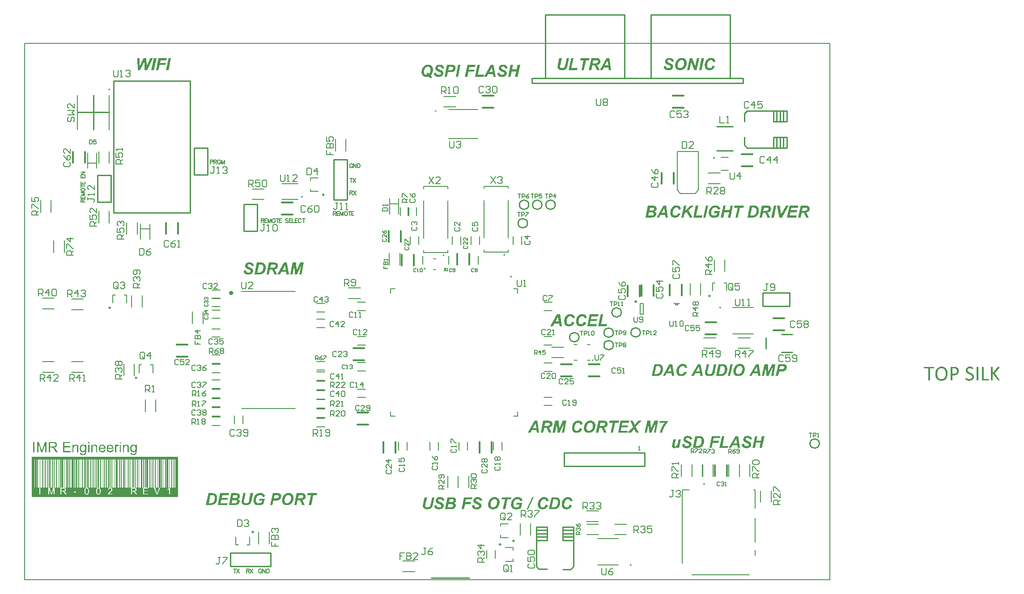
<source format=gto>
G04*
G04 #@! TF.GenerationSoftware,Altium Limited,Altium Designer,19.0.15 (446)*
G04*
G04 Layer_Color=15269887*
%FSLAX23Y23*%
%MOIN*%
G70*
G01*
G75*
%ADD10C,0.010*%
%ADD11C,0.015*%
%ADD12C,0.006*%
%ADD13C,0.008*%
%ADD14C,0.010*%
%ADD15C,0.005*%
%ADD16C,0.012*%
G36*
X7047Y1587D02*
X7050Y1587D01*
X7050D01*
X7050Y1587D01*
X7051D01*
X7052Y1586D01*
X7054Y1586D01*
X7056Y1585D01*
X7056D01*
X7057Y1585D01*
X7057Y1585D01*
X7058Y1585D01*
X7060Y1584D01*
X7061Y1583D01*
X7062D01*
X7062Y1583D01*
X7063Y1582D01*
X7064Y1582D01*
X7065Y1581D01*
X7065Y1581D01*
X7065Y1581D01*
X7065Y1580D01*
X7065Y1580D01*
X7066Y1580D01*
X7066Y1579D01*
Y1579D01*
X7066Y1578D01*
Y1577D01*
Y1577D01*
X7066Y1577D01*
Y1576D01*
Y1575D01*
Y1575D01*
Y1574D01*
Y1573D01*
X7066Y1572D01*
Y1572D01*
X7066Y1572D01*
X7066Y1570D01*
Y1570D01*
X7066Y1570D01*
X7065Y1569D01*
X7065D01*
X7064Y1569D01*
X7064D01*
X7063Y1569D01*
X7063Y1570D01*
X7061Y1570D01*
X7061Y1570D01*
X7060Y1571D01*
X7059Y1572D01*
X7057Y1572D01*
X7057D01*
X7057Y1573D01*
X7056Y1573D01*
X7055Y1573D01*
X7053Y1574D01*
X7051Y1575D01*
X7051D01*
X7050Y1575D01*
X7049Y1575D01*
X7048Y1576D01*
X7047Y1576D01*
X7046Y1576D01*
X7043Y1576D01*
X7041D01*
X7040Y1576D01*
X7038Y1576D01*
X7035Y1575D01*
X7035D01*
X7035Y1575D01*
X7034Y1575D01*
X7033Y1574D01*
X7032Y1573D01*
X7030Y1572D01*
X7030Y1572D01*
X7029Y1571D01*
X7028Y1569D01*
X7027Y1568D01*
Y1567D01*
X7027Y1567D01*
X7027Y1567D01*
Y1566D01*
X7026Y1564D01*
X7026Y1562D01*
Y1562D01*
Y1561D01*
X7026Y1561D01*
Y1560D01*
X7027Y1557D01*
X7028Y1555D01*
X7028Y1555D01*
X7028Y1554D01*
X7029Y1554D01*
X7029Y1553D01*
X7031Y1551D01*
X7033Y1549D01*
X7033Y1549D01*
X7034Y1549D01*
X7034Y1548D01*
X7035Y1548D01*
X7036Y1547D01*
X7038Y1546D01*
X7041Y1545D01*
X7041D01*
X7041Y1545D01*
X7042Y1544D01*
X7043Y1544D01*
X7044Y1543D01*
X7046Y1543D01*
X7049Y1541D01*
X7049D01*
X7050Y1541D01*
X7051Y1540D01*
X7052Y1540D01*
X7053Y1539D01*
X7054Y1538D01*
X7057Y1537D01*
X7058Y1536D01*
X7058Y1536D01*
X7059Y1536D01*
X7060Y1535D01*
X7062Y1533D01*
X7065Y1531D01*
X7065Y1531D01*
X7065Y1530D01*
X7066Y1530D01*
X7067Y1529D01*
X7068Y1528D01*
X7069Y1526D01*
X7070Y1523D01*
X7070Y1523D01*
X7071Y1523D01*
X7071Y1522D01*
X7071Y1520D01*
X7072Y1519D01*
X7072Y1517D01*
X7072Y1515D01*
Y1513D01*
Y1512D01*
Y1511D01*
X7072Y1510D01*
X7072Y1508D01*
X7072Y1506D01*
X7071Y1504D01*
X7070Y1502D01*
X7070Y1500D01*
X7069Y1500D01*
X7069Y1499D01*
X7068Y1498D01*
X7068Y1497D01*
X7067Y1495D01*
X7065Y1494D01*
X7064Y1492D01*
X7062Y1490D01*
X7062Y1490D01*
X7061Y1490D01*
X7060Y1489D01*
X7059Y1488D01*
X7057Y1487D01*
X7055Y1486D01*
X7053Y1486D01*
X7051Y1485D01*
X7051D01*
X7050Y1484D01*
X7049Y1484D01*
X7047Y1484D01*
X7045Y1483D01*
X7043Y1483D01*
X7040Y1483D01*
X7036D01*
X7034Y1483D01*
X7033D01*
X7031Y1483D01*
X7028Y1484D01*
X7028D01*
X7027Y1484D01*
X7026Y1484D01*
X7025Y1484D01*
X7023Y1485D01*
X7020Y1486D01*
X7020D01*
X7020Y1486D01*
X7019Y1486D01*
X7018Y1486D01*
X7016Y1487D01*
X7014Y1488D01*
X7014D01*
X7014Y1488D01*
X7013Y1489D01*
X7012Y1490D01*
X7011Y1491D01*
X7011Y1491D01*
X7011Y1491D01*
X7010Y1492D01*
X7010Y1493D01*
Y1493D01*
X7010Y1494D01*
X7010Y1495D01*
Y1497D01*
Y1497D01*
Y1498D01*
Y1499D01*
Y1500D01*
Y1500D01*
X7010Y1500D01*
X7010Y1501D01*
X7010Y1502D01*
Y1502D01*
X7010Y1502D01*
X7011Y1503D01*
X7011D01*
X7011Y1503D01*
X7012Y1503D01*
X7012D01*
X7013Y1503D01*
X7014Y1502D01*
X7015Y1502D01*
X7015D01*
X7015Y1501D01*
X7016Y1501D01*
X7018Y1500D01*
X7020Y1499D01*
X7020D01*
X7021Y1498D01*
X7021Y1498D01*
X7022Y1498D01*
X7023Y1497D01*
X7025Y1497D01*
X7028Y1496D01*
X7028D01*
X7029Y1496D01*
X7030Y1495D01*
X7031Y1495D01*
X7032Y1495D01*
X7034Y1495D01*
X7036Y1494D01*
X7040D01*
X7041Y1495D01*
X7043Y1495D01*
X7046Y1496D01*
X7046D01*
X7047Y1496D01*
X7047Y1496D01*
X7048Y1496D01*
X7050Y1497D01*
X7052Y1499D01*
X7053Y1499D01*
X7053Y1499D01*
X7054Y1500D01*
X7055Y1502D01*
X7057Y1504D01*
Y1504D01*
X7057Y1505D01*
X7057Y1505D01*
X7057Y1506D01*
X7058Y1507D01*
X7058Y1508D01*
X7058Y1511D01*
Y1511D01*
Y1512D01*
X7058Y1513D01*
Y1514D01*
X7057Y1516D01*
X7057Y1517D01*
X7056Y1519D01*
Y1519D01*
X7056Y1519D01*
X7055Y1520D01*
X7055Y1521D01*
X7053Y1522D01*
X7051Y1524D01*
X7051Y1524D01*
X7050Y1524D01*
X7049Y1525D01*
X7049Y1525D01*
X7048Y1526D01*
X7046Y1527D01*
X7043Y1528D01*
X7043Y1528D01*
X7043Y1529D01*
X7042Y1529D01*
X7041Y1529D01*
X7039Y1530D01*
X7038Y1531D01*
X7035Y1532D01*
X7035Y1532D01*
X7034Y1533D01*
X7033Y1533D01*
X7032Y1533D01*
X7031Y1534D01*
X7030Y1535D01*
X7027Y1537D01*
X7026Y1537D01*
X7026Y1537D01*
X7025Y1537D01*
X7024Y1538D01*
X7022Y1540D01*
X7019Y1542D01*
X7019Y1543D01*
X7019Y1543D01*
X7018Y1544D01*
X7017Y1545D01*
X7017Y1546D01*
X7016Y1547D01*
X7014Y1550D01*
Y1550D01*
X7014Y1551D01*
X7014Y1552D01*
X7013Y1553D01*
X7013Y1555D01*
X7012Y1556D01*
X7012Y1559D01*
X7012Y1561D01*
Y1561D01*
Y1562D01*
X7012Y1563D01*
X7012Y1565D01*
X7013Y1566D01*
X7013Y1568D01*
X7014Y1570D01*
X7014Y1572D01*
X7014Y1572D01*
X7015Y1573D01*
X7015Y1574D01*
X7016Y1575D01*
X7017Y1576D01*
X7018Y1578D01*
X7021Y1580D01*
X7021Y1581D01*
X7021Y1581D01*
X7022Y1582D01*
X7023Y1582D01*
X7025Y1583D01*
X7027Y1584D01*
X7029Y1585D01*
X7031Y1586D01*
X7031D01*
X7032Y1586D01*
X7033Y1586D01*
X7034Y1587D01*
X7036Y1587D01*
X7038Y1587D01*
X7041Y1588D01*
X7045D01*
X7047Y1587D01*
D02*
G37*
G36*
X7260Y1586D02*
X7261Y1586D01*
X7261D01*
X7262Y1586D01*
X7262Y1586D01*
X7263Y1586D01*
X7263D01*
X7263Y1586D01*
X7264Y1585D01*
X7264Y1585D01*
X7264Y1585D01*
X7264Y1584D01*
Y1584D01*
Y1583D01*
X7264Y1583D01*
X7264Y1582D01*
X7264Y1582D01*
X7263Y1581D01*
X7263Y1580D01*
X7262Y1579D01*
X7228Y1539D01*
X7264Y1490D01*
X7265Y1490D01*
X7265Y1489D01*
X7266Y1488D01*
X7266Y1488D01*
Y1487D01*
X7266Y1487D01*
X7266Y1486D01*
Y1486D01*
X7266Y1485D01*
X7266Y1485D01*
X7265Y1485D01*
X7265Y1484D01*
X7265D01*
X7264Y1484D01*
X7264D01*
X7263Y1484D01*
X7263D01*
X7262Y1484D01*
X7261Y1484D01*
X7258D01*
X7256Y1484D01*
X7255Y1484D01*
X7255D01*
X7254Y1484D01*
X7253Y1484D01*
X7252Y1485D01*
X7252Y1485D01*
X7252Y1485D01*
X7251Y1486D01*
X7213Y1537D01*
Y1486D01*
Y1486D01*
X7213Y1485D01*
X7213Y1485D01*
X7212Y1485D01*
X7212Y1484D01*
X7212D01*
X7211Y1484D01*
X7211D01*
X7210Y1484D01*
X7210D01*
X7209Y1484D01*
X7208Y1484D01*
X7206D01*
X7205Y1484D01*
X7203Y1484D01*
X7203D01*
X7203Y1484D01*
X7201Y1484D01*
X7201D01*
X7201Y1485D01*
X7200Y1485D01*
Y1485D01*
Y1485D01*
X7200Y1486D01*
Y1584D01*
Y1584D01*
Y1584D01*
X7200Y1585D01*
Y1585D01*
X7201Y1585D01*
X7201Y1586D01*
X7201D01*
X7202Y1586D01*
X7203Y1586D01*
X7203Y1586D01*
X7204D01*
X7204Y1586D01*
X7205Y1587D01*
X7208D01*
X7209Y1586D01*
X7210Y1586D01*
X7210D01*
X7211Y1586D01*
X7211Y1586D01*
X7212Y1586D01*
X7212D01*
X7212Y1586D01*
X7213Y1585D01*
X7213Y1585D01*
X7213Y1585D01*
X7213Y1584D01*
Y1539D01*
X7249Y1584D01*
X7250Y1584D01*
X7250Y1584D01*
X7250Y1585D01*
X7251Y1585D01*
X7251Y1586D01*
X7252Y1586D01*
X7252D01*
X7253Y1586D01*
X7253Y1586D01*
X7254Y1586D01*
X7254D01*
X7255Y1587D01*
X7259D01*
X7260Y1586D01*
D02*
G37*
G36*
X7141D02*
X7142Y1586D01*
X7142D01*
X7143Y1586D01*
X7143Y1586D01*
X7144Y1586D01*
X7144D01*
X7145Y1586D01*
X7145Y1585D01*
X7145Y1585D01*
X7145Y1585D01*
X7146Y1584D01*
Y1496D01*
X7182D01*
X7183Y1496D01*
X7184D01*
X7184Y1495D01*
X7184Y1494D01*
Y1494D01*
X7184Y1494D01*
X7185Y1493D01*
X7185Y1493D01*
Y1492D01*
X7185Y1492D01*
Y1491D01*
Y1490D01*
Y1490D01*
Y1489D01*
Y1488D01*
X7185Y1487D01*
Y1487D01*
X7185Y1487D01*
X7184Y1486D01*
Y1485D01*
X7184Y1485D01*
X7183Y1484D01*
X7183D01*
X7182Y1484D01*
X7137D01*
X7136Y1484D01*
X7135Y1485D01*
X7134Y1485D01*
X7133Y1486D01*
X7133Y1486D01*
X7132Y1488D01*
X7132Y1490D01*
Y1584D01*
Y1584D01*
Y1584D01*
X7132Y1585D01*
Y1585D01*
X7133Y1585D01*
X7133Y1586D01*
X7134D01*
X7134Y1586D01*
X7135Y1586D01*
X7136Y1586D01*
X7136D01*
X7137Y1586D01*
X7138Y1587D01*
X7140D01*
X7141Y1586D01*
D02*
G37*
G36*
X7100D02*
X7101Y1586D01*
X7102D01*
X7102Y1586D01*
X7103Y1586D01*
X7103Y1586D01*
X7104D01*
X7104Y1586D01*
X7104Y1585D01*
X7105Y1585D01*
X7105Y1585D01*
X7105Y1584D01*
Y1486D01*
Y1486D01*
X7105Y1485D01*
X7104Y1485D01*
X7104Y1485D01*
X7103Y1484D01*
X7103D01*
X7103Y1484D01*
X7102D01*
X7101Y1484D01*
X7101D01*
X7100Y1484D01*
X7100Y1484D01*
X7097D01*
X7096Y1484D01*
X7095Y1484D01*
X7095D01*
X7094Y1484D01*
X7093Y1484D01*
X7093D01*
X7092Y1485D01*
X7092Y1485D01*
Y1485D01*
Y1485D01*
X7092Y1486D01*
Y1584D01*
Y1584D01*
Y1584D01*
X7092Y1585D01*
Y1585D01*
X7092Y1585D01*
X7093Y1586D01*
X7093D01*
X7093Y1586D01*
X7094Y1586D01*
X7095Y1586D01*
X7095D01*
X7096Y1586D01*
X7097Y1587D01*
X7099D01*
X7100Y1586D01*
D02*
G37*
G36*
X6929Y1586D02*
X6931Y1586D01*
X6932D01*
X6932Y1586D01*
X6933Y1585D01*
X6934Y1585D01*
X6935Y1585D01*
X6938Y1584D01*
X6938D01*
X6939Y1584D01*
X6940Y1584D01*
X6941Y1584D01*
X6942Y1583D01*
X6944Y1583D01*
X6947Y1581D01*
X6947Y1581D01*
X6947Y1581D01*
X6948Y1580D01*
X6949Y1580D01*
X6952Y1578D01*
X6954Y1575D01*
X6954Y1575D01*
X6955Y1574D01*
X6955Y1574D01*
X6956Y1573D01*
X6957Y1571D01*
X6957Y1570D01*
X6959Y1567D01*
Y1566D01*
X6959Y1566D01*
X6959Y1565D01*
X6960Y1564D01*
X6960Y1562D01*
X6960Y1560D01*
X6960Y1556D01*
Y1556D01*
Y1555D01*
X6960Y1553D01*
X6960Y1552D01*
X6960Y1549D01*
X6959Y1547D01*
X6959Y1545D01*
X6958Y1542D01*
X6958Y1542D01*
X6957Y1541D01*
X6957Y1540D01*
X6956Y1539D01*
X6955Y1537D01*
X6954Y1535D01*
X6952Y1533D01*
X6951Y1532D01*
X6950Y1532D01*
X6950Y1531D01*
X6949Y1530D01*
X6947Y1529D01*
X6946Y1528D01*
X6944Y1527D01*
X6941Y1526D01*
X6939Y1525D01*
X6938D01*
X6938Y1525D01*
X6936Y1524D01*
X6934Y1524D01*
X6932Y1524D01*
X6929Y1523D01*
X6926Y1523D01*
X6923Y1523D01*
X6911D01*
Y1486D01*
Y1486D01*
X6911Y1485D01*
X6910Y1485D01*
X6910Y1485D01*
X6910Y1484D01*
X6909D01*
X6909Y1484D01*
X6908D01*
X6908Y1484D01*
X6907D01*
X6907Y1484D01*
X6906Y1484D01*
X6903D01*
X6902Y1484D01*
X6901Y1484D01*
X6901D01*
X6900Y1484D01*
X6899Y1484D01*
X6899D01*
X6899Y1485D01*
X6898Y1485D01*
Y1485D01*
Y1485D01*
X6898Y1486D01*
Y1580D01*
Y1580D01*
Y1581D01*
X6898Y1582D01*
X6898Y1583D01*
X6899Y1585D01*
X6900Y1585D01*
X6900Y1585D01*
X6902Y1586D01*
X6903Y1586D01*
X6927D01*
X6929Y1586D01*
D02*
G37*
G36*
X6775Y1586D02*
X6775D01*
X6775Y1586D01*
X6775Y1585D01*
Y1584D01*
X6776Y1584D01*
X6776Y1584D01*
X6776Y1583D01*
Y1583D01*
X6776Y1582D01*
Y1581D01*
Y1580D01*
Y1580D01*
Y1579D01*
Y1578D01*
X6776Y1578D01*
Y1577D01*
X6776Y1577D01*
X6775Y1576D01*
X6775Y1575D01*
X6775Y1575D01*
X6774D01*
X6773Y1575D01*
X6745D01*
Y1486D01*
Y1486D01*
X6744Y1485D01*
X6744Y1485D01*
X6744Y1485D01*
X6743Y1484D01*
X6743D01*
X6743Y1484D01*
X6742D01*
X6741Y1484D01*
X6741D01*
X6740Y1484D01*
X6739Y1484D01*
X6737D01*
X6736Y1484D01*
X6735Y1484D01*
X6735D01*
X6734Y1484D01*
X6733Y1484D01*
X6732D01*
X6732Y1485D01*
X6732Y1485D01*
Y1485D01*
Y1485D01*
X6731Y1486D01*
Y1575D01*
X6702D01*
X6701Y1575D01*
X6701Y1575D01*
X6701Y1576D01*
Y1576D01*
X6700Y1576D01*
Y1577D01*
X6700Y1578D01*
Y1578D01*
Y1578D01*
X6700Y1579D01*
Y1580D01*
Y1580D01*
Y1581D01*
Y1582D01*
X6700Y1583D01*
Y1583D01*
X6700Y1584D01*
X6701Y1585D01*
Y1585D01*
X6701Y1585D01*
X6701Y1586D01*
X6702D01*
X6702Y1586D01*
X6703Y1586D01*
X6774D01*
X6775Y1586D01*
D02*
G37*
G36*
X6836Y1587D02*
X6838Y1587D01*
X6842Y1587D01*
X6845Y1586D01*
X6848Y1585D01*
X6851Y1584D01*
X6852D01*
X6852Y1584D01*
X6853Y1584D01*
X6854Y1583D01*
X6856Y1582D01*
X6859Y1580D01*
X6861Y1578D01*
X6863Y1576D01*
X6865Y1574D01*
X6865Y1574D01*
X6866Y1573D01*
X6867Y1572D01*
X6868Y1570D01*
X6870Y1567D01*
X6871Y1565D01*
X6873Y1562D01*
X6874Y1558D01*
Y1558D01*
X6874Y1558D01*
Y1557D01*
X6874Y1556D01*
X6874Y1555D01*
X6875Y1554D01*
X6875Y1552D01*
X6875Y1549D01*
X6876Y1545D01*
X6876Y1541D01*
X6876Y1536D01*
Y1536D01*
Y1536D01*
Y1535D01*
Y1534D01*
Y1533D01*
X6876Y1532D01*
X6876Y1529D01*
X6876Y1525D01*
X6875Y1522D01*
X6874Y1518D01*
X6873Y1514D01*
Y1514D01*
X6873Y1514D01*
X6873Y1513D01*
X6873Y1512D01*
X6872Y1510D01*
X6871Y1508D01*
X6870Y1506D01*
X6869Y1503D01*
X6867Y1500D01*
X6865Y1497D01*
X6865Y1497D01*
X6864Y1496D01*
X6862Y1495D01*
X6861Y1493D01*
X6859Y1492D01*
X6856Y1490D01*
X6853Y1488D01*
X6850Y1486D01*
X6850D01*
X6850Y1486D01*
X6849Y1486D01*
X6849Y1486D01*
X6847Y1485D01*
X6844Y1485D01*
X6841Y1484D01*
X6838Y1483D01*
X6834Y1483D01*
X6830Y1483D01*
X6828D01*
X6827Y1483D01*
X6826D01*
X6823Y1483D01*
X6820Y1484D01*
X6816Y1484D01*
X6813Y1485D01*
X6810Y1486D01*
X6810Y1486D01*
X6808Y1487D01*
X6807Y1488D01*
X6805Y1489D01*
X6803Y1490D01*
X6801Y1492D01*
X6798Y1494D01*
X6796Y1496D01*
X6796Y1496D01*
X6795Y1497D01*
X6794Y1499D01*
X6793Y1501D01*
X6792Y1503D01*
X6790Y1506D01*
X6789Y1509D01*
X6788Y1512D01*
Y1512D01*
X6788Y1513D01*
Y1513D01*
X6787Y1514D01*
X6787Y1515D01*
X6787Y1516D01*
X6787Y1519D01*
X6786Y1522D01*
X6786Y1526D01*
X6785Y1530D01*
X6785Y1535D01*
Y1535D01*
Y1535D01*
Y1536D01*
Y1537D01*
Y1538D01*
X6785Y1539D01*
X6786Y1542D01*
X6786Y1545D01*
X6786Y1549D01*
X6787Y1553D01*
X6788Y1556D01*
Y1557D01*
X6788Y1557D01*
X6788Y1557D01*
X6789Y1558D01*
X6789Y1560D01*
X6790Y1562D01*
X6791Y1565D01*
X6793Y1568D01*
X6795Y1570D01*
X6797Y1573D01*
X6797Y1573D01*
X6798Y1574D01*
X6799Y1575D01*
X6801Y1577D01*
X6803Y1579D01*
X6805Y1580D01*
X6808Y1582D01*
X6811Y1584D01*
X6812D01*
X6812Y1584D01*
X6812Y1584D01*
X6813Y1584D01*
X6815Y1585D01*
X6817Y1586D01*
X6820Y1586D01*
X6824Y1587D01*
X6828Y1587D01*
X6832Y1588D01*
X6834D01*
X6836Y1587D01*
D02*
G37*
G36*
X1141Y614D02*
X51D01*
Y916D01*
X1141D01*
Y614D01*
D02*
G37*
G36*
X717Y1015D02*
X708D01*
Y1026D01*
X717D01*
Y1015D01*
D02*
G37*
G36*
X482D02*
X472D01*
Y1026D01*
X482D01*
Y1015D01*
D02*
G37*
G36*
X759Y1006D02*
X760Y1006D01*
X761Y1006D01*
X763Y1005D01*
X764Y1005D01*
X766Y1004D01*
X766Y1004D01*
X766Y1004D01*
X767Y1004D01*
X768Y1003D01*
X769Y1002D01*
X770Y1001D01*
X771Y1001D01*
X772Y1000D01*
X772Y999D01*
X772Y999D01*
X773Y998D01*
X773Y998D01*
X774Y997D01*
X774Y995D01*
X775Y994D01*
X775Y993D01*
Y993D01*
X775Y992D01*
X775Y992D01*
X775Y991D01*
Y989D01*
X775Y988D01*
X776Y986D01*
Y984D01*
Y950D01*
X766D01*
Y983D01*
Y983D01*
Y983D01*
Y984D01*
Y985D01*
X766Y986D01*
X766Y988D01*
X766Y989D01*
X766Y991D01*
X765Y992D01*
Y992D01*
X765Y992D01*
X765Y993D01*
X764Y993D01*
X764Y994D01*
X763Y995D01*
X762Y996D01*
X761Y996D01*
X761Y996D01*
X761Y997D01*
X760Y997D01*
X759Y997D01*
X759Y997D01*
X757Y998D01*
X756Y998D01*
X755Y998D01*
X754D01*
X754Y998D01*
X753Y998D01*
X751Y998D01*
X750Y997D01*
X748Y996D01*
X746Y995D01*
X745Y994D01*
X744Y994D01*
X744Y993D01*
X744Y993D01*
X743Y992D01*
X743Y992D01*
X743Y991D01*
X742Y990D01*
X742Y989D01*
X741Y988D01*
X741Y987D01*
X741Y985D01*
X741Y984D01*
X740Y982D01*
Y980D01*
Y950D01*
X731D01*
Y1005D01*
X739D01*
Y997D01*
X739Y997D01*
X740Y997D01*
X740Y998D01*
X740Y998D01*
X741Y999D01*
X742Y1000D01*
X743Y1001D01*
X744Y1002D01*
X745Y1002D01*
X746Y1003D01*
X748Y1004D01*
X749Y1005D01*
X751Y1005D01*
X753Y1006D01*
X755Y1006D01*
X757Y1006D01*
X758D01*
X759Y1006D01*
D02*
G37*
G36*
X523D02*
X525Y1006D01*
X526Y1006D01*
X528Y1005D01*
X529Y1005D01*
X531Y1004D01*
X531Y1004D01*
X531Y1004D01*
X532Y1004D01*
X533Y1003D01*
X534Y1002D01*
X535Y1001D01*
X536Y1001D01*
X537Y1000D01*
X537Y999D01*
X537Y999D01*
X538Y998D01*
X538Y998D01*
X539Y997D01*
X539Y995D01*
X540Y994D01*
X540Y993D01*
Y993D01*
X540Y992D01*
X540Y992D01*
X540Y991D01*
Y989D01*
X540Y988D01*
X540Y986D01*
Y984D01*
Y950D01*
X531D01*
Y983D01*
Y983D01*
Y983D01*
Y984D01*
Y985D01*
X531Y986D01*
X531Y988D01*
X531Y989D01*
X530Y991D01*
X530Y992D01*
Y992D01*
X530Y992D01*
X530Y993D01*
X529Y993D01*
X529Y994D01*
X528Y995D01*
X527Y996D01*
X526Y996D01*
X526Y996D01*
X526Y997D01*
X525Y997D01*
X524Y997D01*
X523Y997D01*
X522Y998D01*
X521Y998D01*
X520Y998D01*
X519D01*
X519Y998D01*
X518Y998D01*
X516Y998D01*
X515Y997D01*
X513Y996D01*
X511Y995D01*
X510Y994D01*
X509Y994D01*
X509Y993D01*
X509Y993D01*
X508Y992D01*
X508Y992D01*
X507Y991D01*
X507Y990D01*
X507Y989D01*
X506Y988D01*
X506Y987D01*
X506Y985D01*
X505Y984D01*
X505Y982D01*
Y980D01*
Y950D01*
X496D01*
Y1005D01*
X504D01*
Y997D01*
X504Y997D01*
X505Y997D01*
X505Y998D01*
X505Y998D01*
X506Y999D01*
X507Y1000D01*
X508Y1001D01*
X509Y1002D01*
X510Y1002D01*
X511Y1003D01*
X513Y1004D01*
X514Y1005D01*
X516Y1005D01*
X518Y1006D01*
X520Y1006D01*
X522Y1006D01*
X523D01*
X523Y1006D01*
D02*
G37*
G36*
X382D02*
X384Y1006D01*
X385Y1006D01*
X386Y1005D01*
X388Y1005D01*
X390Y1004D01*
X390Y1004D01*
X390Y1004D01*
X391Y1004D01*
X392Y1003D01*
X393Y1002D01*
X394Y1001D01*
X395Y1001D01*
X396Y1000D01*
X396Y999D01*
X396Y999D01*
X397Y998D01*
X397Y998D01*
X397Y997D01*
X398Y995D01*
X398Y994D01*
X399Y993D01*
Y993D01*
X399Y992D01*
X399Y992D01*
X399Y991D01*
Y989D01*
X399Y988D01*
X399Y986D01*
Y984D01*
Y950D01*
X390D01*
Y983D01*
Y983D01*
Y983D01*
Y984D01*
Y985D01*
X390Y986D01*
X390Y988D01*
X390Y989D01*
X389Y991D01*
X389Y992D01*
Y992D01*
X389Y992D01*
X388Y993D01*
X388Y993D01*
X388Y994D01*
X387Y995D01*
X386Y996D01*
X385Y996D01*
X385Y996D01*
X385Y997D01*
X384Y997D01*
X383Y997D01*
X382Y997D01*
X381Y998D01*
X380Y998D01*
X379Y998D01*
X378D01*
X378Y998D01*
X377Y998D01*
X375Y998D01*
X374Y997D01*
X372Y996D01*
X370Y995D01*
X368Y994D01*
X368Y994D01*
X368Y993D01*
X367Y993D01*
X367Y992D01*
X367Y992D01*
X366Y991D01*
X366Y990D01*
X365Y989D01*
X365Y988D01*
X365Y987D01*
X365Y985D01*
X364Y984D01*
X364Y982D01*
Y980D01*
Y950D01*
X355D01*
Y1005D01*
X363D01*
Y997D01*
X363Y997D01*
X364Y997D01*
X364Y998D01*
X364Y998D01*
X365Y999D01*
X366Y1000D01*
X367Y1001D01*
X368Y1002D01*
X369Y1002D01*
X370Y1003D01*
X371Y1004D01*
X373Y1005D01*
X375Y1005D01*
X377Y1006D01*
X378Y1006D01*
X381Y1006D01*
X381D01*
X382Y1006D01*
D02*
G37*
G36*
X694D02*
X695Y1006D01*
X697Y1005D01*
X698Y1005D01*
X700Y1004D01*
X702Y1003D01*
X699Y994D01*
X699Y995D01*
X698Y995D01*
X697Y995D01*
X697Y995D01*
X696Y996D01*
X694Y996D01*
X693Y996D01*
X692Y996D01*
X691D01*
X691Y996D01*
X690Y996D01*
X689Y996D01*
X688Y996D01*
X687Y995D01*
X686Y995D01*
X686Y994D01*
X686Y994D01*
X686Y994D01*
X685Y993D01*
X685Y993D01*
X684Y992D01*
X684Y991D01*
X683Y989D01*
X683Y989D01*
X683Y989D01*
X683Y988D01*
X682Y986D01*
X682Y985D01*
X682Y983D01*
X682Y981D01*
X682Y979D01*
Y950D01*
X672D01*
Y1005D01*
X681D01*
Y997D01*
X681Y997D01*
X681Y997D01*
X682Y998D01*
X683Y1000D01*
X684Y1001D01*
X685Y1002D01*
X686Y1003D01*
X686Y1004D01*
X687Y1004D01*
X687Y1004D01*
X688Y1005D01*
X688Y1005D01*
X689Y1005D01*
X690Y1006D01*
X691Y1006D01*
X692Y1006D01*
X693D01*
X694Y1006D01*
D02*
G37*
G36*
X164Y950D02*
X154D01*
Y1013D01*
X132Y950D01*
X123D01*
X101Y1014D01*
Y950D01*
X91D01*
Y1026D01*
X106D01*
X124Y972D01*
Y972D01*
X124Y972D01*
X125Y971D01*
X125Y971D01*
X125Y969D01*
X126Y968D01*
X126Y966D01*
X127Y964D01*
X128Y962D01*
X128Y961D01*
X128Y961D01*
X128Y962D01*
X129Y963D01*
X129Y964D01*
X129Y966D01*
X130Y968D01*
X131Y970D01*
X132Y973D01*
X150Y1026D01*
X164D01*
Y950D01*
D02*
G37*
G36*
X717Y950D02*
X708D01*
Y1005D01*
X717D01*
Y950D01*
D02*
G37*
G36*
X482D02*
X472D01*
Y1005D01*
X482D01*
Y950D01*
D02*
G37*
G36*
X340Y1017D02*
X296D01*
Y994D01*
X338D01*
Y985D01*
X296D01*
Y959D01*
X342D01*
Y950D01*
X286D01*
Y1026D01*
X340D01*
Y1017D01*
D02*
G37*
G36*
X216Y1026D02*
X217D01*
X219Y1025D01*
X222Y1025D01*
X224Y1025D01*
X227Y1024D01*
X228Y1024D01*
X229Y1024D01*
X229D01*
X229Y1023D01*
X230Y1023D01*
X231Y1023D01*
X232Y1022D01*
X233Y1021D01*
X235Y1020D01*
X236Y1018D01*
X237Y1016D01*
Y1016D01*
X237Y1016D01*
X238Y1015D01*
X238Y1014D01*
X239Y1013D01*
X239Y1011D01*
X240Y1009D01*
X240Y1007D01*
X240Y1005D01*
Y1005D01*
Y1005D01*
Y1004D01*
X240Y1004D01*
Y1003D01*
X240Y1002D01*
X240Y1000D01*
X239Y998D01*
X238Y996D01*
X237Y994D01*
X236Y992D01*
X235Y991D01*
X235Y991D01*
X235Y991D01*
X235Y991D01*
X234Y990D01*
X234Y990D01*
X233Y990D01*
X232Y989D01*
X231Y988D01*
X230Y988D01*
X229Y987D01*
X228Y987D01*
X226Y986D01*
X225Y986D01*
X223Y985D01*
X221Y985D01*
X219Y984D01*
X219Y984D01*
X220Y984D01*
X220Y984D01*
X221Y983D01*
X223Y982D01*
X224Y981D01*
X225Y981D01*
X225Y980D01*
X226Y980D01*
X227Y979D01*
X228Y978D01*
X229Y976D01*
X230Y975D01*
X232Y973D01*
X233Y971D01*
X246Y950D01*
X234D01*
X224Y966D01*
Y966D01*
X224Y966D01*
X224Y966D01*
X223Y967D01*
X223Y968D01*
X222Y970D01*
X220Y971D01*
X219Y973D01*
X218Y975D01*
X217Y976D01*
X217Y976D01*
X216Y977D01*
X216Y977D01*
X215Y978D01*
X213Y980D01*
X213Y980D01*
X212Y981D01*
X212Y981D01*
X211Y981D01*
X211Y982D01*
X210Y982D01*
X210Y982D01*
X209Y983D01*
X207Y983D01*
X207D01*
X207Y983D01*
X206D01*
X206Y983D01*
X205Y983D01*
X204D01*
X203Y984D01*
X190D01*
Y950D01*
X180D01*
Y1026D01*
X215D01*
X216Y1026D01*
D02*
G37*
G36*
X74Y950D02*
X64D01*
Y1026D01*
X74D01*
Y950D01*
D02*
G37*
G36*
X638Y1006D02*
X639Y1006D01*
X640Y1006D01*
X641Y1005D01*
X642Y1005D01*
X644Y1005D01*
X645Y1004D01*
X647Y1004D01*
X648Y1003D01*
X650Y1002D01*
X651Y1001D01*
X653Y1000D01*
X654Y999D01*
X654Y998D01*
X654Y998D01*
X655Y998D01*
X655Y997D01*
X656Y996D01*
X656Y995D01*
X657Y994D01*
X658Y993D01*
X658Y992D01*
X659Y990D01*
X659Y988D01*
X660Y987D01*
X660Y984D01*
X661Y982D01*
X661Y980D01*
X661Y977D01*
Y977D01*
Y977D01*
Y976D01*
X661Y975D01*
X620D01*
Y975D01*
Y975D01*
X620Y974D01*
Y974D01*
X620Y973D01*
X620Y972D01*
X621Y970D01*
X621Y968D01*
X622Y965D01*
X623Y963D01*
X625Y961D01*
X625D01*
X625Y961D01*
X626Y960D01*
X627Y960D01*
X628Y959D01*
X630Y958D01*
X632Y957D01*
X634Y957D01*
X635Y957D01*
X637Y956D01*
X637D01*
X638Y957D01*
X640Y957D01*
X641Y957D01*
X642Y958D01*
X644Y958D01*
X645Y959D01*
X645Y959D01*
X646Y960D01*
X647Y960D01*
X647Y961D01*
X648Y962D01*
X649Y964D01*
X650Y966D01*
X651Y968D01*
X661Y967D01*
Y966D01*
X661Y966D01*
X660Y966D01*
X660Y965D01*
X660Y964D01*
X660Y964D01*
X659Y962D01*
X658Y960D01*
X656Y957D01*
X654Y955D01*
X652Y953D01*
X652D01*
X652Y953D01*
X652Y953D01*
X651Y953D01*
X650Y952D01*
X650Y952D01*
X649Y952D01*
X648Y951D01*
X647Y951D01*
X646Y950D01*
X643Y950D01*
X640Y949D01*
X637Y949D01*
X635D01*
X635Y949D01*
X634Y949D01*
X632Y949D01*
X631Y949D01*
X630Y950D01*
X627Y951D01*
X625Y951D01*
X623Y952D01*
X622Y953D01*
X620Y954D01*
X619Y955D01*
X617Y956D01*
X617Y956D01*
X617Y956D01*
X617Y957D01*
X616Y958D01*
X616Y958D01*
X615Y959D01*
X615Y960D01*
X614Y961D01*
X613Y963D01*
X613Y964D01*
X612Y966D01*
X612Y968D01*
X611Y970D01*
X611Y972D01*
X611Y974D01*
X610Y977D01*
Y977D01*
Y978D01*
Y978D01*
X611Y979D01*
X611Y980D01*
X611Y982D01*
X611Y983D01*
X611Y985D01*
X612Y988D01*
X613Y990D01*
X613Y992D01*
X614Y994D01*
X615Y995D01*
X616Y997D01*
X618Y998D01*
X618Y999D01*
X618Y999D01*
X618Y999D01*
X619Y1000D01*
X619Y1000D01*
X620Y1001D01*
X621Y1002D01*
X623Y1002D01*
X624Y1003D01*
X625Y1004D01*
X627Y1004D01*
X628Y1005D01*
X630Y1005D01*
X632Y1006D01*
X634Y1006D01*
X636Y1006D01*
X637D01*
X638Y1006D01*
D02*
G37*
G36*
X579D02*
X580Y1006D01*
X581Y1006D01*
X582Y1005D01*
X584Y1005D01*
X585Y1005D01*
X586Y1004D01*
X588Y1004D01*
X589Y1003D01*
X591Y1002D01*
X592Y1001D01*
X594Y1000D01*
X595Y999D01*
X595Y998D01*
X596Y998D01*
X596Y998D01*
X596Y997D01*
X597Y996D01*
X597Y995D01*
X598Y994D01*
X599Y993D01*
X599Y992D01*
X600Y990D01*
X601Y988D01*
X601Y987D01*
X602Y984D01*
X602Y982D01*
X602Y980D01*
X602Y977D01*
Y977D01*
Y977D01*
Y976D01*
X602Y975D01*
X561D01*
Y975D01*
Y975D01*
X561Y974D01*
Y974D01*
X561Y973D01*
X562Y972D01*
X562Y970D01*
X563Y968D01*
X563Y965D01*
X565Y963D01*
X566Y961D01*
X566D01*
X566Y961D01*
X567Y960D01*
X568Y960D01*
X569Y959D01*
X571Y958D01*
X573Y957D01*
X575Y957D01*
X576Y957D01*
X578Y956D01*
X579D01*
X580Y957D01*
X581Y957D01*
X582Y957D01*
X584Y958D01*
X585Y958D01*
X586Y959D01*
X587Y959D01*
X587Y960D01*
X588Y960D01*
X589Y961D01*
X589Y962D01*
X590Y964D01*
X591Y966D01*
X592Y968D01*
X602Y967D01*
Y966D01*
X602Y966D01*
X602Y966D01*
X601Y965D01*
X601Y964D01*
X601Y964D01*
X600Y962D01*
X599Y960D01*
X597Y957D01*
X596Y955D01*
X593Y953D01*
X593D01*
X593Y953D01*
X593Y953D01*
X592Y953D01*
X592Y952D01*
X591Y952D01*
X590Y952D01*
X589Y951D01*
X588Y951D01*
X587Y950D01*
X584Y950D01*
X581Y949D01*
X578Y949D01*
X577D01*
X576Y949D01*
X575Y949D01*
X574Y949D01*
X572Y949D01*
X571Y950D01*
X568Y951D01*
X566Y951D01*
X565Y952D01*
X563Y953D01*
X561Y954D01*
X560Y955D01*
X559Y956D01*
X558Y956D01*
X558Y956D01*
X558Y957D01*
X558Y958D01*
X557Y958D01*
X556Y959D01*
X556Y960D01*
X555Y961D01*
X554Y963D01*
X554Y964D01*
X553Y966D01*
X553Y968D01*
X552Y970D01*
X552Y972D01*
X552Y974D01*
X552Y977D01*
Y977D01*
Y978D01*
Y978D01*
X552Y979D01*
X552Y980D01*
X552Y982D01*
X552Y983D01*
X552Y985D01*
X553Y988D01*
X554Y990D01*
X555Y992D01*
X555Y994D01*
X556Y995D01*
X558Y997D01*
X559Y998D01*
X559Y999D01*
X559Y999D01*
X559Y999D01*
X560Y1000D01*
X561Y1000D01*
X562Y1001D01*
X563Y1002D01*
X564Y1002D01*
X565Y1003D01*
X566Y1004D01*
X568Y1004D01*
X570Y1005D01*
X571Y1005D01*
X573Y1006D01*
X575Y1006D01*
X577Y1006D01*
X578D01*
X579Y1006D01*
D02*
G37*
G36*
X812D02*
X812Y1006D01*
X813Y1006D01*
X814Y1005D01*
X816Y1005D01*
X817Y1005D01*
X818Y1004D01*
X820Y1003D01*
X821Y1003D01*
X822Y1002D01*
X824Y1001D01*
X825Y1000D01*
X826Y998D01*
Y1005D01*
X835D01*
Y957D01*
Y957D01*
Y957D01*
Y956D01*
Y955D01*
X834Y954D01*
Y953D01*
X834Y952D01*
X834Y950D01*
X834Y947D01*
X833Y944D01*
X833Y943D01*
X833Y942D01*
X832Y940D01*
X832Y939D01*
Y939D01*
X832Y939D01*
X831Y939D01*
X831Y938D01*
X830Y936D01*
X829Y935D01*
X827Y934D01*
X826Y932D01*
X824Y931D01*
X824D01*
X823Y931D01*
X823Y931D01*
X823Y931D01*
X822Y930D01*
X821Y930D01*
X820Y929D01*
X818Y929D01*
X815Y928D01*
X813Y928D01*
X810Y928D01*
X809D01*
X808Y928D01*
X807D01*
X806Y928D01*
X805Y928D01*
X804Y928D01*
X802Y929D01*
X799Y930D01*
X796Y931D01*
X794Y932D01*
X794Y932D01*
X794Y933D01*
X793Y933D01*
X792Y934D01*
X791Y936D01*
X790Y937D01*
X789Y940D01*
X789Y941D01*
X788Y942D01*
X788Y944D01*
Y946D01*
X797Y944D01*
Y944D01*
X797Y944D01*
X798Y943D01*
X798Y942D01*
X798Y941D01*
X799Y940D01*
X799Y939D01*
X800Y938D01*
X800Y938D01*
X801Y938D01*
X802Y937D01*
X803Y937D01*
X804Y936D01*
X806Y936D01*
X808Y936D01*
X810Y935D01*
X811D01*
X812Y936D01*
X813Y936D01*
X815Y936D01*
X817Y937D01*
X818Y937D01*
X820Y938D01*
X820Y938D01*
X820Y939D01*
X821Y939D01*
X822Y940D01*
X822Y941D01*
X823Y942D01*
X824Y944D01*
X825Y945D01*
Y945D01*
X825Y946D01*
X825Y947D01*
X825Y948D01*
X825Y949D01*
Y949D01*
X825Y950D01*
Y952D01*
Y953D01*
X825Y954D01*
Y956D01*
Y957D01*
X825Y957D01*
X825Y957D01*
X825Y957D01*
X824Y956D01*
X824Y956D01*
X823Y955D01*
X822Y954D01*
X821Y954D01*
X819Y952D01*
X816Y951D01*
X815Y951D01*
X813Y950D01*
X812Y950D01*
X810Y950D01*
X809D01*
X809Y950D01*
X808D01*
X807Y950D01*
X806Y950D01*
X805Y951D01*
X804Y951D01*
X802Y951D01*
X801Y952D01*
X799Y953D01*
X798Y953D01*
X796Y954D01*
X795Y955D01*
X794Y957D01*
X792Y958D01*
X792Y958D01*
X792Y958D01*
X792Y959D01*
X791Y960D01*
X791Y960D01*
X790Y961D01*
X790Y962D01*
X789Y964D01*
X789Y965D01*
X788Y967D01*
X788Y968D01*
X787Y970D01*
X786Y974D01*
X786Y976D01*
X786Y978D01*
Y978D01*
Y978D01*
Y978D01*
Y979D01*
X786Y980D01*
Y980D01*
X787Y982D01*
X787Y985D01*
X787Y987D01*
X788Y990D01*
X789Y992D01*
Y992D01*
X789Y992D01*
X789Y993D01*
X790Y993D01*
X790Y994D01*
X791Y996D01*
X792Y998D01*
X794Y999D01*
X795Y1001D01*
X797Y1002D01*
X797D01*
X798Y1002D01*
X798Y1003D01*
X798Y1003D01*
X799Y1004D01*
X801Y1004D01*
X803Y1005D01*
X805Y1006D01*
X807Y1006D01*
X810Y1006D01*
X811D01*
X812Y1006D01*
D02*
G37*
G36*
X435D02*
X436Y1006D01*
X437Y1006D01*
X438Y1005D01*
X439Y1005D01*
X441Y1005D01*
X442Y1004D01*
X443Y1003D01*
X445Y1003D01*
X446Y1002D01*
X447Y1001D01*
X449Y1000D01*
X450Y998D01*
Y1005D01*
X458D01*
Y957D01*
Y957D01*
Y957D01*
Y956D01*
Y955D01*
X458Y954D01*
Y953D01*
X458Y952D01*
X458Y950D01*
X458Y947D01*
X457Y944D01*
X457Y943D01*
X457Y942D01*
X456Y940D01*
X456Y939D01*
Y939D01*
X456Y939D01*
X455Y939D01*
X455Y938D01*
X454Y936D01*
X453Y935D01*
X451Y934D01*
X449Y932D01*
X447Y931D01*
X447D01*
X447Y931D01*
X447Y931D01*
X446Y931D01*
X446Y930D01*
X445Y930D01*
X444Y929D01*
X442Y929D01*
X439Y928D01*
X437Y928D01*
X434Y928D01*
X433D01*
X432Y928D01*
X431D01*
X430Y928D01*
X429Y928D01*
X428Y928D01*
X425Y929D01*
X423Y930D01*
X420Y931D01*
X418Y932D01*
X418Y932D01*
X418Y933D01*
X417Y933D01*
X416Y934D01*
X415Y936D01*
X414Y937D01*
X413Y940D01*
X412Y941D01*
X412Y942D01*
X412Y944D01*
Y946D01*
X421Y944D01*
Y944D01*
X421Y944D01*
X421Y943D01*
X422Y942D01*
X422Y941D01*
X423Y940D01*
X423Y939D01*
X424Y938D01*
X424Y938D01*
X425Y938D01*
X425Y937D01*
X427Y937D01*
X428Y936D01*
X430Y936D01*
X431Y936D01*
X434Y935D01*
X435D01*
X436Y936D01*
X437Y936D01*
X439Y936D01*
X440Y937D01*
X442Y937D01*
X444Y938D01*
X444Y938D01*
X444Y939D01*
X445Y939D01*
X445Y940D01*
X446Y941D01*
X447Y942D01*
X448Y944D01*
X448Y945D01*
Y945D01*
X448Y946D01*
X449Y947D01*
X449Y948D01*
X449Y949D01*
Y949D01*
X449Y950D01*
Y952D01*
Y953D01*
X449Y954D01*
Y956D01*
Y957D01*
X449Y957D01*
X449Y957D01*
X448Y957D01*
X448Y956D01*
X447Y956D01*
X447Y955D01*
X446Y954D01*
X445Y954D01*
X443Y952D01*
X440Y951D01*
X439Y951D01*
X437Y950D01*
X435Y950D01*
X434Y950D01*
X433D01*
X433Y950D01*
X432D01*
X431Y950D01*
X430Y950D01*
X429Y951D01*
X427Y951D01*
X426Y951D01*
X424Y952D01*
X423Y953D01*
X422Y953D01*
X420Y954D01*
X419Y955D01*
X417Y957D01*
X416Y958D01*
X416Y958D01*
X416Y958D01*
X416Y959D01*
X415Y960D01*
X415Y960D01*
X414Y961D01*
X414Y962D01*
X413Y964D01*
X413Y965D01*
X412Y967D01*
X411Y968D01*
X411Y970D01*
X410Y974D01*
X410Y976D01*
X410Y978D01*
Y978D01*
Y978D01*
Y978D01*
Y979D01*
X410Y980D01*
Y980D01*
X410Y982D01*
X411Y985D01*
X411Y987D01*
X412Y990D01*
X413Y992D01*
Y992D01*
X413Y992D01*
X413Y993D01*
X413Y993D01*
X414Y994D01*
X415Y996D01*
X416Y998D01*
X418Y999D01*
X419Y1001D01*
X421Y1002D01*
X421D01*
X421Y1002D01*
X422Y1003D01*
X422Y1003D01*
X423Y1004D01*
X425Y1004D01*
X427Y1005D01*
X429Y1006D01*
X431Y1006D01*
X434Y1006D01*
X435D01*
X435Y1006D01*
D02*
G37*
G36*
X4157Y1980D02*
X4159Y1979D01*
X4160Y1979D01*
X4162Y1979D01*
X4163Y1979D01*
X4167Y1978D01*
X4169Y1977D01*
X4171Y1976D01*
X4173Y1975D01*
X4175Y1974D01*
X4177Y1973D01*
X4178Y1972D01*
X4178Y1972D01*
X4179Y1971D01*
X4179Y1971D01*
X4180Y1970D01*
X4180Y1970D01*
X4181Y1969D01*
X4182Y1968D01*
X4183Y1966D01*
X4184Y1965D01*
X4185Y1963D01*
X4185Y1962D01*
X4186Y1960D01*
X4187Y1958D01*
X4188Y1956D01*
X4188Y1953D01*
X4189Y1951D01*
X4171Y1949D01*
Y1949D01*
X4171Y1950D01*
Y1950D01*
X4171Y1951D01*
X4171Y1952D01*
X4170Y1954D01*
X4169Y1955D01*
X4168Y1957D01*
X4167Y1959D01*
X4166Y1960D01*
X4166Y1961D01*
X4165Y1961D01*
X4164Y1962D01*
X4163Y1962D01*
X4161Y1963D01*
X4159Y1963D01*
X4157Y1964D01*
X4155Y1964D01*
X4154D01*
X4153Y1964D01*
X4152Y1964D01*
X4150Y1963D01*
X4148Y1963D01*
X4146Y1962D01*
X4143Y1961D01*
X4141Y1959D01*
X4141D01*
X4140Y1959D01*
X4140Y1958D01*
X4138Y1957D01*
X4137Y1956D01*
X4135Y1954D01*
X4134Y1951D01*
X4132Y1948D01*
X4130Y1945D01*
Y1945D01*
X4130Y1944D01*
X4130Y1944D01*
X4130Y1943D01*
X4129Y1942D01*
X4129Y1941D01*
X4129Y1940D01*
X4128Y1939D01*
X4128Y1936D01*
X4127Y1933D01*
X4127Y1929D01*
X4126Y1925D01*
Y1925D01*
Y1925D01*
Y1924D01*
X4127Y1924D01*
Y1923D01*
X4127Y1922D01*
X4127Y1919D01*
X4128Y1917D01*
X4128Y1914D01*
X4130Y1911D01*
X4131Y1909D01*
X4132Y1909D01*
X4132Y1908D01*
X4133Y1907D01*
X4135Y1906D01*
X4137Y1905D01*
X4139Y1904D01*
X4141Y1904D01*
X4143Y1903D01*
X4144Y1903D01*
X4145D01*
X4145Y1903D01*
X4147Y1904D01*
X4148Y1904D01*
X4150Y1904D01*
X4152Y1905D01*
X4155Y1906D01*
X4157Y1908D01*
X4157D01*
X4157Y1908D01*
X4158Y1909D01*
X4159Y1910D01*
X4160Y1911D01*
X4162Y1913D01*
X4163Y1915D01*
X4164Y1918D01*
X4166Y1921D01*
X4184Y1919D01*
Y1918D01*
X4184Y1918D01*
X4184Y1917D01*
X4183Y1916D01*
X4182Y1915D01*
X4182Y1913D01*
X4181Y1912D01*
X4180Y1910D01*
X4178Y1906D01*
X4175Y1903D01*
X4172Y1899D01*
X4170Y1897D01*
X4168Y1896D01*
X4168Y1896D01*
X4167Y1896D01*
X4167Y1895D01*
X4166Y1895D01*
X4165Y1894D01*
X4164Y1893D01*
X4162Y1893D01*
X4161Y1892D01*
X4159Y1891D01*
X4157Y1891D01*
X4155Y1890D01*
X4153Y1889D01*
X4151Y1889D01*
X4148Y1888D01*
X4146Y1888D01*
X4143Y1888D01*
X4142D01*
X4141Y1888D01*
X4140D01*
X4139Y1888D01*
X4137Y1889D01*
X4135Y1889D01*
X4134Y1889D01*
X4132Y1890D01*
X4130Y1891D01*
X4127Y1891D01*
X4125Y1892D01*
X4123Y1893D01*
X4121Y1895D01*
X4119Y1896D01*
X4117Y1898D01*
X4117Y1898D01*
X4117Y1898D01*
X4117Y1899D01*
X4116Y1900D01*
X4115Y1901D01*
X4115Y1902D01*
X4114Y1903D01*
X4113Y1905D01*
X4112Y1907D01*
X4111Y1909D01*
X4110Y1911D01*
X4110Y1914D01*
X4109Y1917D01*
X4109Y1920D01*
X4109Y1923D01*
X4108Y1926D01*
Y1926D01*
Y1927D01*
Y1928D01*
X4109Y1929D01*
Y1930D01*
X4109Y1932D01*
X4109Y1933D01*
X4109Y1935D01*
X4109Y1937D01*
X4110Y1940D01*
X4111Y1944D01*
X4113Y1949D01*
X4113Y1951D01*
X4114Y1954D01*
X4115Y1954D01*
X4115Y1954D01*
X4115Y1955D01*
X4116Y1956D01*
X4116Y1957D01*
X4117Y1958D01*
X4118Y1959D01*
X4119Y1961D01*
X4121Y1964D01*
X4124Y1967D01*
X4128Y1970D01*
X4129Y1972D01*
X4131Y1973D01*
X4132Y1973D01*
X4132Y1973D01*
X4133Y1974D01*
X4133Y1974D01*
X4134Y1974D01*
X4135Y1975D01*
X4137Y1976D01*
X4138Y1976D01*
X4140Y1977D01*
X4142Y1977D01*
X4146Y1979D01*
X4150Y1979D01*
X4153Y1980D01*
X4155Y1980D01*
X4156D01*
X4157Y1980D01*
D02*
G37*
G36*
X4068D02*
X4070Y1979D01*
X4071Y1979D01*
X4073Y1979D01*
X4074Y1979D01*
X4078Y1978D01*
X4080Y1977D01*
X4082Y1976D01*
X4084Y1975D01*
X4086Y1974D01*
X4088Y1973D01*
X4089Y1972D01*
X4089Y1972D01*
X4090Y1971D01*
X4090Y1971D01*
X4091Y1970D01*
X4091Y1970D01*
X4092Y1969D01*
X4093Y1968D01*
X4094Y1966D01*
X4095Y1965D01*
X4096Y1963D01*
X4096Y1962D01*
X4097Y1960D01*
X4098Y1958D01*
X4099Y1956D01*
X4099Y1953D01*
X4100Y1951D01*
X4082Y1949D01*
Y1949D01*
X4082Y1950D01*
Y1950D01*
X4082Y1951D01*
X4082Y1952D01*
X4081Y1954D01*
X4080Y1955D01*
X4079Y1957D01*
X4078Y1959D01*
X4077Y1960D01*
X4077Y1961D01*
X4076Y1961D01*
X4075Y1962D01*
X4074Y1962D01*
X4072Y1963D01*
X4070Y1963D01*
X4068Y1964D01*
X4066Y1964D01*
X4065D01*
X4064Y1964D01*
X4063Y1964D01*
X4061Y1963D01*
X4059Y1963D01*
X4057Y1962D01*
X4054Y1961D01*
X4052Y1959D01*
X4052D01*
X4051Y1959D01*
X4051Y1958D01*
X4049Y1957D01*
X4048Y1956D01*
X4046Y1954D01*
X4045Y1951D01*
X4043Y1948D01*
X4041Y1945D01*
Y1945D01*
X4041Y1944D01*
X4041Y1944D01*
X4041Y1943D01*
X4040Y1942D01*
X4040Y1941D01*
X4040Y1940D01*
X4039Y1939D01*
X4039Y1936D01*
X4038Y1933D01*
X4038Y1929D01*
X4037Y1925D01*
Y1925D01*
Y1925D01*
Y1924D01*
X4038Y1924D01*
Y1923D01*
X4038Y1922D01*
X4038Y1919D01*
X4039Y1917D01*
X4039Y1914D01*
X4041Y1911D01*
X4042Y1909D01*
X4043Y1909D01*
X4043Y1908D01*
X4044Y1907D01*
X4046Y1906D01*
X4048Y1905D01*
X4050Y1904D01*
X4052Y1904D01*
X4054Y1903D01*
X4055Y1903D01*
X4056D01*
X4056Y1903D01*
X4058Y1904D01*
X4059Y1904D01*
X4061Y1904D01*
X4063Y1905D01*
X4066Y1906D01*
X4068Y1908D01*
X4068D01*
X4068Y1908D01*
X4069Y1909D01*
X4070Y1910D01*
X4071Y1911D01*
X4073Y1913D01*
X4074Y1915D01*
X4075Y1918D01*
X4077Y1921D01*
X4095Y1919D01*
Y1918D01*
X4095Y1918D01*
X4095Y1917D01*
X4094Y1916D01*
X4093Y1915D01*
X4093Y1913D01*
X4092Y1912D01*
X4091Y1910D01*
X4089Y1906D01*
X4086Y1903D01*
X4083Y1899D01*
X4081Y1897D01*
X4079Y1896D01*
X4079Y1896D01*
X4078Y1896D01*
X4078Y1895D01*
X4077Y1895D01*
X4076Y1894D01*
X4075Y1893D01*
X4073Y1893D01*
X4072Y1892D01*
X4070Y1891D01*
X4068Y1891D01*
X4066Y1890D01*
X4064Y1889D01*
X4062Y1889D01*
X4059Y1888D01*
X4057Y1888D01*
X4054Y1888D01*
X4053D01*
X4052Y1888D01*
X4051D01*
X4050Y1888D01*
X4048Y1889D01*
X4046Y1889D01*
X4045Y1889D01*
X4043Y1890D01*
X4041Y1891D01*
X4038Y1891D01*
X4036Y1892D01*
X4034Y1893D01*
X4032Y1895D01*
X4030Y1896D01*
X4029Y1898D01*
X4028Y1898D01*
X4028Y1898D01*
X4028Y1899D01*
X4027Y1900D01*
X4026Y1901D01*
X4026Y1902D01*
X4025Y1903D01*
X4024Y1905D01*
X4023Y1907D01*
X4022Y1909D01*
X4021Y1911D01*
X4021Y1914D01*
X4020Y1917D01*
X4020Y1920D01*
X4020Y1923D01*
X4019Y1926D01*
Y1926D01*
Y1927D01*
Y1928D01*
X4020Y1929D01*
Y1930D01*
X4020Y1932D01*
X4020Y1933D01*
X4020Y1935D01*
X4020Y1937D01*
X4021Y1940D01*
X4022Y1944D01*
X4024Y1949D01*
X4024Y1951D01*
X4025Y1954D01*
X4026Y1954D01*
X4026Y1954D01*
X4026Y1955D01*
X4027Y1956D01*
X4027Y1957D01*
X4028Y1958D01*
X4029Y1959D01*
X4030Y1961D01*
X4032Y1964D01*
X4035Y1967D01*
X4039Y1970D01*
X4040Y1972D01*
X4042Y1973D01*
X4043Y1973D01*
X4043Y1973D01*
X4044Y1974D01*
X4044Y1974D01*
X4045Y1974D01*
X4046Y1975D01*
X4048Y1976D01*
X4049Y1976D01*
X4051Y1977D01*
X4053Y1977D01*
X4057Y1979D01*
X4061Y1979D01*
X4064Y1980D01*
X4066Y1980D01*
X4067D01*
X4068Y1980D01*
D02*
G37*
G36*
X4295Y1905D02*
X4340D01*
X4337Y1890D01*
X4273D01*
X4292Y1978D01*
X4310D01*
X4295Y1905D01*
D02*
G37*
G36*
X4272Y1963D02*
X4224D01*
X4220Y1943D01*
X4266D01*
X4263Y1929D01*
X4217D01*
X4211Y1905D01*
X4263D01*
X4260Y1890D01*
X4191Y1890D01*
X4209Y1978D01*
X4275D01*
X4272Y1963D01*
D02*
G37*
G36*
X4002Y1890D02*
X3985D01*
X3982Y1909D01*
X3947D01*
X3936Y1890D01*
X3917D01*
X3967Y1978D01*
X3988D01*
X4002Y1890D01*
D02*
G37*
G36*
X5388Y1071D02*
X5389Y1071D01*
X5391Y1071D01*
X5393Y1071D01*
X5394Y1070D01*
X5398Y1070D01*
X5400Y1069D01*
X5402Y1068D01*
X5404Y1067D01*
X5406Y1066D01*
X5408Y1065D01*
X5410Y1064D01*
X5410Y1064D01*
X5410Y1064D01*
X5410Y1063D01*
X5411Y1063D01*
X5412Y1062D01*
X5412Y1061D01*
X5413Y1060D01*
X5414Y1059D01*
X5415Y1057D01*
X5416Y1056D01*
X5417Y1054D01*
X5417Y1053D01*
X5418Y1051D01*
X5418Y1049D01*
X5419Y1047D01*
X5419Y1045D01*
X5402Y1044D01*
Y1044D01*
Y1044D01*
X5402Y1045D01*
X5401Y1046D01*
X5401Y1047D01*
X5400Y1049D01*
X5399Y1051D01*
X5398Y1052D01*
X5397Y1054D01*
X5397Y1054D01*
X5396Y1054D01*
X5395Y1055D01*
X5394Y1055D01*
X5393Y1056D01*
X5391Y1056D01*
X5388Y1057D01*
X5385Y1057D01*
X5384D01*
X5383Y1057D01*
X5381Y1057D01*
X5380Y1056D01*
X5378Y1056D01*
X5376Y1055D01*
X5375Y1054D01*
X5375Y1054D01*
X5374Y1054D01*
X5374Y1053D01*
X5373Y1052D01*
X5373Y1051D01*
X5372Y1050D01*
X5372Y1049D01*
X5372Y1048D01*
Y1047D01*
Y1047D01*
X5372Y1046D01*
X5372Y1045D01*
X5372Y1044D01*
X5373Y1043D01*
X5373Y1042D01*
X5374Y1041D01*
X5375Y1041D01*
X5375Y1041D01*
X5376Y1040D01*
X5377Y1039D01*
X5378Y1039D01*
X5379Y1038D01*
X5380Y1038D01*
X5381Y1037D01*
X5383Y1037D01*
X5384Y1036D01*
X5386Y1035D01*
X5387Y1034D01*
X5388Y1034D01*
X5388Y1034D01*
X5389Y1034D01*
X5390Y1033D01*
X5391Y1033D01*
X5393Y1032D01*
X5396Y1030D01*
X5399Y1029D01*
X5402Y1027D01*
X5404Y1026D01*
X5405Y1025D01*
X5406Y1024D01*
X5407Y1024D01*
X5407Y1023D01*
X5407Y1023D01*
X5408Y1023D01*
X5408Y1023D01*
X5409Y1021D01*
X5410Y1019D01*
X5411Y1017D01*
X5412Y1015D01*
X5413Y1011D01*
X5413Y1010D01*
X5413Y1008D01*
Y1008D01*
Y1008D01*
Y1007D01*
X5413Y1006D01*
X5413Y1005D01*
X5413Y1004D01*
X5412Y1003D01*
X5412Y1001D01*
X5412Y1000D01*
X5411Y998D01*
X5410Y996D01*
X5409Y995D01*
X5408Y993D01*
X5407Y991D01*
X5406Y990D01*
X5404Y988D01*
X5404Y988D01*
X5404Y988D01*
X5403Y987D01*
X5402Y987D01*
X5401Y986D01*
X5400Y985D01*
X5399Y985D01*
X5397Y984D01*
X5396Y983D01*
X5394Y983D01*
X5391Y982D01*
X5389Y981D01*
X5387Y981D01*
X5384Y980D01*
X5381Y980D01*
X5378Y980D01*
X5376D01*
X5375Y980D01*
X5374Y980D01*
X5373D01*
X5371Y980D01*
X5368Y981D01*
X5365Y981D01*
X5362Y982D01*
X5358Y984D01*
X5358D01*
X5358Y984D01*
X5358Y984D01*
X5357Y984D01*
X5356Y985D01*
X5354Y986D01*
X5352Y988D01*
X5350Y990D01*
X5348Y992D01*
X5347Y994D01*
Y994D01*
X5347Y994D01*
X5346Y995D01*
X5346Y995D01*
X5346Y996D01*
X5346Y997D01*
X5345Y999D01*
X5344Y1001D01*
X5344Y1004D01*
X5344Y1007D01*
X5344Y1010D01*
X5361Y1011D01*
Y1011D01*
Y1010D01*
Y1010D01*
X5361Y1010D01*
X5361Y1008D01*
X5361Y1006D01*
X5362Y1004D01*
X5362Y1003D01*
X5363Y1001D01*
X5364Y1000D01*
X5364Y999D01*
X5364Y999D01*
X5365Y998D01*
X5367Y997D01*
X5368Y997D01*
X5369Y996D01*
X5370Y996D01*
X5372Y996D01*
X5373Y995D01*
X5375Y995D01*
X5376Y995D01*
X5380D01*
X5380Y995D01*
X5381D01*
X5383Y995D01*
X5385Y996D01*
X5387Y996D01*
X5390Y997D01*
X5391Y998D01*
X5391Y998D01*
X5392Y999D01*
X5392Y999D01*
X5393Y1000D01*
X5394Y1001D01*
X5395Y1003D01*
X5395Y1004D01*
X5395Y1006D01*
Y1006D01*
Y1006D01*
X5395Y1007D01*
X5395Y1008D01*
X5395Y1009D01*
X5394Y1010D01*
X5393Y1011D01*
X5392Y1012D01*
X5392Y1013D01*
X5391Y1013D01*
X5391Y1013D01*
X5390Y1014D01*
X5389Y1015D01*
X5388Y1015D01*
X5387Y1016D01*
X5386Y1016D01*
X5384Y1017D01*
X5383Y1017D01*
X5381Y1018D01*
X5379Y1019D01*
X5379D01*
X5379Y1019D01*
X5378Y1019D01*
X5378Y1020D01*
X5377Y1020D01*
X5376Y1020D01*
X5374Y1022D01*
X5371Y1023D01*
X5369Y1024D01*
X5366Y1025D01*
X5365Y1026D01*
X5364Y1026D01*
X5364Y1026D01*
X5364Y1027D01*
X5363Y1028D01*
X5362Y1029D01*
X5360Y1030D01*
X5359Y1031D01*
X5358Y1032D01*
X5357Y1034D01*
X5357Y1034D01*
X5357Y1035D01*
X5356Y1036D01*
X5356Y1037D01*
X5355Y1039D01*
X5355Y1041D01*
X5354Y1043D01*
X5354Y1045D01*
Y1045D01*
Y1046D01*
Y1047D01*
X5354Y1047D01*
X5354Y1048D01*
X5355Y1049D01*
X5355Y1051D01*
X5355Y1052D01*
X5356Y1055D01*
X5357Y1056D01*
X5358Y1058D01*
X5359Y1060D01*
X5360Y1061D01*
X5361Y1063D01*
X5362Y1064D01*
X5362Y1064D01*
X5363Y1064D01*
X5363Y1065D01*
X5364Y1065D01*
X5365Y1066D01*
X5366Y1066D01*
X5367Y1067D01*
X5368Y1068D01*
X5370Y1068D01*
X5371Y1069D01*
X5373Y1070D01*
X5376Y1070D01*
X5378Y1071D01*
X5380Y1071D01*
X5383Y1071D01*
X5386Y1071D01*
X5387D01*
X5388Y1071D01*
D02*
G37*
G36*
X4943Y1071D02*
X4944Y1071D01*
X4946Y1071D01*
X4947Y1071D01*
X4949Y1070D01*
X4953Y1070D01*
X4955Y1069D01*
X4957Y1068D01*
X4959Y1067D01*
X4961Y1066D01*
X4963Y1065D01*
X4964Y1064D01*
X4965Y1064D01*
X4965Y1064D01*
X4965Y1063D01*
X4966Y1063D01*
X4966Y1062D01*
X4967Y1061D01*
X4968Y1060D01*
X4969Y1059D01*
X4970Y1057D01*
X4971Y1056D01*
X4971Y1054D01*
X4972Y1053D01*
X4973Y1051D01*
X4973Y1049D01*
X4974Y1047D01*
X4974Y1045D01*
X4957Y1044D01*
Y1044D01*
Y1044D01*
X4956Y1045D01*
X4956Y1046D01*
X4956Y1047D01*
X4955Y1049D01*
X4954Y1051D01*
X4953Y1052D01*
X4952Y1054D01*
X4952Y1054D01*
X4951Y1054D01*
X4950Y1055D01*
X4949Y1055D01*
X4947Y1056D01*
X4945Y1056D01*
X4943Y1057D01*
X4940Y1057D01*
X4939D01*
X4938Y1057D01*
X4936Y1057D01*
X4934Y1056D01*
X4933Y1056D01*
X4931Y1055D01*
X4930Y1054D01*
X4929Y1054D01*
X4929Y1054D01*
X4928Y1053D01*
X4928Y1052D01*
X4927Y1051D01*
X4927Y1050D01*
X4926Y1049D01*
X4926Y1048D01*
Y1047D01*
Y1047D01*
X4926Y1046D01*
X4927Y1045D01*
X4927Y1044D01*
X4928Y1043D01*
X4928Y1042D01*
X4929Y1041D01*
X4929Y1041D01*
X4930Y1041D01*
X4931Y1040D01*
X4932Y1039D01*
X4933Y1039D01*
X4934Y1038D01*
X4935Y1038D01*
X4936Y1037D01*
X4937Y1037D01*
X4939Y1036D01*
X4940Y1035D01*
X4942Y1034D01*
X4942Y1034D01*
X4943Y1034D01*
X4944Y1034D01*
X4945Y1033D01*
X4946Y1033D01*
X4947Y1032D01*
X4950Y1030D01*
X4954Y1029D01*
X4957Y1027D01*
X4958Y1026D01*
X4960Y1025D01*
X4961Y1024D01*
X4962Y1024D01*
X4962Y1023D01*
X4962Y1023D01*
X4962Y1023D01*
X4963Y1023D01*
X4964Y1021D01*
X4965Y1019D01*
X4966Y1017D01*
X4967Y1015D01*
X4968Y1011D01*
X4968Y1010D01*
X4968Y1008D01*
Y1008D01*
Y1008D01*
Y1007D01*
X4968Y1006D01*
X4968Y1005D01*
X4968Y1004D01*
X4967Y1003D01*
X4967Y1001D01*
X4966Y1000D01*
X4966Y998D01*
X4965Y996D01*
X4964Y995D01*
X4963Y993D01*
X4962Y991D01*
X4960Y990D01*
X4959Y988D01*
X4959Y988D01*
X4958Y988D01*
X4958Y987D01*
X4957Y987D01*
X4956Y986D01*
X4955Y985D01*
X4954Y985D01*
X4952Y984D01*
X4950Y983D01*
X4948Y983D01*
X4946Y982D01*
X4944Y981D01*
X4941Y981D01*
X4939Y980D01*
X4936Y980D01*
X4933Y980D01*
X4931D01*
X4930Y980D01*
X4929Y980D01*
X4928D01*
X4926Y980D01*
X4923Y981D01*
X4920Y981D01*
X4916Y982D01*
X4913Y984D01*
X4913D01*
X4913Y984D01*
X4912Y984D01*
X4912Y984D01*
X4910Y985D01*
X4909Y986D01*
X4907Y988D01*
X4905Y990D01*
X4903Y992D01*
X4901Y994D01*
Y994D01*
X4901Y994D01*
X4901Y995D01*
X4901Y995D01*
X4901Y996D01*
X4900Y997D01*
X4900Y999D01*
X4899Y1001D01*
X4899Y1004D01*
X4898Y1007D01*
X4898Y1010D01*
X4916Y1011D01*
Y1011D01*
Y1010D01*
Y1010D01*
X4916Y1010D01*
X4916Y1008D01*
X4916Y1006D01*
X4916Y1004D01*
X4917Y1003D01*
X4918Y1001D01*
X4918Y1000D01*
X4919Y999D01*
X4919Y999D01*
X4920Y998D01*
X4922Y997D01*
X4923Y997D01*
X4924Y996D01*
X4925Y996D01*
X4926Y996D01*
X4928Y995D01*
X4929Y995D01*
X4931Y995D01*
X4934D01*
X4935Y995D01*
X4936D01*
X4938Y995D01*
X4940Y996D01*
X4942Y996D01*
X4944Y997D01*
X4946Y998D01*
X4946Y998D01*
X4947Y999D01*
X4947Y999D01*
X4948Y1000D01*
X4949Y1001D01*
X4949Y1003D01*
X4950Y1004D01*
X4950Y1006D01*
Y1006D01*
Y1006D01*
X4950Y1007D01*
X4950Y1008D01*
X4949Y1009D01*
X4949Y1010D01*
X4948Y1011D01*
X4947Y1012D01*
X4947Y1013D01*
X4946Y1013D01*
X4945Y1013D01*
X4944Y1014D01*
X4944Y1015D01*
X4943Y1015D01*
X4942Y1016D01*
X4940Y1016D01*
X4939Y1017D01*
X4938Y1017D01*
X4936Y1018D01*
X4934Y1019D01*
X4934D01*
X4934Y1019D01*
X4933Y1019D01*
X4932Y1020D01*
X4932Y1020D01*
X4931Y1020D01*
X4928Y1022D01*
X4926Y1023D01*
X4923Y1024D01*
X4921Y1025D01*
X4920Y1026D01*
X4919Y1026D01*
X4919Y1026D01*
X4918Y1027D01*
X4917Y1028D01*
X4916Y1029D01*
X4915Y1030D01*
X4914Y1031D01*
X4913Y1032D01*
X4912Y1034D01*
X4912Y1034D01*
X4911Y1035D01*
X4911Y1036D01*
X4910Y1037D01*
X4910Y1039D01*
X4909Y1041D01*
X4909Y1043D01*
X4909Y1045D01*
Y1045D01*
Y1046D01*
Y1047D01*
X4909Y1047D01*
X4909Y1048D01*
X4909Y1049D01*
X4910Y1051D01*
X4910Y1052D01*
X4911Y1055D01*
X4912Y1056D01*
X4912Y1058D01*
X4913Y1060D01*
X4914Y1061D01*
X4916Y1063D01*
X4917Y1064D01*
X4917Y1064D01*
X4917Y1064D01*
X4918Y1065D01*
X4919Y1065D01*
X4919Y1066D01*
X4920Y1066D01*
X4922Y1067D01*
X4923Y1068D01*
X4925Y1068D01*
X4926Y1069D01*
X4928Y1070D01*
X4930Y1070D01*
X4933Y1071D01*
X4935Y1071D01*
X4938Y1071D01*
X4940Y1071D01*
X4942D01*
X4943Y1071D01*
D02*
G37*
G36*
X5494Y981D02*
X5476D01*
X5484Y1021D01*
X5449D01*
X5441Y981D01*
X5423D01*
X5442Y1070D01*
X5460D01*
X5453Y1036D01*
X5487D01*
X5494Y1070D01*
X5512D01*
X5494Y981D01*
D02*
G37*
G36*
X4875Y981D02*
X4859D01*
X4860Y990D01*
X4860Y990D01*
X4860Y989D01*
X4859Y989D01*
X4859Y988D01*
X4858Y987D01*
X4857Y987D01*
X4856Y986D01*
X4854Y985D01*
X4853Y984D01*
X4851Y983D01*
X4847Y981D01*
X4845Y981D01*
X4843Y980D01*
X4841Y980D01*
X4839Y980D01*
X4839D01*
X4838Y980D01*
X4837Y980D01*
X4835Y980D01*
X4833Y981D01*
X4831Y982D01*
X4829Y983D01*
X4828Y984D01*
X4828Y985D01*
X4827Y985D01*
X4826Y986D01*
X4826Y988D01*
X4825Y989D01*
X4824Y991D01*
X4824Y994D01*
X4824Y997D01*
Y997D01*
Y997D01*
X4824Y998D01*
X4824Y999D01*
X4824Y1001D01*
X4824Y1002D01*
X4825Y1004D01*
X4825Y1005D01*
X4825Y1006D01*
X4825Y1008D01*
X4826Y1010D01*
X4834Y1045D01*
X4851D01*
X4843Y1007D01*
Y1007D01*
Y1007D01*
X4843Y1006D01*
X4842Y1005D01*
X4842Y1004D01*
X4842Y1002D01*
X4842Y1001D01*
X4841Y1000D01*
X4841Y999D01*
Y999D01*
Y998D01*
X4841Y998D01*
X4842Y997D01*
X4842Y996D01*
X4842Y995D01*
X4843Y994D01*
X4843Y994D01*
X4843Y994D01*
X4844Y993D01*
X4844Y993D01*
X4845Y993D01*
X4846Y992D01*
X4847Y992D01*
X4848Y992D01*
X4849D01*
X4849Y992D01*
X4850Y993D01*
X4852Y993D01*
X4852D01*
X4852Y993D01*
X4853Y993D01*
X4853Y994D01*
X4854Y995D01*
X4856Y996D01*
X4856Y996D01*
X4856Y996D01*
X4857Y997D01*
X4857Y997D01*
X4858Y998D01*
X4860Y1000D01*
X4860Y1000D01*
X4860Y1000D01*
X4860Y1001D01*
X4861Y1002D01*
X4861Y1003D01*
X4862Y1004D01*
X4862Y1005D01*
X4863Y1006D01*
Y1006D01*
X4863Y1007D01*
X4863Y1007D01*
X4863Y1009D01*
X4864Y1010D01*
X4864Y1011D01*
X4865Y1013D01*
X4865Y1015D01*
X4872Y1045D01*
X4889D01*
X4875Y981D01*
D02*
G37*
G36*
X5330Y981D02*
X5313D01*
X5310Y1001D01*
X5275D01*
X5264Y981D01*
X5245D01*
X5295Y1070D01*
X5316D01*
X5330Y981D01*
D02*
G37*
G36*
X5198Y996D02*
X5243D01*
X5240Y981D01*
X5177D01*
X5195Y1070D01*
X5213D01*
X5198Y996D01*
D02*
G37*
G36*
X5178Y1055D02*
X5134D01*
X5130Y1034D01*
X5173D01*
X5170Y1019D01*
X5127D01*
X5119Y981D01*
X5101Y981D01*
X5119Y1070D01*
X5181D01*
X5178Y1055D01*
D02*
G37*
G36*
X5028Y1070D02*
X5030D01*
X5032Y1069D01*
X5032D01*
X5033Y1069D01*
X5033D01*
X5034Y1069D01*
X5035Y1069D01*
X5036Y1069D01*
X5038Y1069D01*
X5039Y1068D01*
X5043Y1067D01*
X5043Y1067D01*
X5043Y1067D01*
X5044Y1066D01*
X5045Y1066D01*
X5047Y1065D01*
X5048Y1064D01*
X5049Y1063D01*
X5051Y1062D01*
X5051Y1062D01*
X5051Y1062D01*
X5052Y1061D01*
X5053Y1060D01*
X5054Y1059D01*
X5055Y1058D01*
X5056Y1057D01*
X5057Y1055D01*
X5057Y1055D01*
X5057Y1054D01*
X5058Y1053D01*
X5058Y1052D01*
X5059Y1051D01*
X5060Y1049D01*
X5060Y1047D01*
X5061Y1045D01*
X5061Y1045D01*
X5061Y1044D01*
X5061Y1043D01*
X5061Y1042D01*
X5062Y1040D01*
X5062Y1038D01*
X5062Y1036D01*
Y1033D01*
Y1033D01*
Y1032D01*
Y1032D01*
X5062Y1031D01*
Y1029D01*
X5062Y1028D01*
X5062Y1026D01*
X5061Y1025D01*
X5061Y1023D01*
X5061Y1021D01*
X5060Y1016D01*
X5058Y1012D01*
X5058Y1010D01*
X5057Y1008D01*
Y1008D01*
X5056Y1007D01*
X5056Y1007D01*
X5056Y1006D01*
X5055Y1005D01*
X5054Y1004D01*
X5053Y1001D01*
X5051Y999D01*
X5048Y996D01*
X5046Y993D01*
X5043Y990D01*
X5043D01*
X5043Y990D01*
X5042Y990D01*
X5042Y989D01*
X5041Y989D01*
X5040Y988D01*
X5038Y987D01*
X5036Y986D01*
X5033Y985D01*
X5030Y984D01*
X5027Y983D01*
X5026D01*
X5026Y983D01*
X5026Y983D01*
X5025D01*
X5024Y982D01*
X5023Y982D01*
X5022Y982D01*
X5021Y982D01*
X5020Y982D01*
X5018Y982D01*
X5017D01*
X5015Y982D01*
X5013Y981D01*
X4978D01*
X4996Y1070D01*
X5026D01*
X5028Y1070D01*
D02*
G37*
G36*
X4905Y1608D02*
X4907Y1608D01*
X4908Y1608D01*
X4910Y1607D01*
X4911Y1607D01*
X4915Y1606D01*
X4917Y1606D01*
X4919Y1605D01*
X4921Y1604D01*
X4923Y1603D01*
X4925Y1602D01*
X4926Y1600D01*
X4926Y1600D01*
X4927Y1600D01*
X4927Y1600D01*
X4928Y1599D01*
X4928Y1598D01*
X4929Y1597D01*
X4930Y1596D01*
X4931Y1595D01*
X4932Y1593D01*
X4933Y1592D01*
X4934Y1590D01*
X4934Y1588D01*
X4935Y1586D01*
X4936Y1584D01*
X4936Y1582D01*
X4937Y1579D01*
X4919Y1578D01*
Y1578D01*
X4919Y1578D01*
Y1578D01*
X4919Y1579D01*
X4919Y1580D01*
X4918Y1582D01*
X4917Y1584D01*
X4916Y1586D01*
X4915Y1587D01*
X4914Y1589D01*
X4914Y1589D01*
X4913Y1589D01*
X4912Y1590D01*
X4911Y1591D01*
X4909Y1591D01*
X4907Y1592D01*
X4905Y1592D01*
X4903Y1592D01*
X4902D01*
X4902Y1592D01*
X4900Y1592D01*
X4898Y1592D01*
X4896Y1591D01*
X4894Y1590D01*
X4891Y1589D01*
X4889Y1588D01*
X4889D01*
X4889Y1587D01*
X4888Y1587D01*
X4886Y1586D01*
X4885Y1584D01*
X4883Y1582D01*
X4882Y1580D01*
X4880Y1577D01*
X4878Y1573D01*
Y1573D01*
X4878Y1573D01*
X4878Y1572D01*
X4878Y1572D01*
X4877Y1571D01*
X4877Y1570D01*
X4877Y1569D01*
X4876Y1567D01*
X4876Y1564D01*
X4875Y1561D01*
X4875Y1557D01*
X4874Y1554D01*
Y1554D01*
Y1553D01*
Y1553D01*
X4875Y1552D01*
Y1551D01*
X4875Y1550D01*
X4875Y1548D01*
X4876Y1545D01*
X4877Y1543D01*
X4878Y1540D01*
X4879Y1537D01*
X4880Y1537D01*
X4880Y1537D01*
X4882Y1536D01*
X4883Y1535D01*
X4885Y1533D01*
X4887Y1533D01*
X4889Y1532D01*
X4891Y1532D01*
X4892Y1532D01*
X4893D01*
X4893Y1532D01*
X4895Y1532D01*
X4896Y1532D01*
X4898Y1533D01*
X4901Y1534D01*
X4903Y1535D01*
X4905Y1536D01*
X4905D01*
X4905Y1536D01*
X4906Y1537D01*
X4907Y1538D01*
X4908Y1540D01*
X4910Y1542D01*
X4911Y1544D01*
X4912Y1547D01*
X4914Y1550D01*
X4932Y1547D01*
Y1547D01*
X4932Y1546D01*
X4932Y1546D01*
X4931Y1545D01*
X4930Y1543D01*
X4930Y1542D01*
X4929Y1540D01*
X4928Y1539D01*
X4926Y1535D01*
X4923Y1531D01*
X4920Y1527D01*
X4918Y1526D01*
X4916Y1524D01*
X4916Y1524D01*
X4915Y1524D01*
X4915Y1524D01*
X4914Y1523D01*
X4913Y1523D01*
X4912Y1522D01*
X4910Y1521D01*
X4909Y1520D01*
X4907Y1520D01*
X4905Y1519D01*
X4903Y1518D01*
X4901Y1518D01*
X4899Y1517D01*
X4896Y1517D01*
X4894Y1517D01*
X4891Y1517D01*
X4890D01*
X4889Y1517D01*
X4888D01*
X4887Y1517D01*
X4885Y1517D01*
X4884Y1517D01*
X4882Y1518D01*
X4880Y1518D01*
X4878Y1519D01*
X4876Y1520D01*
X4873Y1521D01*
X4871Y1522D01*
X4869Y1523D01*
X4867Y1525D01*
X4866Y1526D01*
X4865Y1526D01*
X4865Y1527D01*
X4865Y1527D01*
X4864Y1528D01*
X4864Y1529D01*
X4863Y1530D01*
X4862Y1532D01*
X4861Y1533D01*
X4860Y1535D01*
X4859Y1537D01*
X4859Y1540D01*
X4858Y1542D01*
X4857Y1545D01*
X4857Y1548D01*
X4857Y1551D01*
X4857Y1555D01*
Y1555D01*
Y1555D01*
Y1556D01*
X4857Y1557D01*
Y1558D01*
X4857Y1560D01*
X4857Y1562D01*
X4857Y1564D01*
X4858Y1566D01*
X4858Y1568D01*
X4859Y1573D01*
X4861Y1577D01*
X4861Y1580D01*
X4863Y1582D01*
X4863Y1582D01*
X4863Y1583D01*
X4863Y1583D01*
X4864Y1584D01*
X4864Y1585D01*
X4865Y1587D01*
X4866Y1588D01*
X4867Y1589D01*
X4869Y1592D01*
X4872Y1596D01*
X4876Y1599D01*
X4878Y1600D01*
X4879Y1601D01*
X4880Y1601D01*
X4880Y1602D01*
X4881Y1602D01*
X4881Y1602D01*
X4882Y1603D01*
X4884Y1603D01*
X4885Y1604D01*
X4886Y1605D01*
X4888Y1605D01*
X4890Y1606D01*
X4894Y1607D01*
X4898Y1608D01*
X4901Y1608D01*
X4903Y1608D01*
X4904D01*
X4905Y1608D01*
D02*
G37*
G36*
X5578Y1518D02*
X5562D01*
X5577Y1591D01*
X5544Y1518D01*
X5527Y1518D01*
X5524Y1592D01*
X5510Y1518D01*
X5493D01*
X5512Y1606D01*
X5538Y1606D01*
X5540Y1546D01*
X5568Y1606D01*
X5594D01*
X5578Y1518D01*
D02*
G37*
G36*
X5144Y1556D02*
Y1556D01*
X5144Y1556D01*
X5144Y1555D01*
X5143Y1554D01*
X5143Y1553D01*
X5143Y1551D01*
X5142Y1550D01*
X5142Y1548D01*
X5141Y1545D01*
X5139Y1541D01*
X5138Y1537D01*
X5137Y1536D01*
X5136Y1534D01*
Y1534D01*
X5136Y1534D01*
X5136Y1533D01*
X5136Y1533D01*
X5135Y1531D01*
X5133Y1530D01*
X5131Y1527D01*
X5129Y1525D01*
X5126Y1523D01*
X5123Y1521D01*
X5123D01*
X5123Y1521D01*
X5122Y1521D01*
X5122Y1521D01*
X5121Y1520D01*
X5120Y1520D01*
X5119Y1519D01*
X5117Y1519D01*
X5116Y1518D01*
X5114Y1518D01*
X5112Y1518D01*
X5110Y1517D01*
X5108Y1517D01*
X5106Y1517D01*
X5101Y1517D01*
X5100D01*
X5099Y1517D01*
X5097Y1517D01*
X5096Y1517D01*
X5094Y1517D01*
X5092Y1517D01*
X5088Y1518D01*
X5086Y1519D01*
X5084Y1520D01*
X5082Y1521D01*
X5080Y1522D01*
X5078Y1523D01*
X5077Y1524D01*
X5077Y1524D01*
X5076Y1524D01*
X5076Y1525D01*
X5075Y1525D01*
X5075Y1526D01*
X5074Y1527D01*
X5073Y1528D01*
X5072Y1529D01*
X5072Y1531D01*
X5071Y1532D01*
X5070Y1534D01*
X5070Y1536D01*
X5069Y1537D01*
X5069Y1539D01*
X5068Y1541D01*
X5068Y1544D01*
Y1544D01*
Y1544D01*
X5068Y1544D01*
Y1545D01*
X5069Y1546D01*
X5069Y1547D01*
X5069Y1549D01*
Y1549D01*
X5069Y1549D01*
Y1550D01*
X5069Y1551D01*
X5070Y1552D01*
X5070Y1553D01*
X5070Y1554D01*
X5070Y1556D01*
X5070Y1557D01*
X5071Y1558D01*
X5071Y1560D01*
X5082Y1606D01*
X5100D01*
X5089Y1558D01*
X5086Y1547D01*
Y1546D01*
Y1546D01*
X5086Y1546D01*
X5086Y1544D01*
X5086Y1543D01*
Y1543D01*
X5086Y1542D01*
X5086Y1541D01*
X5086Y1540D01*
X5087Y1539D01*
X5088Y1537D01*
X5089Y1536D01*
X5090Y1535D01*
X5090Y1535D01*
X5091Y1534D01*
X5092Y1534D01*
X5093Y1533D01*
X5095Y1533D01*
X5097Y1532D01*
X5099Y1532D01*
X5102Y1532D01*
X5103D01*
X5105Y1532D01*
X5106Y1532D01*
X5108Y1532D01*
X5110Y1533D01*
X5112Y1533D01*
X5114Y1534D01*
X5114Y1534D01*
X5115Y1535D01*
X5115Y1535D01*
X5116Y1536D01*
X5118Y1537D01*
X5119Y1538D01*
X5120Y1540D01*
X5121Y1541D01*
X5121Y1542D01*
X5121Y1542D01*
X5122Y1543D01*
X5122Y1544D01*
X5122Y1544D01*
X5123Y1545D01*
X5123Y1546D01*
X5123Y1548D01*
X5124Y1549D01*
X5124Y1551D01*
X5125Y1552D01*
X5125Y1554D01*
X5126Y1556D01*
X5126Y1558D01*
X5136Y1606D01*
X5154D01*
X5144Y1556D01*
D02*
G37*
G36*
X5653Y1606D02*
X5654D01*
X5656Y1606D01*
X5658Y1606D01*
X5661Y1605D01*
X5663Y1605D01*
X5666Y1604D01*
X5666D01*
X5666Y1604D01*
X5667Y1604D01*
X5668Y1603D01*
X5669Y1602D01*
X5670Y1601D01*
X5672Y1600D01*
X5673Y1598D01*
X5675Y1597D01*
X5675Y1596D01*
X5675Y1596D01*
X5676Y1595D01*
X5676Y1593D01*
X5677Y1591D01*
X5677Y1589D01*
X5678Y1587D01*
X5678Y1584D01*
Y1584D01*
Y1584D01*
Y1584D01*
Y1583D01*
X5678Y1582D01*
X5677Y1580D01*
X5677Y1578D01*
X5677Y1576D01*
X5676Y1574D01*
X5675Y1571D01*
Y1571D01*
X5675Y1571D01*
X5675Y1570D01*
X5674Y1569D01*
X5673Y1568D01*
X5673Y1566D01*
X5671Y1564D01*
X5670Y1563D01*
X5669Y1561D01*
X5669Y1561D01*
X5668Y1560D01*
X5667Y1560D01*
X5666Y1559D01*
X5665Y1558D01*
X5664Y1557D01*
X5662Y1556D01*
X5661Y1555D01*
X5661Y1555D01*
X5660Y1555D01*
X5659Y1555D01*
X5658Y1554D01*
X5656Y1554D01*
X5654Y1553D01*
X5652Y1553D01*
X5649Y1552D01*
X5649D01*
X5648Y1552D01*
X5647D01*
X5646Y1552D01*
X5644D01*
X5643Y1552D01*
X5641D01*
X5639Y1552D01*
X5621D01*
X5614Y1518D01*
X5596D01*
X5615Y1606D01*
X5652D01*
X5653Y1606D01*
D02*
G37*
G36*
X5483Y1518D02*
X5465D01*
X5462Y1538D01*
X5427D01*
X5417Y1518D01*
X5398D01*
X5448Y1606D01*
X5468D01*
X5483Y1518D01*
D02*
G37*
G36*
X5257D02*
X5239D01*
X5258Y1606D01*
X5276D01*
X5257Y1518D01*
D02*
G37*
G36*
X5201Y1606D02*
X5203D01*
X5205Y1606D01*
X5206D01*
X5206Y1606D01*
X5207D01*
X5207Y1606D01*
X5208Y1606D01*
X5210Y1606D01*
X5211Y1605D01*
X5213Y1605D01*
X5216Y1604D01*
X5216Y1604D01*
X5217Y1603D01*
X5218Y1603D01*
X5219Y1603D01*
X5220Y1602D01*
X5221Y1601D01*
X5223Y1600D01*
X5224Y1599D01*
X5224Y1599D01*
X5225Y1599D01*
X5225Y1598D01*
X5226Y1597D01*
X5227Y1596D01*
X5228Y1595D01*
X5229Y1593D01*
X5230Y1592D01*
X5230Y1592D01*
X5230Y1591D01*
X5231Y1590D01*
X5231Y1589D01*
X5232Y1588D01*
X5233Y1586D01*
X5234Y1584D01*
X5234Y1582D01*
X5234Y1582D01*
X5234Y1581D01*
X5235Y1580D01*
X5235Y1578D01*
X5235Y1577D01*
X5235Y1574D01*
X5235Y1572D01*
Y1570D01*
Y1570D01*
Y1569D01*
Y1568D01*
X5235Y1567D01*
Y1566D01*
X5235Y1565D01*
X5235Y1563D01*
X5235Y1561D01*
X5234Y1559D01*
X5234Y1557D01*
X5233Y1553D01*
X5232Y1549D01*
X5231Y1547D01*
X5230Y1544D01*
Y1544D01*
X5230Y1544D01*
X5229Y1543D01*
X5229Y1543D01*
X5228Y1542D01*
X5228Y1541D01*
X5226Y1538D01*
X5224Y1535D01*
X5222Y1532D01*
X5219Y1530D01*
X5216Y1527D01*
X5216D01*
X5216Y1527D01*
X5216Y1526D01*
X5215Y1526D01*
X5214Y1526D01*
X5214Y1525D01*
X5212Y1524D01*
X5209Y1523D01*
X5207Y1522D01*
X5203Y1520D01*
X5200Y1519D01*
X5200D01*
X5199Y1519D01*
X5199Y1519D01*
X5198D01*
X5197Y1519D01*
X5197Y1519D01*
X5196Y1519D01*
X5194Y1519D01*
X5193Y1519D01*
X5192Y1518D01*
X5190D01*
X5188Y1518D01*
X5186Y1518D01*
X5151D01*
X5170Y1606D01*
X5199D01*
X5201Y1606D01*
D02*
G37*
G36*
X5051Y1518D02*
X5034D01*
X5031Y1538D01*
X4996D01*
X4985Y1518D01*
X4967D01*
X5016Y1606D01*
X5037D01*
X5051Y1518D01*
D02*
G37*
G36*
X4839Y1518D02*
X4822D01*
X4819Y1538D01*
X4784D01*
X4773Y1518D01*
X4755D01*
X4804Y1606D01*
X4825D01*
X4839Y1518D01*
D02*
G37*
G36*
X4722Y1606D02*
X4724D01*
X4726Y1606D01*
X4726D01*
X4727Y1606D01*
X4727D01*
X4728Y1606D01*
X4729Y1606D01*
X4730Y1606D01*
X4732Y1605D01*
X4733Y1605D01*
X4737Y1604D01*
X4737Y1604D01*
X4738Y1603D01*
X4738Y1603D01*
X4739Y1603D01*
X4741Y1602D01*
X4742Y1601D01*
X4743Y1600D01*
X4745Y1599D01*
X4745Y1599D01*
X4745Y1599D01*
X4746Y1598D01*
X4747Y1597D01*
X4748Y1596D01*
X4749Y1595D01*
X4750Y1593D01*
X4751Y1592D01*
X4751Y1592D01*
X4751Y1591D01*
X4752Y1590D01*
X4752Y1589D01*
X4753Y1588D01*
X4754Y1586D01*
X4754Y1584D01*
X4755Y1582D01*
X4755Y1582D01*
X4755Y1581D01*
X4755Y1580D01*
X4756Y1578D01*
X4756Y1577D01*
X4756Y1574D01*
X4756Y1572D01*
Y1570D01*
Y1570D01*
Y1569D01*
Y1568D01*
X4756Y1567D01*
Y1566D01*
X4756Y1565D01*
X4756Y1563D01*
X4756Y1561D01*
X4755Y1559D01*
X4755Y1557D01*
X4754Y1553D01*
X4752Y1549D01*
X4752Y1547D01*
X4751Y1544D01*
Y1544D01*
X4750Y1544D01*
X4750Y1543D01*
X4750Y1543D01*
X4749Y1542D01*
X4749Y1541D01*
X4747Y1538D01*
X4745Y1535D01*
X4743Y1532D01*
X4740Y1530D01*
X4737Y1527D01*
X4737D01*
X4737Y1527D01*
X4736Y1526D01*
X4736Y1526D01*
X4735Y1526D01*
X4734Y1525D01*
X4732Y1524D01*
X4730Y1523D01*
X4727Y1522D01*
X4724Y1520D01*
X4721Y1519D01*
X4720D01*
X4720Y1519D01*
X4720Y1519D01*
X4719D01*
X4718Y1519D01*
X4717Y1519D01*
X4716Y1519D01*
X4715Y1519D01*
X4714Y1519D01*
X4712Y1518D01*
X4711D01*
X4709Y1518D01*
X4707Y1518D01*
X4672D01*
X4691Y1606D01*
X4720D01*
X4722Y1606D01*
D02*
G37*
G36*
X5332Y1608D02*
X5333Y1608D01*
X5335Y1608D01*
X5337Y1607D01*
X5339Y1607D01*
X5341Y1606D01*
X5343Y1606D01*
X5345Y1605D01*
X5348Y1604D01*
X5350Y1603D01*
X5352Y1601D01*
X5354Y1600D01*
X5356Y1598D01*
X5356Y1598D01*
X5356Y1597D01*
X5357Y1597D01*
X5357Y1596D01*
X5358Y1595D01*
X5359Y1594D01*
X5360Y1592D01*
X5361Y1591D01*
X5362Y1589D01*
X5363Y1587D01*
X5364Y1584D01*
X5364Y1582D01*
X5365Y1580D01*
X5366Y1577D01*
X5366Y1574D01*
X5366Y1571D01*
Y1571D01*
Y1570D01*
Y1569D01*
X5366Y1568D01*
X5366Y1567D01*
X5366Y1566D01*
X5365Y1564D01*
X5365Y1562D01*
X5365Y1560D01*
X5364Y1558D01*
X5363Y1554D01*
X5362Y1551D01*
X5362Y1549D01*
X5361Y1546D01*
X5359Y1544D01*
X5359Y1544D01*
X5359Y1543D01*
X5359Y1542D01*
X5358Y1542D01*
X5357Y1540D01*
X5357Y1539D01*
X5356Y1538D01*
X5355Y1536D01*
X5354Y1535D01*
X5352Y1533D01*
X5351Y1531D01*
X5349Y1530D01*
X5346Y1526D01*
X5344Y1525D01*
X5342Y1524D01*
X5341Y1523D01*
X5341Y1523D01*
X5340Y1523D01*
X5340Y1522D01*
X5338Y1522D01*
X5337Y1521D01*
X5336Y1521D01*
X5334Y1520D01*
X5332Y1519D01*
X5330Y1519D01*
X5328Y1518D01*
X5326Y1518D01*
X5321Y1517D01*
X5319Y1517D01*
X5316Y1517D01*
X5315D01*
X5314Y1517D01*
X5313D01*
X5312Y1517D01*
X5310Y1517D01*
X5309Y1517D01*
X5306Y1518D01*
X5302Y1519D01*
X5299Y1520D01*
X5297Y1521D01*
X5295Y1522D01*
X5295Y1522D01*
X5295Y1522D01*
X5295Y1523D01*
X5294Y1523D01*
X5293Y1524D01*
X5291Y1526D01*
X5289Y1528D01*
X5287Y1530D01*
X5285Y1533D01*
X5284Y1536D01*
Y1536D01*
X5284Y1536D01*
X5283Y1537D01*
X5283Y1537D01*
X5283Y1538D01*
X5282Y1539D01*
X5282Y1541D01*
X5281Y1544D01*
X5281Y1547D01*
X5280Y1550D01*
X5280Y1553D01*
Y1553D01*
Y1553D01*
Y1554D01*
Y1554D01*
X5280Y1555D01*
Y1556D01*
X5280Y1558D01*
X5281Y1560D01*
X5281Y1563D01*
X5282Y1566D01*
X5282Y1569D01*
Y1569D01*
X5283Y1570D01*
X5283Y1570D01*
X5283Y1571D01*
X5283Y1572D01*
X5284Y1573D01*
X5284Y1575D01*
X5285Y1576D01*
X5286Y1579D01*
X5288Y1583D01*
X5290Y1586D01*
X5292Y1589D01*
X5292Y1590D01*
X5292Y1590D01*
X5292Y1590D01*
X5293Y1591D01*
X5294Y1592D01*
X5294Y1592D01*
X5296Y1594D01*
X5298Y1596D01*
X5301Y1599D01*
X5304Y1601D01*
X5308Y1603D01*
X5308D01*
X5308Y1603D01*
X5309Y1603D01*
X5309Y1604D01*
X5310Y1604D01*
X5311Y1605D01*
X5313Y1605D01*
X5314Y1606D01*
X5316Y1606D01*
X5317Y1606D01*
X5321Y1607D01*
X5325Y1608D01*
X5329Y1608D01*
X5331D01*
X5332Y1608D01*
D02*
G37*
G36*
X5149Y2790D02*
X5150Y2790D01*
X5151Y2790D01*
X5153Y2789D01*
X5155Y2789D01*
X5159Y2788D01*
X5163Y2787D01*
X5165Y2786D01*
X5167Y2785D01*
X5169Y2784D01*
X5171Y2783D01*
X5171Y2783D01*
X5171Y2782D01*
X5171Y2782D01*
X5172Y2781D01*
X5173Y2781D01*
X5174Y2780D01*
X5175Y2779D01*
X5176Y2778D01*
X5177Y2776D01*
X5178Y2775D01*
X5179Y2773D01*
X5180Y2771D01*
X5181Y2769D01*
X5182Y2767D01*
X5182Y2765D01*
X5183Y2762D01*
X5166Y2760D01*
Y2760D01*
X5166Y2761D01*
X5166Y2761D01*
X5166Y2761D01*
X5165Y2763D01*
X5164Y2764D01*
X5163Y2766D01*
X5162Y2768D01*
X5161Y2770D01*
X5159Y2771D01*
X5158Y2772D01*
X5158Y2772D01*
X5157Y2773D01*
X5155Y2773D01*
X5153Y2774D01*
X5151Y2775D01*
X5149Y2775D01*
X5146Y2775D01*
X5145D01*
X5145Y2775D01*
X5144D01*
X5143Y2775D01*
X5141Y2775D01*
X5138Y2774D01*
X5136Y2773D01*
X5133Y2772D01*
X5130Y2771D01*
X5130D01*
X5130Y2770D01*
X5130Y2770D01*
X5129Y2770D01*
X5128Y2769D01*
X5126Y2767D01*
X5124Y2765D01*
X5122Y2763D01*
X5120Y2760D01*
X5119Y2756D01*
Y2756D01*
X5119Y2756D01*
X5118Y2755D01*
X5118Y2755D01*
X5118Y2754D01*
X5117Y2753D01*
X5117Y2751D01*
X5117Y2750D01*
X5116Y2749D01*
X5116Y2747D01*
X5115Y2743D01*
X5115Y2740D01*
X5115Y2735D01*
Y2735D01*
Y2735D01*
Y2734D01*
X5115Y2734D01*
Y2733D01*
X5115Y2731D01*
X5115Y2729D01*
X5116Y2726D01*
X5117Y2724D01*
X5118Y2721D01*
X5119Y2720D01*
X5120Y2719D01*
X5120Y2718D01*
X5120Y2718D01*
X5122Y2717D01*
X5123Y2716D01*
X5125Y2715D01*
X5128Y2714D01*
X5131Y2714D01*
X5134Y2714D01*
X5136D01*
X5137Y2714D01*
X5138Y2714D01*
X5140Y2714D01*
X5142Y2714D01*
X5144Y2715D01*
X5146Y2715D01*
X5147D01*
X5147Y2715D01*
X5147Y2715D01*
X5149Y2716D01*
X5150Y2716D01*
X5152Y2717D01*
X5153Y2718D01*
X5155Y2718D01*
X5157Y2719D01*
X5160Y2732D01*
X5137D01*
X5140Y2747D01*
X5180D01*
X5172Y2709D01*
X5172D01*
X5172Y2709D01*
X5171Y2709D01*
X5171Y2708D01*
X5170Y2708D01*
X5169Y2708D01*
X5168Y2707D01*
X5167Y2706D01*
X5165Y2705D01*
X5162Y2704D01*
X5158Y2703D01*
X5155Y2701D01*
X5155D01*
X5154Y2701D01*
X5154Y2701D01*
X5153Y2701D01*
X5152Y2701D01*
X5151Y2700D01*
X5150Y2700D01*
X5148Y2700D01*
X5145Y2699D01*
X5142Y2699D01*
X5138Y2698D01*
X5134Y2698D01*
X5132D01*
X5131Y2698D01*
X5130Y2699D01*
X5128Y2699D01*
X5127Y2699D01*
X5125Y2699D01*
X5121Y2700D01*
X5119Y2701D01*
X5117Y2702D01*
X5114Y2702D01*
X5112Y2703D01*
X5111Y2704D01*
X5109Y2706D01*
X5109Y2706D01*
X5108Y2706D01*
X5108Y2707D01*
X5107Y2708D01*
X5106Y2709D01*
X5105Y2710D01*
X5104Y2711D01*
X5103Y2713D01*
X5102Y2715D01*
X5101Y2717D01*
X5100Y2720D01*
X5099Y2722D01*
X5098Y2725D01*
X5098Y2728D01*
X5097Y2732D01*
X5097Y2735D01*
Y2735D01*
Y2736D01*
Y2736D01*
X5097Y2737D01*
Y2739D01*
X5097Y2740D01*
X5097Y2741D01*
X5098Y2743D01*
X5098Y2745D01*
X5098Y2747D01*
X5099Y2751D01*
X5100Y2755D01*
X5102Y2760D01*
X5102Y2760D01*
X5102Y2761D01*
X5103Y2761D01*
X5103Y2762D01*
X5104Y2763D01*
X5105Y2765D01*
X5106Y2766D01*
X5107Y2768D01*
X5108Y2770D01*
X5109Y2772D01*
X5110Y2773D01*
X5112Y2775D01*
X5115Y2779D01*
X5117Y2780D01*
X5119Y2782D01*
X5120Y2782D01*
X5120Y2782D01*
X5121Y2783D01*
X5121Y2783D01*
X5123Y2784D01*
X5124Y2785D01*
X5125Y2785D01*
X5127Y2786D01*
X5129Y2787D01*
X5131Y2787D01*
X5133Y2788D01*
X5136Y2789D01*
X5138Y2789D01*
X5141Y2790D01*
X5143Y2790D01*
X5146Y2790D01*
X5148D01*
X5149Y2790D01*
D02*
G37*
G36*
X4859Y2790D02*
X4860Y2790D01*
X4862Y2790D01*
X4863Y2789D01*
X4865Y2789D01*
X4869Y2788D01*
X4871Y2787D01*
X4873Y2787D01*
X4875Y2786D01*
X4876Y2785D01*
X4878Y2784D01*
X4880Y2782D01*
X4880Y2782D01*
X4880Y2782D01*
X4881Y2781D01*
X4881Y2781D01*
X4882Y2780D01*
X4883Y2779D01*
X4884Y2778D01*
X4885Y2777D01*
X4885Y2775D01*
X4886Y2774D01*
X4887Y2772D01*
X4888Y2770D01*
X4889Y2768D01*
X4890Y2766D01*
X4890Y2764D01*
X4890Y2761D01*
X4873Y2760D01*
Y2760D01*
X4873Y2760D01*
Y2760D01*
X4873Y2761D01*
X4872Y2762D01*
X4872Y2764D01*
X4871Y2766D01*
X4870Y2767D01*
X4869Y2769D01*
X4868Y2771D01*
X4867Y2771D01*
X4867Y2771D01*
X4866Y2772D01*
X4865Y2772D01*
X4863Y2773D01*
X4861Y2774D01*
X4859Y2774D01*
X4857Y2774D01*
X4856D01*
X4855Y2774D01*
X4854Y2774D01*
X4852Y2774D01*
X4850Y2773D01*
X4847Y2772D01*
X4845Y2771D01*
X4843Y2769D01*
X4842D01*
X4842Y2769D01*
X4841Y2769D01*
X4840Y2768D01*
X4839Y2766D01*
X4837Y2764D01*
X4835Y2761D01*
X4834Y2759D01*
X4832Y2755D01*
Y2755D01*
X4832Y2755D01*
X4832Y2754D01*
X4831Y2753D01*
X4831Y2753D01*
X4831Y2752D01*
X4831Y2750D01*
X4830Y2749D01*
X4830Y2746D01*
X4829Y2743D01*
X4828Y2739D01*
X4828Y2736D01*
Y2736D01*
Y2735D01*
Y2735D01*
X4828Y2734D01*
Y2733D01*
X4828Y2732D01*
X4829Y2730D01*
X4830Y2727D01*
X4830Y2724D01*
X4832Y2722D01*
X4833Y2719D01*
X4833Y2719D01*
X4834Y2718D01*
X4835Y2717D01*
X4837Y2716D01*
X4839Y2715D01*
X4841Y2714D01*
X4843Y2714D01*
X4844Y2714D01*
X4846Y2714D01*
X4846D01*
X4847Y2714D01*
X4848Y2714D01*
X4850Y2714D01*
X4852Y2715D01*
X4854Y2715D01*
X4856Y2716D01*
X4859Y2718D01*
X4859D01*
X4859Y2718D01*
X4860Y2719D01*
X4861Y2720D01*
X4862Y2721D01*
X4863Y2723D01*
X4865Y2726D01*
X4866Y2728D01*
X4868Y2732D01*
X4886Y2729D01*
Y2729D01*
X4886Y2728D01*
X4885Y2727D01*
X4885Y2726D01*
X4884Y2725D01*
X4884Y2724D01*
X4883Y2722D01*
X4882Y2720D01*
X4879Y2717D01*
X4877Y2713D01*
X4874Y2709D01*
X4872Y2708D01*
X4870Y2706D01*
X4870Y2706D01*
X4869Y2706D01*
X4869Y2705D01*
X4868Y2705D01*
X4867Y2704D01*
X4866Y2704D01*
X4864Y2703D01*
X4863Y2702D01*
X4861Y2702D01*
X4859Y2701D01*
X4857Y2700D01*
X4855Y2700D01*
X4852Y2699D01*
X4850Y2699D01*
X4847Y2698D01*
X4845Y2698D01*
X4844D01*
X4843Y2698D01*
X4842D01*
X4841Y2699D01*
X4839Y2699D01*
X4837Y2699D01*
X4836Y2700D01*
X4833Y2700D01*
X4831Y2701D01*
X4829Y2702D01*
X4827Y2702D01*
X4825Y2704D01*
X4823Y2705D01*
X4821Y2706D01*
X4819Y2708D01*
X4819Y2708D01*
X4819Y2709D01*
X4818Y2709D01*
X4818Y2710D01*
X4817Y2711D01*
X4817Y2712D01*
X4816Y2714D01*
X4815Y2715D01*
X4814Y2717D01*
X4813Y2719D01*
X4812Y2722D01*
X4812Y2724D01*
X4811Y2727D01*
X4811Y2730D01*
X4810Y2733D01*
X4810Y2736D01*
Y2737D01*
Y2737D01*
Y2738D01*
X4810Y2739D01*
Y2740D01*
X4811Y2742D01*
X4811Y2744D01*
X4811Y2746D01*
X4811Y2748D01*
X4812Y2750D01*
X4813Y2754D01*
X4814Y2759D01*
X4815Y2762D01*
X4816Y2764D01*
X4816Y2764D01*
X4817Y2765D01*
X4817Y2765D01*
X4817Y2766D01*
X4818Y2767D01*
X4819Y2768D01*
X4820Y2770D01*
X4821Y2771D01*
X4823Y2774D01*
X4826Y2777D01*
X4829Y2780D01*
X4831Y2782D01*
X4833Y2783D01*
X4833Y2783D01*
X4834Y2783D01*
X4834Y2784D01*
X4835Y2784D01*
X4836Y2785D01*
X4837Y2785D01*
X4839Y2786D01*
X4840Y2787D01*
X4842Y2787D01*
X4844Y2788D01*
X4848Y2789D01*
X4852Y2790D01*
X4854Y2790D01*
X4857Y2790D01*
X4858D01*
X4859Y2790D01*
D02*
G37*
G36*
X5258Y2700D02*
X5240D01*
X5248Y2739D01*
X5214D01*
X5205Y2700D01*
X5187D01*
X5206Y2788D01*
X5224D01*
X5217Y2754D01*
X5251D01*
X5258Y2788D01*
X5276D01*
X5258Y2700D01*
D02*
G37*
G36*
X4947Y2754D02*
X4976Y2700D01*
X4955D01*
X4933Y2742D01*
X4916Y2727D01*
X4910Y2700D01*
X4892D01*
X4911Y2788D01*
X4929Y2788D01*
X4921Y2751D01*
X4962Y2788D01*
X4986D01*
X4947Y2754D01*
D02*
G37*
G36*
X5642Y2700D02*
X5623D01*
X5607Y2788D01*
X5625D01*
X5636Y2722D01*
X5673Y2788D01*
X5691D01*
X5642Y2700D01*
D02*
G37*
G36*
X5824Y2788D02*
X5826Y2788D01*
X5829Y2788D01*
X5831Y2787D01*
X5834Y2787D01*
X5836Y2786D01*
X5836D01*
X5836Y2786D01*
X5837Y2786D01*
X5838Y2785D01*
X5839Y2784D01*
X5841Y2783D01*
X5842Y2782D01*
X5844Y2780D01*
X5845Y2778D01*
X5845Y2778D01*
X5846Y2777D01*
X5846Y2776D01*
X5847Y2775D01*
X5848Y2773D01*
X5848Y2771D01*
X5849Y2768D01*
X5849Y2765D01*
Y2765D01*
Y2765D01*
Y2764D01*
X5849Y2763D01*
X5848Y2762D01*
X5848Y2761D01*
X5848Y2760D01*
X5848Y2759D01*
X5847Y2756D01*
X5846Y2752D01*
X5845Y2751D01*
X5844Y2749D01*
X5843Y2748D01*
X5842Y2746D01*
X5842Y2746D01*
X5842Y2746D01*
X5841Y2746D01*
X5841Y2745D01*
X5840Y2745D01*
X5839Y2744D01*
X5838Y2743D01*
X5837Y2743D01*
X5836Y2742D01*
X5834Y2741D01*
X5832Y2740D01*
X5831Y2740D01*
X5829Y2739D01*
X5826Y2738D01*
X5824Y2738D01*
X5822Y2737D01*
X5822Y2737D01*
X5822Y2737D01*
X5823Y2736D01*
X5824Y2735D01*
X5825Y2734D01*
X5826Y2733D01*
X5827Y2731D01*
X5828Y2729D01*
X5828Y2729D01*
X5828Y2729D01*
X5829Y2728D01*
X5829Y2727D01*
X5830Y2726D01*
X5830Y2725D01*
X5831Y2723D01*
X5832Y2722D01*
X5833Y2720D01*
X5834Y2718D01*
X5835Y2715D01*
X5836Y2712D01*
X5838Y2710D01*
X5839Y2707D01*
X5840Y2703D01*
X5842Y2700D01*
X5822D01*
Y2700D01*
X5822Y2700D01*
X5822Y2701D01*
X5822Y2701D01*
X5821Y2702D01*
X5821Y2703D01*
X5821Y2704D01*
X5820Y2706D01*
X5820Y2707D01*
X5819Y2709D01*
X5818Y2711D01*
X5817Y2713D01*
X5816Y2715D01*
X5815Y2718D01*
X5814Y2720D01*
X5813Y2723D01*
Y2723D01*
X5813Y2724D01*
X5813Y2724D01*
X5812Y2725D01*
X5812Y2726D01*
X5810Y2728D01*
X5809Y2730D01*
X5808Y2732D01*
X5807Y2733D01*
X5806Y2734D01*
X5805Y2735D01*
X5805Y2735D01*
X5805Y2735D01*
X5804Y2735D01*
X5803Y2736D01*
X5802Y2736D01*
X5800Y2736D01*
X5798Y2736D01*
X5796Y2736D01*
X5789D01*
X5781Y2700D01*
X5763D01*
X5781Y2788D01*
X5823D01*
X5824Y2788D01*
D02*
G37*
G36*
X5761Y2773D02*
X5714D01*
X5710Y2754D01*
X5755D01*
X5752Y2739D01*
X5706D01*
X5701Y2715D01*
X5752D01*
X5749Y2700D01*
X5680D01*
X5699Y2788D01*
X5764D01*
X5761Y2773D01*
D02*
G37*
G36*
X5581Y2700D02*
X5563D01*
X5582Y2788D01*
X5600D01*
X5581Y2700D01*
D02*
G37*
G36*
X5536Y2788D02*
X5538Y2788D01*
X5541Y2788D01*
X5544Y2787D01*
X5546Y2787D01*
X5548Y2786D01*
X5548D01*
X5549Y2786D01*
X5549Y2786D01*
X5550Y2785D01*
X5552Y2784D01*
X5553Y2783D01*
X5555Y2782D01*
X5556Y2780D01*
X5557Y2778D01*
X5558Y2778D01*
X5558Y2777D01*
X5559Y2776D01*
X5559Y2775D01*
X5560Y2773D01*
X5560Y2771D01*
X5561Y2768D01*
X5561Y2765D01*
Y2765D01*
Y2765D01*
Y2764D01*
X5561Y2763D01*
X5561Y2762D01*
X5561Y2761D01*
X5560Y2760D01*
X5560Y2759D01*
X5559Y2756D01*
X5558Y2752D01*
X5557Y2751D01*
X5557Y2749D01*
X5555Y2748D01*
X5554Y2746D01*
X5554Y2746D01*
X5554Y2746D01*
X5553Y2746D01*
X5553Y2745D01*
X5552Y2745D01*
X5551Y2744D01*
X5550Y2743D01*
X5549Y2743D01*
X5548Y2742D01*
X5546Y2741D01*
X5545Y2740D01*
X5543Y2740D01*
X5541Y2739D01*
X5539Y2738D01*
X5536Y2738D01*
X5534Y2737D01*
X5534Y2737D01*
X5534Y2737D01*
X5535Y2736D01*
X5536Y2735D01*
X5537Y2734D01*
X5538Y2733D01*
X5539Y2731D01*
X5540Y2729D01*
X5540Y2729D01*
X5541Y2729D01*
X5541Y2728D01*
X5541Y2727D01*
X5542Y2726D01*
X5543Y2725D01*
X5543Y2723D01*
X5544Y2722D01*
X5545Y2720D01*
X5546Y2718D01*
X5547Y2715D01*
X5549Y2712D01*
X5550Y2710D01*
X5551Y2707D01*
X5553Y2703D01*
X5554Y2700D01*
X5534D01*
Y2700D01*
X5534Y2700D01*
X5534Y2701D01*
X5534Y2701D01*
X5534Y2702D01*
X5533Y2703D01*
X5533Y2704D01*
X5532Y2706D01*
X5532Y2707D01*
X5531Y2709D01*
X5530Y2711D01*
X5529Y2713D01*
X5529Y2715D01*
X5528Y2718D01*
X5526Y2720D01*
X5525Y2723D01*
Y2723D01*
X5525Y2724D01*
X5525Y2724D01*
X5525Y2725D01*
X5524Y2726D01*
X5523Y2728D01*
X5522Y2730D01*
X5520Y2732D01*
X5519Y2733D01*
X5518Y2734D01*
X5517Y2735D01*
X5517Y2735D01*
X5517Y2735D01*
X5516Y2735D01*
X5515Y2736D01*
X5514Y2736D01*
X5512Y2736D01*
X5510Y2736D01*
X5508Y2736D01*
X5501D01*
X5493Y2700D01*
X5475Y2700D01*
X5494Y2788D01*
X5535D01*
X5536Y2788D01*
D02*
G37*
G36*
X5436Y2788D02*
X5438D01*
X5440Y2788D01*
X5440D01*
X5441Y2788D01*
X5441D01*
X5442Y2788D01*
X5443Y2788D01*
X5444Y2787D01*
X5446Y2787D01*
X5447Y2787D01*
X5451Y2786D01*
X5451Y2785D01*
X5451Y2785D01*
X5452Y2785D01*
X5453Y2784D01*
X5455Y2784D01*
X5456Y2783D01*
X5457Y2782D01*
X5459Y2781D01*
X5459Y2781D01*
X5459Y2780D01*
X5460Y2780D01*
X5461Y2779D01*
X5462Y2778D01*
X5463Y2776D01*
X5464Y2775D01*
X5465Y2774D01*
X5465Y2773D01*
X5465Y2773D01*
X5466Y2772D01*
X5466Y2771D01*
X5467Y2769D01*
X5468Y2768D01*
X5468Y2766D01*
X5469Y2764D01*
X5469Y2763D01*
X5469Y2763D01*
X5469Y2762D01*
X5469Y2760D01*
X5470Y2758D01*
X5470Y2756D01*
X5470Y2754D01*
Y2752D01*
Y2752D01*
Y2751D01*
Y2750D01*
X5470Y2749D01*
Y2748D01*
X5470Y2747D01*
X5470Y2745D01*
X5469Y2743D01*
X5469Y2741D01*
X5469Y2739D01*
X5468Y2735D01*
X5466Y2731D01*
X5466Y2728D01*
X5465Y2726D01*
Y2726D01*
X5464Y2726D01*
X5464Y2725D01*
X5464Y2724D01*
X5463Y2723D01*
X5462Y2722D01*
X5461Y2720D01*
X5459Y2717D01*
X5456Y2714D01*
X5454Y2711D01*
X5451Y2709D01*
X5451D01*
X5451Y2708D01*
X5450Y2708D01*
X5450Y2708D01*
X5449Y2707D01*
X5448Y2707D01*
X5446Y2706D01*
X5444Y2705D01*
X5441Y2703D01*
X5438Y2702D01*
X5435Y2701D01*
X5434D01*
X5434Y2701D01*
X5433Y2701D01*
X5433D01*
X5432Y2701D01*
X5431Y2701D01*
X5430Y2701D01*
X5429Y2701D01*
X5428Y2700D01*
X5426Y2700D01*
X5425D01*
X5423Y2700D01*
X5421Y2700D01*
X5386D01*
X5404Y2788D01*
X5433D01*
X5436Y2788D01*
D02*
G37*
G36*
X5355Y2773D02*
X5330D01*
X5314Y2700D01*
X5296D01*
X5312Y2773D01*
X5286D01*
X5289Y2788D01*
X5358D01*
X5355Y2773D01*
D02*
G37*
G36*
X5074Y2700D02*
X5056D01*
X5075Y2788D01*
X5093D01*
X5074Y2700D01*
D02*
G37*
G36*
X5003Y2715D02*
X5048D01*
X5045Y2700D01*
X4982D01*
X5000Y2788D01*
X5019D01*
X5003Y2715D01*
D02*
G37*
G36*
X4793Y2700D02*
X4775D01*
X4772Y2720D01*
X4737D01*
X4727Y2700D01*
X4708D01*
X4758Y2788D01*
X4778D01*
X4793Y2700D01*
D02*
G37*
G36*
X4679Y2788D02*
X4682D01*
X4684Y2788D01*
X4686Y2788D01*
X4687Y2788D01*
X4688Y2788D01*
X4688D01*
X4689Y2787D01*
X4690Y2787D01*
X4692Y2787D01*
X4693Y2786D01*
X4695Y2786D01*
X4697Y2785D01*
X4699Y2784D01*
X4699Y2784D01*
X4700Y2783D01*
X4700Y2783D01*
X4701Y2782D01*
X4703Y2781D01*
X4704Y2780D01*
X4705Y2778D01*
X4706Y2777D01*
X4706Y2776D01*
X4706Y2776D01*
X4706Y2775D01*
X4707Y2774D01*
X4707Y2772D01*
X4708Y2771D01*
X4708Y2769D01*
X4708Y2767D01*
Y2767D01*
Y2766D01*
Y2766D01*
Y2765D01*
X4708Y2764D01*
X4708Y2762D01*
X4707Y2760D01*
X4706Y2758D01*
X4705Y2756D01*
X4704Y2754D01*
X4704Y2754D01*
X4703Y2753D01*
X4702Y2752D01*
X4701Y2751D01*
X4699Y2750D01*
X4697Y2748D01*
X4694Y2747D01*
X4691Y2746D01*
X4691D01*
X4692Y2746D01*
X4692Y2746D01*
X4692Y2745D01*
X4694Y2745D01*
X4695Y2744D01*
X4697Y2743D01*
X4699Y2742D01*
X4700Y2741D01*
X4702Y2739D01*
X4702Y2739D01*
X4703Y2738D01*
X4703Y2737D01*
X4704Y2736D01*
X4705Y2734D01*
X4705Y2733D01*
X4706Y2731D01*
X4706Y2728D01*
Y2728D01*
Y2728D01*
Y2728D01*
X4706Y2727D01*
Y2726D01*
X4706Y2726D01*
X4705Y2724D01*
X4705Y2721D01*
X4704Y2719D01*
X4703Y2716D01*
X4701Y2713D01*
Y2713D01*
X4701Y2713D01*
X4701Y2713D01*
X4700Y2712D01*
X4699Y2711D01*
X4698Y2709D01*
X4696Y2708D01*
X4694Y2706D01*
X4692Y2704D01*
X4689Y2703D01*
X4689D01*
X4688Y2703D01*
X4688Y2703D01*
X4687Y2703D01*
X4686Y2702D01*
X4686Y2702D01*
X4684Y2702D01*
X4683Y2702D01*
X4682Y2701D01*
X4680Y2701D01*
X4678Y2701D01*
X4676Y2701D01*
X4674Y2700D01*
X4672Y2700D01*
X4670Y2700D01*
X4626D01*
X4644Y2788D01*
X4677D01*
X4679Y2788D01*
D02*
G37*
G36*
X4806Y3890D02*
X4807Y3890D01*
X4809Y3890D01*
X4810Y3889D01*
X4812Y3889D01*
X4816Y3888D01*
X4818Y3887D01*
X4820Y3887D01*
X4822Y3886D01*
X4824Y3885D01*
X4826Y3884D01*
X4828Y3882D01*
X4828Y3882D01*
X4828Y3882D01*
X4828Y3882D01*
X4829Y3881D01*
X4830Y3880D01*
X4830Y3880D01*
X4831Y3879D01*
X4832Y3877D01*
X4833Y3876D01*
X4834Y3875D01*
X4834Y3873D01*
X4835Y3871D01*
X4836Y3869D01*
X4836Y3867D01*
X4837Y3865D01*
X4837Y3863D01*
X4820Y3862D01*
Y3862D01*
Y3863D01*
X4820Y3863D01*
X4819Y3865D01*
X4819Y3866D01*
X4818Y3867D01*
X4817Y3869D01*
X4816Y3871D01*
X4815Y3872D01*
X4815Y3872D01*
X4814Y3873D01*
X4813Y3873D01*
X4812Y3874D01*
X4810Y3874D01*
X4808Y3875D01*
X4806Y3875D01*
X4803Y3875D01*
X4802D01*
X4801Y3875D01*
X4799Y3875D01*
X4797Y3875D01*
X4796Y3874D01*
X4794Y3874D01*
X4793Y3873D01*
X4793Y3873D01*
X4792Y3872D01*
X4792Y3872D01*
X4791Y3871D01*
X4790Y3870D01*
X4790Y3869D01*
X4790Y3867D01*
X4789Y3866D01*
Y3866D01*
Y3865D01*
X4790Y3865D01*
X4790Y3864D01*
X4790Y3863D01*
X4791Y3862D01*
X4791Y3861D01*
X4792Y3860D01*
X4793Y3860D01*
X4793Y3859D01*
X4794Y3859D01*
X4795Y3858D01*
X4796Y3858D01*
X4797Y3857D01*
X4798Y3856D01*
X4799Y3856D01*
X4800Y3855D01*
X4802Y3854D01*
X4804Y3854D01*
X4805Y3853D01*
X4806Y3853D01*
X4806Y3853D01*
X4807Y3852D01*
X4808Y3852D01*
X4809Y3851D01*
X4810Y3850D01*
X4814Y3849D01*
X4817Y3847D01*
X4820Y3846D01*
X4822Y3845D01*
X4823Y3844D01*
X4824Y3843D01*
X4825Y3842D01*
X4825Y3842D01*
X4825Y3842D01*
X4826Y3841D01*
X4826Y3841D01*
X4827Y3840D01*
X4828Y3838D01*
X4829Y3836D01*
X4830Y3833D01*
X4831Y3830D01*
X4831Y3828D01*
X4831Y3827D01*
Y3827D01*
Y3826D01*
Y3826D01*
X4831Y3825D01*
X4831Y3824D01*
X4831Y3822D01*
X4830Y3821D01*
X4830Y3820D01*
X4829Y3818D01*
X4829Y3817D01*
X4828Y3815D01*
X4827Y3813D01*
X4826Y3812D01*
X4825Y3810D01*
X4823Y3808D01*
X4822Y3807D01*
X4822Y3807D01*
X4821Y3806D01*
X4821Y3806D01*
X4820Y3805D01*
X4819Y3805D01*
X4818Y3804D01*
X4817Y3803D01*
X4815Y3803D01*
X4813Y3802D01*
X4812Y3801D01*
X4809Y3800D01*
X4807Y3800D01*
X4805Y3799D01*
X4802Y3799D01*
X4799Y3798D01*
X4796Y3798D01*
X4794D01*
X4793Y3798D01*
X4792Y3799D01*
X4791D01*
X4789Y3799D01*
X4786Y3799D01*
X4783Y3800D01*
X4779Y3801D01*
X4776Y3802D01*
X4776D01*
X4776Y3802D01*
X4776Y3802D01*
X4775Y3803D01*
X4774Y3804D01*
X4772Y3805D01*
X4770Y3806D01*
X4768Y3808D01*
X4766Y3810D01*
X4765Y3813D01*
Y3813D01*
X4764Y3813D01*
X4764Y3813D01*
X4764Y3814D01*
X4764Y3815D01*
X4764Y3815D01*
X4763Y3817D01*
X4762Y3820D01*
X4762Y3822D01*
X4762Y3825D01*
X4761Y3828D01*
X4779Y3829D01*
Y3829D01*
Y3829D01*
Y3829D01*
X4779Y3828D01*
X4779Y3827D01*
X4779Y3825D01*
X4779Y3823D01*
X4780Y3821D01*
X4781Y3819D01*
X4782Y3818D01*
X4782Y3818D01*
X4782Y3817D01*
X4783Y3817D01*
X4785Y3816D01*
X4786Y3815D01*
X4787Y3815D01*
X4788Y3815D01*
X4789Y3814D01*
X4791Y3814D01*
X4793Y3814D01*
X4794Y3814D01*
X4798D01*
X4798Y3814D01*
X4799D01*
X4801Y3814D01*
X4803Y3814D01*
X4805Y3815D01*
X4807Y3816D01*
X4809Y3817D01*
X4809Y3817D01*
X4810Y3817D01*
X4810Y3818D01*
X4811Y3819D01*
X4812Y3820D01*
X4813Y3821D01*
X4813Y3823D01*
X4813Y3824D01*
Y3824D01*
Y3825D01*
X4813Y3826D01*
X4813Y3827D01*
X4812Y3828D01*
X4812Y3829D01*
X4811Y3830D01*
X4810Y3831D01*
X4810Y3831D01*
X4809Y3831D01*
X4809Y3832D01*
X4807Y3833D01*
X4807Y3833D01*
X4806Y3834D01*
X4805Y3834D01*
X4804Y3835D01*
X4802Y3835D01*
X4801Y3836D01*
X4799Y3837D01*
X4797Y3837D01*
X4797D01*
X4797Y3838D01*
X4796Y3838D01*
X4796Y3838D01*
X4795Y3839D01*
X4794Y3839D01*
X4791Y3840D01*
X4789Y3841D01*
X4787Y3842D01*
X4784Y3844D01*
X4783Y3844D01*
X4782Y3845D01*
X4782Y3845D01*
X4781Y3845D01*
X4781Y3846D01*
X4779Y3847D01*
X4778Y3848D01*
X4777Y3849D01*
X4776Y3851D01*
X4775Y3853D01*
X4775Y3853D01*
X4774Y3854D01*
X4774Y3855D01*
X4774Y3856D01*
X4773Y3858D01*
X4772Y3859D01*
X4772Y3862D01*
X4772Y3864D01*
Y3864D01*
Y3864D01*
Y3865D01*
X4772Y3866D01*
X4772Y3867D01*
X4772Y3868D01*
X4773Y3869D01*
X4773Y3870D01*
X4774Y3873D01*
X4775Y3875D01*
X4776Y3876D01*
X4776Y3878D01*
X4777Y3880D01*
X4779Y3881D01*
X4780Y3882D01*
X4780Y3883D01*
X4781Y3883D01*
X4781Y3883D01*
X4782Y3884D01*
X4782Y3884D01*
X4783Y3885D01*
X4785Y3886D01*
X4786Y3886D01*
X4788Y3887D01*
X4789Y3888D01*
X4791Y3888D01*
X4793Y3889D01*
X4796Y3889D01*
X4798Y3890D01*
X4801Y3890D01*
X4803Y3890D01*
X4805D01*
X4806Y3890D01*
D02*
G37*
G36*
X5116Y3890D02*
X5117Y3890D01*
X5118Y3890D01*
X5120Y3889D01*
X5122Y3889D01*
X5125Y3888D01*
X5127Y3887D01*
X5129Y3887D01*
X5131Y3886D01*
X5133Y3885D01*
X5135Y3884D01*
X5136Y3882D01*
X5137Y3882D01*
X5137Y3882D01*
X5137Y3881D01*
X5138Y3881D01*
X5139Y3880D01*
X5139Y3879D01*
X5140Y3878D01*
X5141Y3877D01*
X5142Y3875D01*
X5143Y3874D01*
X5144Y3872D01*
X5145Y3870D01*
X5145Y3868D01*
X5146Y3866D01*
X5147Y3864D01*
X5147Y3861D01*
X5130Y3860D01*
Y3860D01*
X5129Y3860D01*
Y3860D01*
X5129Y3861D01*
X5129Y3862D01*
X5128Y3864D01*
X5128Y3866D01*
X5127Y3867D01*
X5125Y3869D01*
X5124Y3871D01*
X5124Y3871D01*
X5123Y3871D01*
X5122Y3872D01*
X5121Y3872D01*
X5120Y3873D01*
X5118Y3874D01*
X5115Y3874D01*
X5113Y3874D01*
X5112D01*
X5112Y3874D01*
X5110Y3874D01*
X5108Y3874D01*
X5106Y3873D01*
X5104Y3872D01*
X5101Y3871D01*
X5099Y3869D01*
X5099D01*
X5099Y3869D01*
X5098Y3869D01*
X5097Y3868D01*
X5095Y3866D01*
X5094Y3864D01*
X5092Y3861D01*
X5090Y3859D01*
X5089Y3855D01*
Y3855D01*
X5088Y3855D01*
X5088Y3854D01*
X5088Y3853D01*
X5088Y3853D01*
X5087Y3852D01*
X5087Y3850D01*
X5087Y3849D01*
X5086Y3846D01*
X5085Y3843D01*
X5085Y3839D01*
X5085Y3836D01*
Y3836D01*
Y3835D01*
Y3835D01*
X5085Y3834D01*
Y3833D01*
X5085Y3832D01*
X5085Y3830D01*
X5086Y3827D01*
X5087Y3824D01*
X5088Y3822D01*
X5090Y3819D01*
X5090Y3819D01*
X5091Y3818D01*
X5092Y3817D01*
X5093Y3816D01*
X5095Y3815D01*
X5097Y3814D01*
X5100Y3814D01*
X5101Y3814D01*
X5102Y3814D01*
X5103D01*
X5103Y3814D01*
X5105Y3814D01*
X5107Y3814D01*
X5109Y3815D01*
X5111Y3815D01*
X5113Y3816D01*
X5115Y3818D01*
X5115D01*
X5115Y3818D01*
X5116Y3819D01*
X5117Y3820D01*
X5119Y3821D01*
X5120Y3823D01*
X5121Y3826D01*
X5123Y3828D01*
X5124Y3832D01*
X5142Y3829D01*
Y3829D01*
X5142Y3828D01*
X5142Y3827D01*
X5141Y3826D01*
X5141Y3825D01*
X5140Y3824D01*
X5139Y3822D01*
X5138Y3820D01*
X5136Y3817D01*
X5133Y3813D01*
X5130Y3809D01*
X5128Y3808D01*
X5126Y3806D01*
X5126Y3806D01*
X5126Y3806D01*
X5125Y3805D01*
X5124Y3805D01*
X5123Y3804D01*
X5122Y3804D01*
X5121Y3803D01*
X5119Y3802D01*
X5117Y3802D01*
X5115Y3801D01*
X5113Y3800D01*
X5111Y3800D01*
X5109Y3799D01*
X5106Y3799D01*
X5104Y3798D01*
X5101Y3798D01*
X5100D01*
X5100Y3798D01*
X5099D01*
X5097Y3799D01*
X5096Y3799D01*
X5094Y3799D01*
X5092Y3800D01*
X5090Y3800D01*
X5088Y3801D01*
X5086Y3802D01*
X5084Y3802D01*
X5082Y3804D01*
X5080Y3805D01*
X5078Y3806D01*
X5076Y3808D01*
X5076Y3808D01*
X5075Y3809D01*
X5075Y3809D01*
X5074Y3810D01*
X5074Y3811D01*
X5073Y3812D01*
X5072Y3814D01*
X5071Y3815D01*
X5070Y3817D01*
X5070Y3819D01*
X5069Y3822D01*
X5068Y3824D01*
X5068Y3827D01*
X5067Y3830D01*
X5067Y3833D01*
X5067Y3836D01*
Y3837D01*
Y3837D01*
Y3838D01*
X5067Y3839D01*
Y3840D01*
X5067Y3842D01*
X5067Y3844D01*
X5068Y3846D01*
X5068Y3848D01*
X5068Y3850D01*
X5069Y3854D01*
X5071Y3859D01*
X5072Y3862D01*
X5073Y3864D01*
X5073Y3864D01*
X5073Y3865D01*
X5073Y3865D01*
X5074Y3866D01*
X5075Y3867D01*
X5075Y3868D01*
X5076Y3870D01*
X5077Y3871D01*
X5080Y3874D01*
X5082Y3877D01*
X5086Y3880D01*
X5088Y3882D01*
X5090Y3883D01*
X5090Y3883D01*
X5090Y3883D01*
X5091Y3884D01*
X5092Y3884D01*
X5093Y3885D01*
X5094Y3885D01*
X5095Y3886D01*
X5097Y3887D01*
X5098Y3887D01*
X5100Y3888D01*
X5104Y3889D01*
X5109Y3890D01*
X5111Y3890D01*
X5113Y3890D01*
X5115D01*
X5116Y3890D01*
D02*
G37*
G36*
X5007Y3800D02*
X4990D01*
X4966Y3859D01*
X4954Y3800D01*
X4937D01*
X4956Y3888D01*
X4972D01*
X4996Y3829D01*
X5009Y3888D01*
X5026D01*
X5007Y3800D01*
D02*
G37*
G36*
X4045Y3838D02*
Y3838D01*
X4045Y3838D01*
X4045Y3837D01*
X4045Y3836D01*
X4045Y3835D01*
X4044Y3833D01*
X4044Y3832D01*
X4043Y3830D01*
X4042Y3826D01*
X4041Y3823D01*
X4039Y3819D01*
X4039Y3817D01*
X4038Y3816D01*
Y3816D01*
X4038Y3815D01*
X4037Y3815D01*
X4037Y3815D01*
X4036Y3813D01*
X4035Y3811D01*
X4033Y3809D01*
X4031Y3807D01*
X4028Y3805D01*
X4025Y3803D01*
X4025D01*
X4024Y3803D01*
X4024Y3803D01*
X4023Y3802D01*
X4022Y3802D01*
X4021Y3802D01*
X4020Y3801D01*
X4019Y3801D01*
X4017Y3800D01*
X4016Y3800D01*
X4014Y3799D01*
X4012Y3799D01*
X4010Y3799D01*
X4008Y3799D01*
X4003Y3798D01*
X4001D01*
X4000Y3798D01*
X3999Y3799D01*
X3997Y3799D01*
X3996Y3799D01*
X3994Y3799D01*
X3990Y3800D01*
X3988Y3801D01*
X3986Y3802D01*
X3984Y3802D01*
X3982Y3803D01*
X3980Y3805D01*
X3978Y3806D01*
X3978Y3806D01*
X3978Y3806D01*
X3978Y3807D01*
X3977Y3807D01*
X3976Y3808D01*
X3976Y3809D01*
X3975Y3810D01*
X3974Y3811D01*
X3973Y3812D01*
X3973Y3814D01*
X3972Y3816D01*
X3971Y3817D01*
X3971Y3819D01*
X3970Y3821D01*
X3970Y3823D01*
X3970Y3825D01*
Y3826D01*
Y3826D01*
X3970Y3826D01*
Y3827D01*
X3970Y3828D01*
X3970Y3829D01*
X3971Y3831D01*
Y3831D01*
X3971Y3831D01*
Y3832D01*
X3971Y3833D01*
X3971Y3834D01*
X3971Y3835D01*
X3972Y3836D01*
X3972Y3837D01*
X3972Y3839D01*
X3972Y3840D01*
X3973Y3842D01*
X3983Y3888D01*
X4001D01*
X3991Y3840D01*
X3988Y3828D01*
Y3828D01*
Y3828D01*
X3988Y3827D01*
X3988Y3826D01*
X3987Y3825D01*
Y3824D01*
X3988Y3824D01*
X3988Y3823D01*
X3988Y3822D01*
X3988Y3821D01*
X3989Y3819D01*
X3990Y3818D01*
X3992Y3817D01*
X3992Y3816D01*
X3992Y3816D01*
X3993Y3816D01*
X3995Y3815D01*
X3996Y3815D01*
X3998Y3814D01*
X4001Y3814D01*
X4004Y3814D01*
X4005D01*
X4006Y3814D01*
X4008Y3814D01*
X4010Y3814D01*
X4012Y3815D01*
X4014Y3815D01*
X4015Y3816D01*
X4016Y3816D01*
X4016Y3816D01*
X4017Y3817D01*
X4018Y3818D01*
X4019Y3819D01*
X4020Y3820D01*
X4022Y3822D01*
X4023Y3823D01*
X4023Y3823D01*
X4023Y3824D01*
X4023Y3825D01*
X4024Y3825D01*
X4024Y3826D01*
X4024Y3827D01*
X4025Y3828D01*
X4025Y3829D01*
X4025Y3831D01*
X4026Y3832D01*
X4026Y3834D01*
X4027Y3836D01*
X4027Y3838D01*
X4028Y3840D01*
X4038Y3888D01*
X4056D01*
X4045Y3838D01*
D02*
G37*
G36*
X5043Y3800D02*
X5025D01*
X5044Y3888D01*
X5062D01*
X5043Y3800D01*
D02*
G37*
G36*
X4370Y3800D02*
X4353D01*
X4350Y3820D01*
X4315D01*
X4305Y3800D01*
X4286D01*
X4336Y3888D01*
X4356D01*
X4370Y3800D01*
D02*
G37*
G36*
X4265Y3888D02*
X4267Y3888D01*
X4270Y3888D01*
X4272Y3887D01*
X4275Y3887D01*
X4277Y3886D01*
X4277D01*
X4277Y3886D01*
X4278Y3886D01*
X4279Y3885D01*
X4280Y3884D01*
X4282Y3883D01*
X4283Y3882D01*
X4285Y3880D01*
X4286Y3878D01*
X4286Y3878D01*
X4287Y3877D01*
X4287Y3876D01*
X4288Y3875D01*
X4288Y3873D01*
X4289Y3871D01*
X4290Y3868D01*
X4290Y3865D01*
Y3865D01*
Y3865D01*
Y3864D01*
X4290Y3863D01*
X4289Y3862D01*
X4289Y3861D01*
X4289Y3860D01*
X4289Y3859D01*
X4288Y3856D01*
X4287Y3852D01*
X4286Y3851D01*
X4285Y3849D01*
X4284Y3848D01*
X4283Y3846D01*
X4283Y3846D01*
X4283Y3846D01*
X4282Y3846D01*
X4282Y3845D01*
X4281Y3845D01*
X4280Y3844D01*
X4279Y3843D01*
X4278Y3843D01*
X4277Y3842D01*
X4275Y3841D01*
X4273Y3840D01*
X4271Y3840D01*
X4269Y3839D01*
X4267Y3838D01*
X4265Y3838D01*
X4262Y3837D01*
X4263Y3837D01*
X4263Y3837D01*
X4264Y3836D01*
X4265Y3835D01*
X4266Y3834D01*
X4267Y3833D01*
X4268Y3831D01*
X4269Y3829D01*
X4269Y3829D01*
X4269Y3829D01*
X4270Y3828D01*
X4270Y3827D01*
X4271Y3826D01*
X4271Y3825D01*
X4272Y3823D01*
X4273Y3822D01*
X4274Y3820D01*
X4275Y3818D01*
X4276Y3815D01*
X4277Y3812D01*
X4279Y3810D01*
X4280Y3807D01*
X4281Y3803D01*
X4283Y3800D01*
X4263D01*
Y3800D01*
X4263Y3800D01*
X4263Y3801D01*
X4263Y3801D01*
X4262Y3802D01*
X4262Y3803D01*
X4262Y3804D01*
X4261Y3806D01*
X4260Y3807D01*
X4260Y3809D01*
X4259Y3811D01*
X4258Y3813D01*
X4257Y3815D01*
X4256Y3818D01*
X4255Y3820D01*
X4254Y3823D01*
Y3823D01*
X4254Y3824D01*
X4253Y3824D01*
X4253Y3825D01*
X4252Y3826D01*
X4251Y3828D01*
X4250Y3830D01*
X4249Y3832D01*
X4247Y3833D01*
X4247Y3834D01*
X4246Y3835D01*
X4246Y3835D01*
X4245Y3835D01*
X4245Y3835D01*
X4244Y3836D01*
X4243Y3836D01*
X4241Y3836D01*
X4239Y3836D01*
X4237Y3836D01*
X4229D01*
X4222Y3800D01*
X4204D01*
X4222Y3888D01*
X4264Y3888D01*
X4265Y3888D01*
D02*
G37*
G36*
X4207Y3873D02*
X4182D01*
X4166Y3800D01*
X4148D01*
X4164Y3873D01*
X4138D01*
X4141Y3888D01*
X4210D01*
X4207Y3873D01*
D02*
G37*
G36*
X4074Y3815D02*
X4119D01*
X4116Y3800D01*
X4053D01*
X4072Y3888D01*
X4090D01*
X4074Y3815D01*
D02*
G37*
G36*
X4899Y3890D02*
X4900Y3890D01*
X4902Y3889D01*
X4903Y3889D01*
X4905Y3889D01*
X4908Y3888D01*
X4910Y3887D01*
X4912Y3887D01*
X4914Y3886D01*
X4916Y3884D01*
X4918Y3883D01*
X4921Y3881D01*
X4922Y3880D01*
X4923Y3880D01*
X4923Y3879D01*
X4923Y3879D01*
X4924Y3878D01*
X4925Y3877D01*
X4926Y3876D01*
X4927Y3874D01*
X4928Y3872D01*
X4928Y3871D01*
X4929Y3869D01*
X4930Y3866D01*
X4931Y3864D01*
X4932Y3861D01*
X4932Y3859D01*
X4932Y3856D01*
X4932Y3853D01*
Y3852D01*
Y3852D01*
Y3851D01*
X4932Y3850D01*
X4932Y3849D01*
X4932Y3847D01*
X4932Y3846D01*
X4932Y3844D01*
X4931Y3842D01*
X4931Y3840D01*
X4930Y3835D01*
X4929Y3833D01*
X4928Y3830D01*
X4927Y3828D01*
X4926Y3826D01*
X4926Y3825D01*
X4926Y3825D01*
X4925Y3824D01*
X4925Y3823D01*
X4924Y3822D01*
X4923Y3821D01*
X4922Y3820D01*
X4921Y3818D01*
X4920Y3816D01*
X4919Y3815D01*
X4917Y3813D01*
X4916Y3811D01*
X4912Y3808D01*
X4910Y3807D01*
X4908Y3805D01*
X4908Y3805D01*
X4908Y3805D01*
X4907Y3805D01*
X4906Y3804D01*
X4905Y3804D01*
X4904Y3803D01*
X4902Y3803D01*
X4901Y3802D01*
X4899Y3801D01*
X4897Y3801D01*
X4895Y3800D01*
X4893Y3799D01*
X4888Y3799D01*
X4885Y3798D01*
X4883Y3798D01*
X4881D01*
X4881Y3798D01*
X4880D01*
X4878Y3799D01*
X4877Y3799D01*
X4875Y3799D01*
X4872Y3800D01*
X4869Y3801D01*
X4865Y3802D01*
X4864Y3803D01*
X4862Y3804D01*
X4862Y3804D01*
X4861Y3804D01*
X4861Y3805D01*
X4860Y3805D01*
X4859Y3806D01*
X4857Y3808D01*
X4855Y3810D01*
X4853Y3812D01*
X4852Y3815D01*
X4850Y3818D01*
Y3818D01*
X4850Y3818D01*
X4850Y3819D01*
X4850Y3819D01*
X4849Y3820D01*
X4849Y3821D01*
X4848Y3823D01*
X4848Y3826D01*
X4847Y3828D01*
X4847Y3831D01*
X4847Y3835D01*
Y3835D01*
Y3835D01*
Y3835D01*
Y3836D01*
X4847Y3837D01*
Y3837D01*
X4847Y3840D01*
X4847Y3842D01*
X4848Y3845D01*
X4848Y3848D01*
X4849Y3851D01*
Y3851D01*
X4849Y3852D01*
X4849Y3852D01*
X4850Y3853D01*
X4850Y3854D01*
X4850Y3855D01*
X4851Y3857D01*
X4851Y3858D01*
X4853Y3861D01*
X4854Y3865D01*
X4856Y3868D01*
X4858Y3871D01*
X4858Y3871D01*
X4859Y3872D01*
X4859Y3872D01*
X4859Y3873D01*
X4860Y3873D01*
X4861Y3874D01*
X4863Y3876D01*
X4865Y3878D01*
X4868Y3881D01*
X4871Y3883D01*
X4874Y3885D01*
X4874D01*
X4874Y3885D01*
X4875Y3885D01*
X4876Y3886D01*
X4877Y3886D01*
X4878Y3886D01*
X4879Y3887D01*
X4880Y3887D01*
X4882Y3888D01*
X4884Y3888D01*
X4887Y3889D01*
X4891Y3890D01*
X4896Y3890D01*
X4897D01*
X4899Y3890D01*
D02*
G37*
G36*
X3567Y3840D02*
X3568Y3840D01*
X3570Y3840D01*
X3571Y3839D01*
X3573Y3839D01*
X3577Y3838D01*
X3579Y3837D01*
X3581Y3837D01*
X3583Y3836D01*
X3585Y3835D01*
X3587Y3834D01*
X3588Y3832D01*
X3589Y3832D01*
X3589Y3832D01*
X3589Y3832D01*
X3590Y3831D01*
X3590Y3830D01*
X3591Y3830D01*
X3592Y3829D01*
X3593Y3827D01*
X3594Y3826D01*
X3595Y3825D01*
X3595Y3823D01*
X3596Y3821D01*
X3597Y3819D01*
X3597Y3817D01*
X3598Y3815D01*
X3598Y3813D01*
X3581Y3812D01*
Y3812D01*
Y3813D01*
X3580Y3813D01*
X3580Y3815D01*
X3580Y3816D01*
X3579Y3817D01*
X3578Y3819D01*
X3577Y3821D01*
X3576Y3822D01*
X3576Y3822D01*
X3575Y3823D01*
X3574Y3823D01*
X3573Y3824D01*
X3571Y3824D01*
X3569Y3825D01*
X3567Y3825D01*
X3564Y3825D01*
X3563D01*
X3562Y3825D01*
X3560Y3825D01*
X3558Y3825D01*
X3557Y3824D01*
X3555Y3824D01*
X3554Y3823D01*
X3553Y3823D01*
X3553Y3822D01*
X3553Y3822D01*
X3552Y3821D01*
X3551Y3820D01*
X3551Y3819D01*
X3550Y3817D01*
X3550Y3816D01*
Y3816D01*
Y3815D01*
X3550Y3815D01*
X3551Y3814D01*
X3551Y3813D01*
X3552Y3812D01*
X3552Y3811D01*
X3553Y3810D01*
X3553Y3810D01*
X3554Y3809D01*
X3555Y3809D01*
X3556Y3808D01*
X3557Y3808D01*
X3558Y3807D01*
X3559Y3806D01*
X3560Y3806D01*
X3561Y3805D01*
X3563Y3804D01*
X3564Y3804D01*
X3566Y3803D01*
X3566Y3803D01*
X3567Y3803D01*
X3568Y3802D01*
X3569Y3802D01*
X3570Y3801D01*
X3571Y3800D01*
X3574Y3799D01*
X3578Y3797D01*
X3581Y3796D01*
X3582Y3795D01*
X3584Y3794D01*
X3585Y3793D01*
X3586Y3792D01*
X3586Y3792D01*
X3586Y3792D01*
X3586Y3791D01*
X3587Y3791D01*
X3588Y3790D01*
X3589Y3788D01*
X3590Y3786D01*
X3591Y3783D01*
X3592Y3780D01*
X3592Y3778D01*
X3592Y3777D01*
Y3777D01*
Y3776D01*
Y3776D01*
X3592Y3775D01*
X3592Y3774D01*
X3592Y3772D01*
X3591Y3771D01*
X3591Y3770D01*
X3590Y3768D01*
X3590Y3767D01*
X3589Y3765D01*
X3588Y3763D01*
X3587Y3762D01*
X3586Y3760D01*
X3584Y3758D01*
X3583Y3757D01*
X3583Y3757D01*
X3582Y3756D01*
X3582Y3756D01*
X3581Y3755D01*
X3580Y3755D01*
X3579Y3754D01*
X3578Y3753D01*
X3576Y3753D01*
X3574Y3752D01*
X3572Y3751D01*
X3570Y3750D01*
X3568Y3750D01*
X3566Y3749D01*
X3563Y3749D01*
X3560Y3748D01*
X3557Y3748D01*
X3555D01*
X3554Y3748D01*
X3553Y3749D01*
X3552D01*
X3550Y3749D01*
X3547Y3749D01*
X3544Y3750D01*
X3540Y3751D01*
X3537Y3752D01*
X3537D01*
X3537Y3752D01*
X3536Y3752D01*
X3536Y3753D01*
X3534Y3754D01*
X3533Y3755D01*
X3531Y3756D01*
X3529Y3758D01*
X3527Y3760D01*
X3525Y3763D01*
Y3763D01*
X3525Y3763D01*
X3525Y3763D01*
X3525Y3764D01*
X3525Y3765D01*
X3524Y3765D01*
X3524Y3767D01*
X3523Y3770D01*
X3523Y3772D01*
X3522Y3775D01*
X3522Y3778D01*
X3540Y3779D01*
Y3779D01*
Y3779D01*
Y3779D01*
X3540Y3778D01*
X3540Y3777D01*
X3540Y3775D01*
X3540Y3773D01*
X3541Y3771D01*
X3542Y3769D01*
X3542Y3768D01*
X3543Y3768D01*
X3543Y3767D01*
X3544Y3767D01*
X3546Y3766D01*
X3547Y3765D01*
X3548Y3765D01*
X3549Y3765D01*
X3550Y3764D01*
X3552Y3764D01*
X3553Y3764D01*
X3555Y3764D01*
X3558D01*
X3559Y3764D01*
X3560D01*
X3562Y3764D01*
X3564Y3764D01*
X3566Y3765D01*
X3568Y3766D01*
X3570Y3767D01*
X3570Y3767D01*
X3571Y3767D01*
X3571Y3768D01*
X3572Y3769D01*
X3573Y3770D01*
X3573Y3771D01*
X3574Y3773D01*
X3574Y3774D01*
Y3774D01*
Y3775D01*
X3574Y3776D01*
X3574Y3777D01*
X3573Y3778D01*
X3573Y3779D01*
X3572Y3780D01*
X3571Y3781D01*
X3571Y3781D01*
X3570Y3781D01*
X3569Y3782D01*
X3568Y3783D01*
X3568Y3783D01*
X3567Y3784D01*
X3566Y3784D01*
X3564Y3785D01*
X3563Y3785D01*
X3562Y3786D01*
X3560Y3787D01*
X3558Y3787D01*
X3558D01*
X3558Y3788D01*
X3557Y3788D01*
X3556Y3788D01*
X3556Y3789D01*
X3555Y3789D01*
X3552Y3790D01*
X3550Y3791D01*
X3547Y3792D01*
X3545Y3794D01*
X3544Y3794D01*
X3543Y3795D01*
X3543Y3795D01*
X3542Y3795D01*
X3541Y3796D01*
X3540Y3797D01*
X3539Y3798D01*
X3538Y3799D01*
X3537Y3801D01*
X3536Y3803D01*
X3536Y3803D01*
X3535Y3804D01*
X3535Y3805D01*
X3534Y3806D01*
X3534Y3808D01*
X3533Y3809D01*
X3533Y3812D01*
X3533Y3814D01*
Y3814D01*
Y3814D01*
Y3815D01*
X3533Y3816D01*
X3533Y3817D01*
X3533Y3818D01*
X3534Y3819D01*
X3534Y3820D01*
X3535Y3823D01*
X3536Y3825D01*
X3536Y3826D01*
X3537Y3828D01*
X3538Y3830D01*
X3540Y3831D01*
X3541Y3832D01*
X3541Y3833D01*
X3541Y3833D01*
X3542Y3833D01*
X3543Y3834D01*
X3543Y3834D01*
X3544Y3835D01*
X3546Y3836D01*
X3547Y3836D01*
X3549Y3837D01*
X3550Y3838D01*
X3552Y3838D01*
X3554Y3839D01*
X3557Y3839D01*
X3559Y3840D01*
X3562Y3840D01*
X3564Y3840D01*
X3566D01*
X3567Y3840D01*
D02*
G37*
G36*
X3094Y3840D02*
X3095Y3840D01*
X3097Y3840D01*
X3099Y3839D01*
X3100Y3839D01*
X3104Y3838D01*
X3106Y3837D01*
X3108Y3837D01*
X3110Y3836D01*
X3112Y3835D01*
X3114Y3834D01*
X3116Y3832D01*
X3116Y3832D01*
X3116Y3832D01*
X3116Y3832D01*
X3117Y3831D01*
X3118Y3830D01*
X3118Y3830D01*
X3119Y3829D01*
X3120Y3827D01*
X3121Y3826D01*
X3122Y3825D01*
X3123Y3823D01*
X3123Y3821D01*
X3124Y3819D01*
X3124Y3817D01*
X3125Y3815D01*
X3125Y3813D01*
X3108Y3812D01*
Y3812D01*
Y3813D01*
X3108Y3813D01*
X3107Y3815D01*
X3107Y3816D01*
X3106Y3817D01*
X3105Y3819D01*
X3104Y3821D01*
X3103Y3822D01*
X3103Y3822D01*
X3102Y3823D01*
X3101Y3823D01*
X3100Y3824D01*
X3099Y3824D01*
X3097Y3825D01*
X3094Y3825D01*
X3091Y3825D01*
X3090D01*
X3089Y3825D01*
X3087Y3825D01*
X3086Y3825D01*
X3084Y3824D01*
X3082Y3824D01*
X3081Y3823D01*
X3081Y3823D01*
X3080Y3822D01*
X3080Y3822D01*
X3079Y3821D01*
X3079Y3820D01*
X3078Y3819D01*
X3078Y3817D01*
X3078Y3816D01*
Y3816D01*
Y3815D01*
X3078Y3815D01*
X3078Y3814D01*
X3078Y3813D01*
X3079Y3812D01*
X3079Y3811D01*
X3080Y3810D01*
X3081Y3810D01*
X3081Y3809D01*
X3082Y3809D01*
X3083Y3808D01*
X3084Y3808D01*
X3085Y3807D01*
X3086Y3806D01*
X3087Y3806D01*
X3089Y3805D01*
X3090Y3804D01*
X3092Y3804D01*
X3093Y3803D01*
X3094Y3803D01*
X3094Y3803D01*
X3095Y3802D01*
X3096Y3802D01*
X3097Y3801D01*
X3099Y3800D01*
X3102Y3799D01*
X3105Y3797D01*
X3108Y3796D01*
X3110Y3795D01*
X3111Y3794D01*
X3112Y3793D01*
X3113Y3792D01*
X3113Y3792D01*
X3113Y3792D01*
X3114Y3791D01*
X3114Y3791D01*
X3115Y3790D01*
X3116Y3788D01*
X3117Y3786D01*
X3118Y3783D01*
X3119Y3780D01*
X3119Y3778D01*
X3119Y3777D01*
Y3777D01*
Y3776D01*
Y3776D01*
X3119Y3775D01*
X3119Y3774D01*
X3119Y3772D01*
X3118Y3771D01*
X3118Y3770D01*
X3118Y3768D01*
X3117Y3767D01*
X3116Y3765D01*
X3115Y3763D01*
X3114Y3762D01*
X3113Y3760D01*
X3112Y3758D01*
X3110Y3757D01*
X3110Y3757D01*
X3110Y3756D01*
X3109Y3756D01*
X3108Y3755D01*
X3107Y3755D01*
X3106Y3754D01*
X3105Y3753D01*
X3103Y3753D01*
X3102Y3752D01*
X3100Y3751D01*
X3097Y3750D01*
X3095Y3750D01*
X3093Y3749D01*
X3090Y3749D01*
X3087Y3748D01*
X3084Y3748D01*
X3082D01*
X3081Y3748D01*
X3080Y3749D01*
X3079D01*
X3077Y3749D01*
X3074Y3749D01*
X3071Y3750D01*
X3068Y3751D01*
X3064Y3752D01*
X3064D01*
X3064Y3752D01*
X3064Y3752D01*
X3063Y3753D01*
X3062Y3754D01*
X3060Y3755D01*
X3058Y3756D01*
X3056Y3758D01*
X3054Y3760D01*
X3053Y3763D01*
Y3763D01*
X3053Y3763D01*
X3052Y3763D01*
X3052Y3764D01*
X3052Y3765D01*
X3052Y3765D01*
X3051Y3767D01*
X3050Y3770D01*
X3050Y3772D01*
X3050Y3775D01*
X3050Y3778D01*
X3067Y3779D01*
Y3779D01*
Y3779D01*
Y3779D01*
X3067Y3778D01*
X3067Y3777D01*
X3067Y3775D01*
X3068Y3773D01*
X3068Y3771D01*
X3069Y3769D01*
X3070Y3768D01*
X3070Y3768D01*
X3070Y3767D01*
X3071Y3767D01*
X3073Y3766D01*
X3074Y3765D01*
X3075Y3765D01*
X3076Y3765D01*
X3078Y3764D01*
X3079Y3764D01*
X3081Y3764D01*
X3082Y3764D01*
X3086D01*
X3086Y3764D01*
X3087D01*
X3089Y3764D01*
X3091Y3764D01*
X3093Y3765D01*
X3096Y3766D01*
X3097Y3767D01*
X3097Y3767D01*
X3098Y3767D01*
X3098Y3768D01*
X3099Y3769D01*
X3100Y3770D01*
X3101Y3771D01*
X3101Y3773D01*
X3101Y3774D01*
Y3774D01*
Y3775D01*
X3101Y3776D01*
X3101Y3777D01*
X3101Y3778D01*
X3100Y3779D01*
X3099Y3780D01*
X3098Y3781D01*
X3098Y3781D01*
X3097Y3781D01*
X3097Y3782D01*
X3096Y3783D01*
X3095Y3783D01*
X3094Y3784D01*
X3093Y3784D01*
X3092Y3785D01*
X3090Y3785D01*
X3089Y3786D01*
X3087Y3787D01*
X3085Y3787D01*
X3085D01*
X3085Y3788D01*
X3084Y3788D01*
X3084Y3788D01*
X3083Y3789D01*
X3082Y3789D01*
X3080Y3790D01*
X3077Y3791D01*
X3075Y3792D01*
X3072Y3794D01*
X3071Y3794D01*
X3070Y3795D01*
X3070Y3795D01*
X3070Y3795D01*
X3069Y3796D01*
X3068Y3797D01*
X3066Y3798D01*
X3065Y3799D01*
X3064Y3801D01*
X3063Y3803D01*
X3063Y3803D01*
X3063Y3804D01*
X3062Y3805D01*
X3062Y3806D01*
X3061Y3808D01*
X3061Y3809D01*
X3060Y3812D01*
X3060Y3814D01*
Y3814D01*
Y3814D01*
Y3815D01*
X3060Y3816D01*
X3060Y3817D01*
X3061Y3818D01*
X3061Y3819D01*
X3061Y3820D01*
X3062Y3823D01*
X3063Y3825D01*
X3064Y3826D01*
X3065Y3828D01*
X3066Y3830D01*
X3067Y3831D01*
X3068Y3832D01*
X3068Y3833D01*
X3069Y3833D01*
X3069Y3833D01*
X3070Y3834D01*
X3071Y3834D01*
X3072Y3835D01*
X3073Y3836D01*
X3074Y3836D01*
X3076Y3837D01*
X3077Y3838D01*
X3079Y3838D01*
X3082Y3839D01*
X3084Y3839D01*
X3086Y3840D01*
X3089Y3840D01*
X3092Y3840D01*
X3093D01*
X3094Y3840D01*
D02*
G37*
G36*
X3672Y3750D02*
X3654D01*
X3663Y3789D01*
X3628D01*
X3620Y3750D01*
X3602D01*
X3620Y3838D01*
X3639D01*
X3631Y3804D01*
X3666D01*
X3673Y3838D01*
X3691D01*
X3672Y3750D01*
D02*
G37*
G36*
X3509D02*
X3491D01*
X3488Y3770D01*
X3453D01*
X3443Y3750D01*
X3424D01*
X3474Y3838D01*
X3494D01*
X3509Y3750D01*
D02*
G37*
G36*
X3377Y3765D02*
X3422D01*
X3419Y3750D01*
X3356D01*
X3374Y3838D01*
X3392D01*
X3377Y3765D01*
D02*
G37*
G36*
X3357Y3823D02*
X3313D01*
X3309Y3802D01*
X3351D01*
X3348Y3787D01*
X3306D01*
X3298Y3750D01*
X3280D01*
X3298Y3838D01*
X3360D01*
X3357Y3823D01*
D02*
G37*
G36*
X3229Y3750D02*
X3211D01*
X3229Y3838D01*
X3247Y3838D01*
X3229Y3750D01*
D02*
G37*
G36*
X3186Y3838D02*
X3187D01*
X3189Y3838D01*
X3191Y3838D01*
X3194Y3837D01*
X3196Y3837D01*
X3198Y3836D01*
X3198D01*
X3199Y3836D01*
X3199Y3836D01*
X3200Y3835D01*
X3201Y3834D01*
X3203Y3833D01*
X3204Y3832D01*
X3206Y3830D01*
X3207Y3828D01*
X3207Y3828D01*
X3208Y3828D01*
X3208Y3826D01*
X3209Y3825D01*
X3210Y3823D01*
X3210Y3821D01*
X3210Y3819D01*
X3211Y3816D01*
Y3816D01*
Y3816D01*
Y3815D01*
Y3815D01*
X3210Y3814D01*
X3210Y3812D01*
X3210Y3810D01*
X3209Y3808D01*
X3209Y3805D01*
X3208Y3803D01*
Y3803D01*
X3208Y3803D01*
X3207Y3802D01*
X3207Y3801D01*
X3206Y3799D01*
X3205Y3798D01*
X3204Y3796D01*
X3203Y3794D01*
X3201Y3793D01*
X3201Y3793D01*
X3201Y3792D01*
X3200Y3792D01*
X3199Y3791D01*
X3198Y3790D01*
X3197Y3789D01*
X3195Y3788D01*
X3193Y3787D01*
X3193Y3787D01*
X3193Y3787D01*
X3192Y3786D01*
X3190Y3786D01*
X3189Y3786D01*
X3187Y3785D01*
X3184Y3785D01*
X3182Y3784D01*
X3181D01*
X3181Y3784D01*
X3180D01*
X3179Y3784D01*
X3177D01*
X3176Y3784D01*
X3173D01*
X3172Y3784D01*
X3154D01*
X3147Y3750D01*
X3129D01*
X3147Y3838D01*
X3185D01*
X3186Y3838D01*
D02*
G37*
G36*
X3009Y3840D02*
X3010Y3840D01*
X3012Y3839D01*
X3014Y3839D01*
X3015Y3839D01*
X3018Y3838D01*
X3020Y3837D01*
X3022Y3837D01*
X3024Y3836D01*
X3026Y3834D01*
X3028Y3833D01*
X3031Y3831D01*
X3032Y3830D01*
X3033Y3830D01*
X3033Y3829D01*
X3033Y3829D01*
X3034Y3828D01*
X3035Y3827D01*
X3036Y3826D01*
X3037Y3824D01*
X3038Y3823D01*
X3038Y3821D01*
X3039Y3819D01*
X3040Y3816D01*
X3041Y3814D01*
X3042Y3811D01*
X3042Y3809D01*
X3042Y3806D01*
X3043Y3803D01*
Y3803D01*
Y3802D01*
Y3801D01*
X3042Y3800D01*
Y3799D01*
X3042Y3798D01*
X3042Y3796D01*
X3042Y3795D01*
X3041Y3793D01*
X3041Y3791D01*
X3040Y3787D01*
X3039Y3782D01*
X3038Y3780D01*
X3037Y3778D01*
Y3778D01*
X3037Y3777D01*
X3037Y3777D01*
X3036Y3776D01*
X3035Y3775D01*
X3035Y3774D01*
X3034Y3772D01*
X3033Y3771D01*
X3031Y3768D01*
X3029Y3765D01*
X3026Y3762D01*
X3023Y3759D01*
X3023D01*
X3023Y3758D01*
X3024Y3758D01*
X3025Y3757D01*
X3026Y3755D01*
X3028Y3754D01*
X3030Y3753D01*
X3033Y3751D01*
X3035Y3750D01*
X3026Y3738D01*
X3026D01*
X3026Y3739D01*
X3026Y3739D01*
X3025Y3739D01*
X3024Y3740D01*
X3023Y3740D01*
X3021Y3742D01*
X3019Y3743D01*
X3016Y3746D01*
X3013Y3748D01*
X3011Y3752D01*
X3011D01*
X3010Y3751D01*
X3009Y3751D01*
X3008Y3751D01*
X3007Y3750D01*
X3005Y3750D01*
X3002Y3749D01*
X3002D01*
X3001Y3749D01*
X3000Y3749D01*
X2999Y3749D01*
X2998Y3749D01*
X2996Y3749D01*
X2994Y3748D01*
X2992D01*
X2991Y3749D01*
X2990D01*
X2989Y3749D01*
X2987Y3749D01*
X2985Y3749D01*
X2983Y3750D01*
X2981Y3750D01*
X2979Y3751D01*
X2977Y3752D01*
X2975Y3753D01*
X2973Y3754D01*
X2971Y3755D01*
X2969Y3757D01*
X2967Y3759D01*
X2967Y3759D01*
X2966Y3759D01*
X2966Y3760D01*
X2965Y3760D01*
X2964Y3761D01*
X2963Y3763D01*
X2963Y3764D01*
X2962Y3766D01*
X2961Y3767D01*
X2960Y3769D01*
X2959Y3772D01*
X2958Y3774D01*
X2958Y3776D01*
X2957Y3779D01*
X2957Y3782D01*
X2957Y3785D01*
Y3785D01*
Y3785D01*
Y3786D01*
X2957Y3787D01*
Y3788D01*
X2957Y3790D01*
X2957Y3791D01*
X2957Y3793D01*
X2958Y3795D01*
X2958Y3797D01*
X2959Y3802D01*
X2961Y3807D01*
X2962Y3809D01*
X2963Y3812D01*
X2963Y3812D01*
X2963Y3812D01*
X2963Y3813D01*
X2964Y3814D01*
X2965Y3815D01*
X2965Y3817D01*
X2966Y3818D01*
X2967Y3820D01*
X2969Y3821D01*
X2970Y3823D01*
X2971Y3825D01*
X2973Y3826D01*
X2976Y3830D01*
X2978Y3831D01*
X2980Y3833D01*
X2980Y3833D01*
X2981Y3833D01*
X2981Y3833D01*
X2982Y3834D01*
X2983Y3834D01*
X2985Y3835D01*
X2986Y3836D01*
X2988Y3836D01*
X2990Y3837D01*
X2991Y3838D01*
X2994Y3838D01*
X2996Y3839D01*
X2998Y3839D01*
X3001Y3840D01*
X3003Y3840D01*
X3006Y3840D01*
X3008D01*
X3009Y3840D01*
D02*
G37*
G36*
X912Y3800D02*
X894D01*
X892Y3865D01*
X860Y3800D01*
X841D01*
X838Y3888D01*
X855D01*
X856Y3826D01*
X887Y3888D01*
X906D01*
X908Y3827D01*
X937Y3888D01*
X955D01*
X912Y3800D01*
D02*
G37*
G36*
X1072D02*
X1054D01*
X1072Y3888D01*
X1090D01*
X1072Y3800D01*
D02*
G37*
G36*
X1056Y3873D02*
X1012D01*
X1008Y3852D01*
X1051D01*
X1048Y3837D01*
X1005D01*
X997Y3800D01*
X979D01*
X997Y3888D01*
X1059D01*
X1056Y3873D01*
D02*
G37*
G36*
X962Y3800D02*
X944D01*
X962Y3888D01*
X981D01*
X962Y3800D01*
D02*
G37*
G36*
X4127Y1185D02*
X4128Y1185D01*
X4130Y1185D01*
X4131Y1185D01*
X4133Y1184D01*
X4137Y1183D01*
X4139Y1183D01*
X4141Y1182D01*
X4143Y1181D01*
X4144Y1180D01*
X4146Y1179D01*
X4148Y1178D01*
X4148Y1177D01*
X4148Y1177D01*
X4149Y1177D01*
X4149Y1176D01*
X4150Y1175D01*
X4151Y1175D01*
X4152Y1173D01*
X4153Y1172D01*
X4153Y1171D01*
X4154Y1169D01*
X4155Y1167D01*
X4156Y1166D01*
X4157Y1164D01*
X4157Y1161D01*
X4158Y1159D01*
X4158Y1157D01*
X4141Y1155D01*
Y1155D01*
X4141Y1155D01*
Y1156D01*
X4141Y1156D01*
X4140Y1158D01*
X4140Y1159D01*
X4139Y1161D01*
X4138Y1163D01*
X4137Y1165D01*
X4135Y1166D01*
X4135Y1166D01*
X4135Y1167D01*
X4134Y1167D01*
X4133Y1168D01*
X4131Y1169D01*
X4129Y1169D01*
X4127Y1170D01*
X4124Y1170D01*
X4124D01*
X4123Y1170D01*
X4122Y1169D01*
X4120Y1169D01*
X4118Y1169D01*
X4115Y1168D01*
X4113Y1167D01*
X4110Y1165D01*
X4110D01*
X4110Y1165D01*
X4109Y1164D01*
X4108Y1163D01*
X4107Y1161D01*
X4105Y1159D01*
X4103Y1157D01*
X4102Y1154D01*
X4100Y1151D01*
Y1150D01*
X4100Y1150D01*
X4100Y1150D01*
X4099Y1149D01*
X4099Y1148D01*
X4099Y1147D01*
X4098Y1146D01*
X4098Y1145D01*
X4097Y1142D01*
X4097Y1138D01*
X4096Y1135D01*
X4096Y1131D01*
Y1131D01*
Y1131D01*
Y1130D01*
X4096Y1129D01*
Y1129D01*
X4096Y1127D01*
X4097Y1125D01*
X4097Y1123D01*
X4098Y1120D01*
X4099Y1117D01*
X4101Y1115D01*
X4101Y1114D01*
X4102Y1114D01*
X4103Y1113D01*
X4105Y1112D01*
X4106Y1111D01*
X4109Y1110D01*
X4111Y1109D01*
X4112Y1109D01*
X4114Y1109D01*
X4114D01*
X4115Y1109D01*
X4116Y1109D01*
X4118Y1110D01*
X4120Y1110D01*
X4122Y1111D01*
X4124Y1112D01*
X4127Y1113D01*
X4127D01*
X4127Y1114D01*
X4128Y1114D01*
X4129Y1115D01*
X4130Y1117D01*
X4131Y1119D01*
X4133Y1121D01*
X4134Y1124D01*
X4135Y1127D01*
X4154Y1124D01*
Y1124D01*
X4154Y1124D01*
X4153Y1123D01*
X4153Y1122D01*
X4152Y1121D01*
X4151Y1119D01*
X4151Y1118D01*
X4150Y1116D01*
X4147Y1112D01*
X4145Y1108D01*
X4141Y1105D01*
X4140Y1103D01*
X4138Y1102D01*
X4137Y1101D01*
X4137Y1101D01*
X4137Y1101D01*
X4136Y1100D01*
X4135Y1100D01*
X4134Y1099D01*
X4132Y1098D01*
X4130Y1098D01*
X4129Y1097D01*
X4127Y1096D01*
X4125Y1096D01*
X4123Y1095D01*
X4120Y1095D01*
X4118Y1094D01*
X4115Y1094D01*
X4113Y1094D01*
X4112D01*
X4111Y1094D01*
X4110D01*
X4109Y1094D01*
X4107Y1094D01*
X4105Y1095D01*
X4103Y1095D01*
X4101Y1096D01*
X4099Y1096D01*
X4097Y1097D01*
X4095Y1098D01*
X4093Y1099D01*
X4091Y1100D01*
X4089Y1102D01*
X4087Y1104D01*
X4087Y1104D01*
X4087Y1104D01*
X4086Y1105D01*
X4086Y1105D01*
X4085Y1106D01*
X4084Y1108D01*
X4084Y1109D01*
X4083Y1111D01*
X4082Y1113D01*
X4081Y1115D01*
X4080Y1117D01*
X4080Y1120D01*
X4079Y1122D01*
X4079Y1125D01*
X4078Y1129D01*
X4078Y1132D01*
Y1132D01*
Y1133D01*
Y1133D01*
X4078Y1135D01*
Y1136D01*
X4079Y1137D01*
X4079Y1139D01*
X4079Y1141D01*
X4079Y1143D01*
X4080Y1145D01*
X4081Y1150D01*
X4082Y1155D01*
X4083Y1157D01*
X4084Y1159D01*
X4084Y1160D01*
X4084Y1160D01*
X4085Y1161D01*
X4085Y1162D01*
X4086Y1163D01*
X4087Y1164D01*
X4088Y1165D01*
X4089Y1167D01*
X4091Y1170D01*
X4094Y1173D01*
X4097Y1176D01*
X4099Y1177D01*
X4101Y1179D01*
X4101Y1179D01*
X4102Y1179D01*
X4102Y1179D01*
X4103Y1180D01*
X4104Y1180D01*
X4105Y1181D01*
X4107Y1181D01*
X4108Y1182D01*
X4110Y1183D01*
X4112Y1183D01*
X4116Y1184D01*
X4120Y1185D01*
X4122Y1185D01*
X4125Y1185D01*
X4126D01*
X4127Y1185D01*
D02*
G37*
G36*
X4554Y1137D02*
X4576Y1095D01*
X4555D01*
X4549Y1108D01*
Y1108D01*
X4548Y1109D01*
X4548Y1109D01*
X4548Y1110D01*
X4547Y1111D01*
X4547Y1112D01*
X4546Y1114D01*
X4545Y1116D01*
X4543Y1119D01*
X4542Y1121D01*
X4542Y1122D01*
X4542Y1123D01*
X4542Y1123D01*
X4541Y1122D01*
X4540Y1121D01*
X4539Y1120D01*
X4538Y1119D01*
X4538Y1118D01*
X4537Y1117D01*
X4536Y1116D01*
X4534Y1114D01*
X4533Y1112D01*
X4531Y1111D01*
X4530Y1109D01*
X4518Y1095D01*
X4494D01*
X4533Y1140D01*
X4511Y1184D01*
X4530D01*
X4539Y1168D01*
X4539Y1167D01*
X4539Y1167D01*
X4539Y1166D01*
X4540Y1166D01*
X4540Y1165D01*
X4541Y1164D01*
X4541Y1163D01*
X4542Y1162D01*
X4542Y1161D01*
X4543Y1159D01*
X4544Y1158D01*
X4545Y1156D01*
X4545Y1156D01*
X4545Y1155D01*
X4545Y1155D01*
X4545Y1154D01*
X4546Y1154D01*
X4546Y1155D01*
X4546Y1155D01*
X4547Y1156D01*
X4547Y1156D01*
X4548Y1157D01*
X4550Y1159D01*
X4552Y1161D01*
X4554Y1164D01*
X4556Y1166D01*
X4558Y1168D01*
X4571Y1184D01*
X4595D01*
X4554Y1137D01*
D02*
G37*
G36*
X4704Y1095D02*
X4688D01*
X4703Y1169D01*
X4670Y1095D01*
X4653D01*
X4650Y1169D01*
X4636Y1095D01*
X4619D01*
X4638Y1184D01*
X4664D01*
X4666Y1123D01*
X4694Y1184D01*
X4720D01*
X4704Y1095D01*
D02*
G37*
G36*
X4019Y1095D02*
X4003D01*
X4018Y1169D01*
X3985Y1095D01*
X3968D01*
X3965Y1169D01*
X3951Y1095D01*
X3934D01*
X3953Y1184D01*
X3978D01*
X3981Y1123D01*
X4009Y1184D01*
X4035D01*
X4019Y1095D01*
D02*
G37*
G36*
X4789Y1170D02*
X4789Y1170D01*
X4788Y1169D01*
X4787Y1168D01*
X4785Y1167D01*
X4784Y1165D01*
X4781Y1163D01*
X4779Y1160D01*
X4777Y1157D01*
X4777Y1157D01*
X4776Y1156D01*
X4776Y1156D01*
X4775Y1155D01*
X4775Y1154D01*
X4774Y1153D01*
X4773Y1152D01*
X4773Y1151D01*
X4772Y1150D01*
X4771Y1148D01*
X4769Y1145D01*
X4766Y1141D01*
X4764Y1137D01*
Y1137D01*
X4764Y1136D01*
X4764Y1136D01*
X4763Y1135D01*
X4763Y1134D01*
X4762Y1133D01*
X4762Y1132D01*
X4761Y1130D01*
X4760Y1127D01*
X4758Y1123D01*
X4756Y1120D01*
X4755Y1116D01*
Y1116D01*
X4755Y1115D01*
X4754Y1115D01*
X4754Y1114D01*
X4754Y1112D01*
X4753Y1111D01*
X4753Y1110D01*
X4752Y1108D01*
X4751Y1105D01*
X4750Y1101D01*
X4749Y1098D01*
X4749Y1097D01*
X4749Y1095D01*
X4732D01*
Y1096D01*
Y1096D01*
X4733Y1096D01*
X4733Y1097D01*
X4733Y1097D01*
X4733Y1098D01*
X4733Y1099D01*
X4733Y1100D01*
X4734Y1101D01*
X4734Y1103D01*
X4735Y1104D01*
X4735Y1106D01*
X4735Y1108D01*
X4736Y1110D01*
X4737Y1114D01*
Y1114D01*
X4738Y1114D01*
X4738Y1115D01*
X4738Y1116D01*
X4739Y1117D01*
X4739Y1119D01*
X4740Y1120D01*
X4741Y1122D01*
X4742Y1124D01*
X4743Y1127D01*
X4745Y1131D01*
X4747Y1136D01*
X4750Y1141D01*
X4750Y1141D01*
X4750Y1142D01*
X4750Y1142D01*
X4751Y1143D01*
X4752Y1145D01*
X4753Y1146D01*
X4754Y1148D01*
X4755Y1149D01*
X4756Y1151D01*
X4757Y1153D01*
X4760Y1157D01*
X4764Y1162D01*
X4768Y1167D01*
X4730D01*
X4733Y1183D01*
X4792D01*
X4789Y1170D01*
D02*
G37*
G36*
X4502Y1169D02*
X4454D01*
X4450Y1149D01*
X4496D01*
X4493Y1134D01*
X4447D01*
X4441Y1110D01*
X4493D01*
X4490Y1095D01*
X4421D01*
X4439Y1184D01*
X4505D01*
X4502Y1169D01*
D02*
G37*
G36*
X4425D02*
X4399D01*
X4384Y1095D01*
X4366D01*
X4381Y1169D01*
X4355D01*
X4358Y1184D01*
X4428D01*
X4425Y1169D01*
D02*
G37*
G36*
X4318Y1184D02*
X4320Y1183D01*
X4323Y1183D01*
X4325Y1183D01*
X4328Y1182D01*
X4330Y1182D01*
X4330D01*
X4330Y1181D01*
X4331Y1181D01*
X4332Y1181D01*
X4333Y1180D01*
X4335Y1179D01*
X4336Y1177D01*
X4338Y1176D01*
X4339Y1174D01*
X4339Y1174D01*
X4340Y1173D01*
X4340Y1172D01*
X4341Y1170D01*
X4341Y1168D01*
X4342Y1166D01*
X4342Y1163D01*
X4343Y1161D01*
Y1160D01*
Y1160D01*
Y1159D01*
X4342Y1159D01*
X4342Y1158D01*
X4342Y1157D01*
X4342Y1155D01*
X4342Y1154D01*
X4341Y1151D01*
X4340Y1148D01*
X4339Y1146D01*
X4338Y1145D01*
X4337Y1143D01*
X4336Y1142D01*
X4336Y1142D01*
X4336Y1142D01*
X4335Y1141D01*
X4335Y1141D01*
X4334Y1140D01*
X4333Y1139D01*
X4332Y1139D01*
X4331Y1138D01*
X4329Y1137D01*
X4328Y1137D01*
X4326Y1136D01*
X4324Y1135D01*
X4322Y1134D01*
X4320Y1134D01*
X4318Y1133D01*
X4315Y1133D01*
X4316Y1133D01*
X4316Y1132D01*
X4317Y1132D01*
X4318Y1131D01*
X4319Y1130D01*
X4320Y1128D01*
X4321Y1126D01*
X4322Y1125D01*
X4322Y1125D01*
X4322Y1124D01*
X4323Y1124D01*
X4323Y1123D01*
X4324Y1122D01*
X4324Y1120D01*
X4325Y1119D01*
X4326Y1117D01*
X4327Y1115D01*
X4328Y1113D01*
X4329Y1111D01*
X4330Y1108D01*
X4332Y1105D01*
X4333Y1102D01*
X4334Y1099D01*
X4336Y1095D01*
X4316D01*
Y1096D01*
X4316Y1096D01*
X4316Y1096D01*
X4316Y1097D01*
X4315Y1098D01*
X4315Y1099D01*
X4315Y1100D01*
X4314Y1101D01*
X4313Y1103D01*
X4313Y1104D01*
X4312Y1106D01*
X4311Y1108D01*
X4310Y1111D01*
X4309Y1113D01*
X4308Y1116D01*
X4307Y1119D01*
Y1119D01*
X4307Y1119D01*
X4306Y1119D01*
X4306Y1120D01*
X4305Y1122D01*
X4304Y1123D01*
X4303Y1125D01*
X4302Y1127D01*
X4300Y1129D01*
X4300Y1130D01*
X4299Y1130D01*
X4299Y1130D01*
X4298Y1130D01*
X4298Y1131D01*
X4297Y1131D01*
X4296Y1131D01*
X4294Y1132D01*
X4292Y1132D01*
X4290Y1132D01*
X4282D01*
X4275Y1095D01*
X4257D01*
X4275Y1184D01*
X4317D01*
X4318Y1184D01*
D02*
G37*
G36*
X3907Y1184D02*
X3909Y1183D01*
X3912Y1183D01*
X3914Y1183D01*
X3917Y1182D01*
X3919Y1182D01*
X3919D01*
X3919Y1181D01*
X3920Y1181D01*
X3921Y1181D01*
X3922Y1180D01*
X3924Y1179D01*
X3925Y1177D01*
X3927Y1176D01*
X3928Y1174D01*
X3928Y1174D01*
X3929Y1173D01*
X3929Y1172D01*
X3930Y1170D01*
X3931Y1168D01*
X3931Y1166D01*
X3932Y1163D01*
X3932Y1161D01*
Y1160D01*
Y1160D01*
Y1159D01*
X3932Y1159D01*
X3931Y1158D01*
X3931Y1157D01*
X3931Y1155D01*
X3931Y1154D01*
X3930Y1151D01*
X3929Y1148D01*
X3928Y1146D01*
X3927Y1145D01*
X3926Y1143D01*
X3925Y1142D01*
X3925Y1142D01*
X3925Y1142D01*
X3924Y1141D01*
X3924Y1141D01*
X3923Y1140D01*
X3922Y1139D01*
X3921Y1139D01*
X3920Y1138D01*
X3919Y1137D01*
X3917Y1137D01*
X3915Y1136D01*
X3913Y1135D01*
X3912Y1134D01*
X3909Y1134D01*
X3907Y1133D01*
X3905Y1133D01*
X3905Y1133D01*
X3905Y1132D01*
X3906Y1132D01*
X3907Y1131D01*
X3908Y1130D01*
X3909Y1128D01*
X3910Y1126D01*
X3911Y1125D01*
X3911Y1125D01*
X3911Y1124D01*
X3912Y1124D01*
X3912Y1123D01*
X3913Y1122D01*
X3913Y1120D01*
X3914Y1119D01*
X3915Y1117D01*
X3916Y1115D01*
X3917Y1113D01*
X3918Y1111D01*
X3919Y1108D01*
X3921Y1105D01*
X3922Y1102D01*
X3923Y1099D01*
X3925Y1095D01*
X3905D01*
Y1096D01*
X3905Y1096D01*
X3905Y1096D01*
X3905Y1097D01*
X3904Y1098D01*
X3904Y1099D01*
X3904Y1100D01*
X3903Y1101D01*
X3902Y1103D01*
X3902Y1104D01*
X3901Y1106D01*
X3900Y1108D01*
X3899Y1111D01*
X3898Y1113D01*
X3897Y1116D01*
X3896Y1119D01*
Y1119D01*
X3896Y1119D01*
X3895Y1119D01*
X3895Y1120D01*
X3894Y1122D01*
X3893Y1123D01*
X3892Y1125D01*
X3891Y1127D01*
X3889Y1129D01*
X3889Y1130D01*
X3888Y1130D01*
X3888Y1130D01*
X3887Y1130D01*
X3887Y1131D01*
X3886Y1131D01*
X3885Y1131D01*
X3883Y1132D01*
X3881Y1132D01*
X3879Y1132D01*
X3872D01*
X3864Y1095D01*
X3846D01*
X3864Y1184D01*
X3906D01*
X3907Y1184D01*
D02*
G37*
G36*
X3834Y1095D02*
X3817D01*
X3814Y1115D01*
X3779D01*
X3769Y1095D01*
X3750D01*
X3800Y1184D01*
X3820D01*
X3834Y1095D01*
D02*
G37*
G36*
X4218Y1185D02*
X4220Y1185D01*
X4221Y1185D01*
X4223Y1184D01*
X4225Y1184D01*
X4227Y1184D01*
X4229Y1183D01*
X4231Y1182D01*
X4234Y1181D01*
X4236Y1180D01*
X4238Y1178D01*
X4240Y1177D01*
X4242Y1175D01*
X4242Y1175D01*
X4242Y1175D01*
X4243Y1174D01*
X4244Y1173D01*
X4244Y1172D01*
X4245Y1171D01*
X4246Y1170D01*
X4247Y1168D01*
X4248Y1166D01*
X4249Y1164D01*
X4250Y1162D01*
X4251Y1159D01*
X4251Y1157D01*
X4252Y1154D01*
X4252Y1151D01*
X4252Y1148D01*
Y1148D01*
Y1147D01*
Y1147D01*
X4252Y1146D01*
X4252Y1144D01*
X4252Y1143D01*
X4252Y1141D01*
X4251Y1139D01*
X4251Y1137D01*
X4250Y1135D01*
X4249Y1131D01*
X4249Y1128D01*
X4248Y1126D01*
X4247Y1123D01*
X4245Y1121D01*
X4245Y1121D01*
X4245Y1120D01*
X4245Y1120D01*
X4244Y1119D01*
X4244Y1118D01*
X4243Y1117D01*
X4242Y1115D01*
X4241Y1114D01*
X4240Y1112D01*
X4238Y1110D01*
X4237Y1109D01*
X4235Y1107D01*
X4232Y1104D01*
X4230Y1102D01*
X4228Y1101D01*
X4227Y1101D01*
X4227Y1101D01*
X4226Y1100D01*
X4226Y1100D01*
X4225Y1099D01*
X4223Y1099D01*
X4222Y1098D01*
X4220Y1097D01*
X4218Y1097D01*
X4217Y1096D01*
X4214Y1095D01*
X4212Y1095D01*
X4207Y1094D01*
X4205Y1094D01*
X4202Y1094D01*
X4201D01*
X4200Y1094D01*
X4199D01*
X4198Y1094D01*
X4197Y1094D01*
X4195Y1095D01*
X4192Y1095D01*
X4188Y1096D01*
X4185Y1098D01*
X4183Y1098D01*
X4181Y1099D01*
X4181Y1100D01*
X4181Y1100D01*
X4181Y1100D01*
X4180Y1100D01*
X4179Y1102D01*
X4177Y1103D01*
X4175Y1105D01*
X4173Y1108D01*
X4171Y1110D01*
X4170Y1113D01*
Y1113D01*
X4170Y1114D01*
X4169Y1114D01*
X4169Y1115D01*
X4169Y1116D01*
X4169Y1116D01*
X4168Y1119D01*
X4167Y1121D01*
X4167Y1124D01*
X4166Y1127D01*
X4166Y1130D01*
Y1130D01*
Y1130D01*
Y1131D01*
Y1131D01*
X4166Y1132D01*
Y1133D01*
X4167Y1135D01*
X4167Y1138D01*
X4167Y1140D01*
X4168Y1143D01*
X4169Y1147D01*
Y1147D01*
X4169Y1147D01*
X4169Y1148D01*
X4169Y1149D01*
X4169Y1150D01*
X4170Y1151D01*
X4170Y1152D01*
X4171Y1154D01*
X4172Y1157D01*
X4174Y1160D01*
X4176Y1163D01*
X4178Y1167D01*
X4178Y1167D01*
X4178Y1167D01*
X4179Y1168D01*
X4179Y1168D01*
X4180Y1169D01*
X4180Y1170D01*
X4182Y1172D01*
X4185Y1174D01*
X4187Y1176D01*
X4190Y1178D01*
X4194Y1180D01*
X4194D01*
X4194Y1181D01*
X4195Y1181D01*
X4195Y1181D01*
X4196Y1181D01*
X4197Y1182D01*
X4199Y1182D01*
X4200Y1183D01*
X4202Y1183D01*
X4203Y1184D01*
X4207Y1185D01*
X4211Y1185D01*
X4216Y1185D01*
X4217D01*
X4218Y1185D01*
D02*
G37*
G36*
X1677Y2365D02*
X1678Y2365D01*
X1680Y2365D01*
X1681Y2365D01*
X1683Y2365D01*
X1687Y2364D01*
X1689Y2363D01*
X1691Y2362D01*
X1693Y2362D01*
X1695Y2361D01*
X1697Y2359D01*
X1698Y2358D01*
X1699Y2358D01*
X1699Y2358D01*
X1699Y2357D01*
X1700Y2357D01*
X1700Y2356D01*
X1701Y2355D01*
X1702Y2354D01*
X1703Y2353D01*
X1704Y2352D01*
X1705Y2350D01*
X1705Y2349D01*
X1706Y2347D01*
X1707Y2345D01*
X1707Y2343D01*
X1708Y2341D01*
X1708Y2339D01*
X1691Y2338D01*
Y2338D01*
Y2338D01*
X1690Y2339D01*
X1690Y2340D01*
X1690Y2342D01*
X1689Y2343D01*
X1688Y2345D01*
X1687Y2346D01*
X1686Y2348D01*
X1686Y2348D01*
X1685Y2348D01*
X1684Y2349D01*
X1683Y2349D01*
X1681Y2350D01*
X1679Y2351D01*
X1677Y2351D01*
X1674Y2351D01*
X1673D01*
X1672Y2351D01*
X1670Y2351D01*
X1668Y2350D01*
X1667Y2350D01*
X1665Y2349D01*
X1663Y2348D01*
X1663Y2348D01*
X1663Y2348D01*
X1662Y2347D01*
X1662Y2347D01*
X1661Y2346D01*
X1661Y2344D01*
X1660Y2343D01*
X1660Y2342D01*
Y2342D01*
Y2341D01*
X1660Y2340D01*
X1661Y2339D01*
X1661Y2338D01*
X1662Y2337D01*
X1662Y2336D01*
X1663Y2335D01*
X1663Y2335D01*
X1664Y2335D01*
X1665Y2334D01*
X1666Y2334D01*
X1667Y2333D01*
X1668Y2333D01*
X1669Y2332D01*
X1670Y2331D01*
X1671Y2331D01*
X1673Y2330D01*
X1674Y2329D01*
X1676Y2328D01*
X1676Y2328D01*
X1677Y2328D01*
X1678Y2328D01*
X1679Y2327D01*
X1680Y2327D01*
X1681Y2326D01*
X1684Y2325D01*
X1688Y2323D01*
X1691Y2321D01*
X1692Y2320D01*
X1694Y2319D01*
X1695Y2318D01*
X1696Y2318D01*
X1696Y2318D01*
X1696Y2317D01*
X1696Y2317D01*
X1697Y2317D01*
X1698Y2315D01*
X1699Y2313D01*
X1700Y2311D01*
X1701Y2309D01*
X1702Y2306D01*
X1702Y2304D01*
X1702Y2302D01*
Y2302D01*
Y2302D01*
Y2301D01*
X1702Y2300D01*
X1702Y2299D01*
X1701Y2298D01*
X1701Y2297D01*
X1701Y2295D01*
X1700Y2294D01*
X1700Y2292D01*
X1699Y2291D01*
X1698Y2289D01*
X1697Y2287D01*
X1696Y2285D01*
X1694Y2284D01*
X1693Y2282D01*
X1693Y2282D01*
X1692Y2282D01*
X1692Y2281D01*
X1691Y2281D01*
X1690Y2280D01*
X1689Y2280D01*
X1688Y2279D01*
X1686Y2278D01*
X1684Y2277D01*
X1682Y2277D01*
X1680Y2276D01*
X1678Y2275D01*
X1675Y2275D01*
X1673Y2274D01*
X1670Y2274D01*
X1667Y2274D01*
X1665D01*
X1664Y2274D01*
X1663Y2274D01*
X1662D01*
X1660Y2274D01*
X1657Y2275D01*
X1654Y2275D01*
X1650Y2276D01*
X1647Y2278D01*
X1647D01*
X1647Y2278D01*
X1646Y2278D01*
X1646Y2278D01*
X1644Y2279D01*
X1643Y2280D01*
X1641Y2282D01*
X1639Y2284D01*
X1637Y2286D01*
X1635Y2288D01*
Y2288D01*
X1635Y2288D01*
X1635Y2289D01*
X1635Y2289D01*
X1635Y2290D01*
X1634Y2291D01*
X1634Y2293D01*
X1633Y2295D01*
X1633Y2298D01*
X1632Y2301D01*
X1632Y2304D01*
X1650Y2305D01*
Y2305D01*
Y2305D01*
Y2304D01*
X1650Y2304D01*
X1650Y2302D01*
X1650Y2300D01*
X1650Y2299D01*
X1651Y2297D01*
X1652Y2295D01*
X1652Y2294D01*
X1653Y2293D01*
X1653Y2293D01*
X1654Y2292D01*
X1656Y2291D01*
X1657Y2291D01*
X1658Y2291D01*
X1659Y2290D01*
X1660Y2290D01*
X1662Y2289D01*
X1663Y2289D01*
X1665Y2289D01*
X1668D01*
X1669Y2289D01*
X1670D01*
X1672Y2289D01*
X1674Y2290D01*
X1676Y2291D01*
X1678Y2291D01*
X1680Y2292D01*
X1680Y2292D01*
X1681Y2293D01*
X1681Y2294D01*
X1682Y2294D01*
X1683Y2296D01*
X1683Y2297D01*
X1684Y2298D01*
X1684Y2300D01*
Y2300D01*
Y2301D01*
X1684Y2301D01*
X1684Y2302D01*
X1683Y2303D01*
X1683Y2304D01*
X1682Y2306D01*
X1681Y2307D01*
X1681Y2307D01*
X1680Y2307D01*
X1679Y2307D01*
X1678Y2308D01*
X1678Y2309D01*
X1677Y2309D01*
X1676Y2310D01*
X1674Y2310D01*
X1673Y2311D01*
X1672Y2312D01*
X1670Y2312D01*
X1668Y2313D01*
X1668D01*
X1668Y2313D01*
X1667Y2313D01*
X1666Y2314D01*
X1666Y2314D01*
X1665Y2315D01*
X1662Y2316D01*
X1660Y2317D01*
X1657Y2318D01*
X1655Y2319D01*
X1654Y2320D01*
X1653Y2320D01*
X1653Y2321D01*
X1652Y2321D01*
X1651Y2322D01*
X1650Y2323D01*
X1649Y2324D01*
X1648Y2325D01*
X1647Y2327D01*
X1646Y2328D01*
X1646Y2329D01*
X1645Y2329D01*
X1645Y2330D01*
X1644Y2331D01*
X1644Y2333D01*
X1643Y2335D01*
X1643Y2337D01*
X1643Y2339D01*
Y2340D01*
Y2340D01*
Y2341D01*
X1643Y2341D01*
X1643Y2342D01*
X1643Y2343D01*
X1644Y2345D01*
X1644Y2346D01*
X1645Y2349D01*
X1646Y2350D01*
X1646Y2352D01*
X1647Y2354D01*
X1648Y2355D01*
X1650Y2357D01*
X1651Y2358D01*
X1651Y2358D01*
X1651Y2358D01*
X1652Y2359D01*
X1653Y2359D01*
X1653Y2360D01*
X1654Y2360D01*
X1656Y2361D01*
X1657Y2362D01*
X1659Y2362D01*
X1660Y2363D01*
X1662Y2364D01*
X1664Y2364D01*
X1667Y2365D01*
X1669Y2365D01*
X1672Y2365D01*
X1674Y2365D01*
X1676D01*
X1677Y2365D01*
D02*
G37*
G36*
X2063Y2276D02*
X2047D01*
X2062Y2349D01*
X2029Y2276D01*
X2012D01*
X2009Y2349D01*
X1995Y2276D01*
X1979D01*
X1997Y2364D01*
X2023D01*
X2026Y2303D01*
X2053Y2364D01*
X2079D01*
X2063Y2276D01*
D02*
G37*
G36*
X1968D02*
X1950D01*
X1948Y2295D01*
X1913Y2295D01*
X1902Y2276D01*
X1883D01*
X1933Y2364D01*
X1954D01*
X1968Y2276D01*
D02*
G37*
G36*
X1862Y2364D02*
X1864Y2364D01*
X1867Y2363D01*
X1870Y2363D01*
X1872Y2362D01*
X1874Y2362D01*
X1875D01*
X1875Y2362D01*
X1875Y2361D01*
X1876Y2361D01*
X1878Y2360D01*
X1879Y2359D01*
X1881Y2358D01*
X1882Y2356D01*
X1883Y2354D01*
X1884Y2354D01*
X1884Y2353D01*
X1885Y2352D01*
X1885Y2350D01*
X1886Y2348D01*
X1886Y2346D01*
X1887Y2343D01*
X1887Y2341D01*
Y2340D01*
Y2340D01*
Y2340D01*
X1887Y2339D01*
X1887Y2338D01*
X1887Y2337D01*
X1886Y2335D01*
X1886Y2334D01*
X1885Y2331D01*
X1884Y2328D01*
X1883Y2326D01*
X1883Y2325D01*
X1881Y2323D01*
X1880Y2322D01*
X1880Y2322D01*
X1880Y2322D01*
X1879Y2321D01*
X1879Y2321D01*
X1878Y2320D01*
X1877Y2320D01*
X1876Y2319D01*
X1875Y2318D01*
X1874Y2317D01*
X1872Y2317D01*
X1871Y2316D01*
X1869Y2315D01*
X1867Y2314D01*
X1865Y2314D01*
X1862Y2313D01*
X1860Y2313D01*
X1860Y2313D01*
X1860Y2313D01*
X1861Y2312D01*
X1862Y2311D01*
X1863Y2310D01*
X1864Y2308D01*
X1865Y2307D01*
X1866Y2305D01*
X1866Y2305D01*
X1867Y2304D01*
X1867Y2304D01*
X1867Y2303D01*
X1868Y2302D01*
X1869Y2301D01*
X1869Y2299D01*
X1870Y2297D01*
X1871Y2295D01*
X1872Y2293D01*
X1873Y2291D01*
X1875Y2288D01*
X1876Y2285D01*
X1877Y2282D01*
X1879Y2279D01*
X1880Y2276D01*
X1860D01*
Y2276D01*
X1860Y2276D01*
X1860Y2276D01*
X1860Y2277D01*
X1860Y2278D01*
X1859Y2279D01*
X1859Y2280D01*
X1858Y2281D01*
X1858Y2283D01*
X1857Y2285D01*
X1856Y2286D01*
X1856Y2288D01*
X1855Y2291D01*
X1854Y2293D01*
X1852Y2296D01*
X1851Y2299D01*
Y2299D01*
X1851Y2299D01*
X1851Y2300D01*
X1851Y2300D01*
X1850Y2302D01*
X1849Y2303D01*
X1848Y2305D01*
X1846Y2307D01*
X1845Y2309D01*
X1844Y2310D01*
X1843Y2310D01*
X1843Y2310D01*
X1843Y2311D01*
X1842Y2311D01*
X1841Y2311D01*
X1840Y2312D01*
X1838Y2312D01*
X1837Y2312D01*
X1834Y2312D01*
X1827D01*
X1819Y2276D01*
X1801D01*
X1820Y2364D01*
X1861D01*
X1862Y2364D01*
D02*
G37*
G36*
X1762D02*
X1764D01*
X1766Y2364D01*
X1766D01*
X1767Y2363D01*
X1767D01*
X1768Y2363D01*
X1769Y2363D01*
X1770Y2363D01*
X1772Y2363D01*
X1773Y2362D01*
X1777Y2361D01*
X1777Y2361D01*
X1777Y2361D01*
X1778Y2361D01*
X1779Y2360D01*
X1781Y2359D01*
X1782Y2358D01*
X1783Y2358D01*
X1785Y2356D01*
X1785Y2356D01*
X1785Y2356D01*
X1786Y2355D01*
X1787Y2354D01*
X1788Y2353D01*
X1789Y2352D01*
X1790Y2351D01*
X1791Y2349D01*
X1791Y2349D01*
X1791Y2348D01*
X1792Y2348D01*
X1792Y2346D01*
X1793Y2345D01*
X1794Y2343D01*
X1794Y2341D01*
X1795Y2339D01*
X1795Y2339D01*
X1795Y2338D01*
X1795Y2337D01*
X1795Y2336D01*
X1796Y2334D01*
X1796Y2332D01*
X1796Y2330D01*
Y2327D01*
Y2327D01*
Y2327D01*
Y2326D01*
X1796Y2325D01*
Y2324D01*
X1796Y2322D01*
X1796Y2320D01*
X1795Y2319D01*
X1795Y2317D01*
X1795Y2315D01*
X1794Y2311D01*
X1792Y2306D01*
X1792Y2304D01*
X1791Y2302D01*
Y2302D01*
X1790Y2301D01*
X1790Y2301D01*
X1790Y2300D01*
X1789Y2299D01*
X1788Y2298D01*
X1787Y2295D01*
X1785Y2293D01*
X1782Y2290D01*
X1780Y2287D01*
X1777Y2284D01*
X1777D01*
X1777Y2284D01*
X1776Y2284D01*
X1776Y2283D01*
X1775Y2283D01*
X1774Y2283D01*
X1772Y2281D01*
X1770Y2280D01*
X1767Y2279D01*
X1764Y2278D01*
X1761Y2277D01*
X1760D01*
X1760Y2277D01*
X1760Y2277D01*
X1759D01*
X1758Y2276D01*
X1757Y2276D01*
X1756Y2276D01*
X1755Y2276D01*
X1754Y2276D01*
X1752Y2276D01*
X1751D01*
X1749Y2276D01*
X1747Y2276D01*
X1712D01*
X1730Y2364D01*
X1760D01*
X1762Y2364D01*
D02*
G37*
G36*
X3378Y615D02*
X3379Y615D01*
X3380Y614D01*
X3382Y614D01*
X3384Y614D01*
X3388Y613D01*
X3390Y612D01*
X3392Y612D01*
X3394Y611D01*
X3396Y610D01*
X3398Y609D01*
X3399Y607D01*
X3399Y607D01*
X3400Y607D01*
X3400Y607D01*
X3401Y606D01*
X3401Y605D01*
X3402Y605D01*
X3403Y603D01*
X3404Y602D01*
X3404Y601D01*
X3405Y600D01*
X3406Y598D01*
X3407Y596D01*
X3408Y594D01*
X3408Y592D01*
X3408Y590D01*
X3409Y588D01*
X3391Y587D01*
Y587D01*
Y588D01*
X3391Y588D01*
X3391Y589D01*
X3390Y591D01*
X3390Y592D01*
X3389Y594D01*
X3388Y596D01*
X3387Y597D01*
X3386Y597D01*
X3386Y598D01*
X3385Y598D01*
X3384Y599D01*
X3382Y599D01*
X3380Y600D01*
X3378Y600D01*
X3375Y600D01*
X3374D01*
X3372Y600D01*
X3371Y600D01*
X3369Y600D01*
X3367Y599D01*
X3366Y599D01*
X3364Y598D01*
X3364Y598D01*
X3364Y597D01*
X3363Y597D01*
X3363Y596D01*
X3362Y595D01*
X3362Y594D01*
X3361Y592D01*
X3361Y591D01*
Y591D01*
Y590D01*
X3361Y590D01*
X3361Y589D01*
X3362Y588D01*
X3362Y587D01*
X3363Y586D01*
X3364Y585D01*
X3364Y585D01*
X3365Y584D01*
X3365Y584D01*
X3367Y583D01*
X3368Y582D01*
X3369Y582D01*
X3370Y581D01*
X3371Y581D01*
X3372Y580D01*
X3374Y579D01*
X3375Y579D01*
X3377Y578D01*
X3377Y578D01*
X3378Y577D01*
X3378Y577D01*
X3379Y577D01*
X3381Y576D01*
X3382Y575D01*
X3385Y574D01*
X3389Y572D01*
X3392Y570D01*
X3393Y570D01*
X3395Y569D01*
X3396Y568D01*
X3397Y567D01*
X3397Y567D01*
X3397Y567D01*
X3397Y566D01*
X3398Y566D01*
X3399Y565D01*
X3400Y563D01*
X3401Y561D01*
X3402Y558D01*
X3403Y555D01*
X3403Y553D01*
X3403Y552D01*
Y551D01*
Y551D01*
Y550D01*
X3403Y550D01*
X3403Y549D01*
X3402Y547D01*
X3402Y546D01*
X3402Y545D01*
X3401Y543D01*
X3401Y542D01*
X3400Y540D01*
X3399Y538D01*
X3398Y537D01*
X3397Y535D01*
X3395Y533D01*
X3393Y532D01*
X3393Y531D01*
X3393Y531D01*
X3392Y531D01*
X3392Y530D01*
X3391Y530D01*
X3390Y529D01*
X3388Y528D01*
X3387Y528D01*
X3385Y527D01*
X3383Y526D01*
X3381Y525D01*
X3379Y525D01*
X3376Y524D01*
X3374Y524D01*
X3371Y523D01*
X3368Y523D01*
X3366D01*
X3365Y523D01*
X3364Y524D01*
X3362D01*
X3361Y524D01*
X3358Y524D01*
X3355Y525D01*
X3351Y526D01*
X3348Y527D01*
X3348D01*
X3348Y527D01*
X3347Y527D01*
X3347Y528D01*
X3345Y529D01*
X3343Y530D01*
X3341Y531D01*
X3340Y533D01*
X3338Y535D01*
X3336Y538D01*
Y538D01*
X3336Y538D01*
X3336Y538D01*
X3336Y539D01*
X3335Y539D01*
X3335Y540D01*
X3335Y542D01*
X3334Y544D01*
X3333Y547D01*
X3333Y550D01*
X3333Y553D01*
X3350Y554D01*
Y554D01*
Y554D01*
Y554D01*
X3351Y553D01*
X3351Y551D01*
X3351Y550D01*
X3351Y548D01*
X3352Y546D01*
X3352Y544D01*
X3353Y543D01*
X3353Y543D01*
X3354Y542D01*
X3355Y542D01*
X3357Y541D01*
X3357Y540D01*
X3359Y540D01*
X3360Y539D01*
X3361Y539D01*
X3363Y539D01*
X3364Y539D01*
X3366Y538D01*
X3369D01*
X3370Y539D01*
X3371D01*
X3373Y539D01*
X3375Y539D01*
X3377Y540D01*
X3379Y541D01*
X3381Y542D01*
X3381Y542D01*
X3381Y542D01*
X3382Y543D01*
X3383Y544D01*
X3384Y545D01*
X3384Y546D01*
X3385Y548D01*
X3385Y549D01*
Y549D01*
Y550D01*
X3385Y551D01*
X3384Y552D01*
X3384Y553D01*
X3383Y554D01*
X3383Y555D01*
X3382Y556D01*
X3381Y556D01*
X3381Y556D01*
X3380Y557D01*
X3379Y557D01*
X3378Y558D01*
X3377Y558D01*
X3376Y559D01*
X3375Y560D01*
X3374Y560D01*
X3372Y561D01*
X3371Y562D01*
X3369Y562D01*
X3369D01*
X3368Y563D01*
X3368Y563D01*
X3367Y563D01*
X3366Y564D01*
X3365Y564D01*
X3363Y565D01*
X3361Y566D01*
X3358Y567D01*
X3356Y569D01*
X3355Y569D01*
X3354Y570D01*
X3354Y570D01*
X3353Y570D01*
X3352Y571D01*
X3351Y572D01*
X3350Y573D01*
X3349Y574D01*
X3348Y576D01*
X3346Y578D01*
X3346Y578D01*
X3346Y579D01*
X3346Y580D01*
X3345Y581D01*
X3345Y582D01*
X3344Y584D01*
X3344Y587D01*
X3344Y589D01*
Y589D01*
Y589D01*
Y590D01*
X3344Y591D01*
X3344Y592D01*
X3344Y593D01*
X3344Y594D01*
X3345Y595D01*
X3346Y598D01*
X3346Y600D01*
X3347Y601D01*
X3348Y603D01*
X3349Y605D01*
X3350Y606D01*
X3352Y607D01*
X3352Y608D01*
X3352Y608D01*
X3353Y608D01*
X3353Y609D01*
X3354Y609D01*
X3355Y610D01*
X3356Y611D01*
X3358Y611D01*
X3359Y612D01*
X3361Y613D01*
X3363Y613D01*
X3365Y614D01*
X3367Y614D01*
X3370Y615D01*
X3372Y615D01*
X3375Y615D01*
X3377D01*
X3378Y615D01*
D02*
G37*
G36*
X3097Y615D02*
X3098Y615D01*
X3100Y614D01*
X3101Y614D01*
X3103Y614D01*
X3107Y613D01*
X3109Y612D01*
X3111Y612D01*
X3113Y611D01*
X3115Y610D01*
X3117Y609D01*
X3118Y607D01*
X3118Y607D01*
X3119Y607D01*
X3119Y607D01*
X3120Y606D01*
X3120Y605D01*
X3121Y605D01*
X3122Y603D01*
X3123Y602D01*
X3124Y601D01*
X3124Y600D01*
X3125Y598D01*
X3126Y596D01*
X3127Y594D01*
X3127Y592D01*
X3128Y590D01*
X3128Y588D01*
X3110Y587D01*
Y587D01*
Y588D01*
X3110Y588D01*
X3110Y589D01*
X3110Y591D01*
X3109Y592D01*
X3108Y594D01*
X3107Y596D01*
X3106Y597D01*
X3106Y597D01*
X3105Y598D01*
X3104Y598D01*
X3103Y599D01*
X3101Y599D01*
X3099Y600D01*
X3097Y600D01*
X3094Y600D01*
X3093D01*
X3092Y600D01*
X3090Y600D01*
X3088Y600D01*
X3086Y599D01*
X3085Y599D01*
X3083Y598D01*
X3083Y598D01*
X3083Y597D01*
X3082Y597D01*
X3082Y596D01*
X3081Y595D01*
X3081Y594D01*
X3080Y592D01*
X3080Y591D01*
Y591D01*
Y590D01*
X3080Y590D01*
X3081Y589D01*
X3081Y588D01*
X3081Y587D01*
X3082Y586D01*
X3083Y585D01*
X3083Y585D01*
X3084Y584D01*
X3085Y584D01*
X3086Y583D01*
X3087Y582D01*
X3088Y582D01*
X3089Y581D01*
X3090Y581D01*
X3091Y580D01*
X3093Y579D01*
X3094Y579D01*
X3096Y578D01*
X3096Y578D01*
X3097Y577D01*
X3098Y577D01*
X3099Y577D01*
X3100Y576D01*
X3101Y575D01*
X3104Y574D01*
X3108Y572D01*
X3111Y570D01*
X3112Y570D01*
X3114Y569D01*
X3115Y568D01*
X3116Y567D01*
X3116Y567D01*
X3116Y567D01*
X3116Y566D01*
X3117Y566D01*
X3118Y565D01*
X3119Y563D01*
X3120Y561D01*
X3121Y558D01*
X3122Y555D01*
X3122Y553D01*
X3122Y552D01*
Y551D01*
Y551D01*
Y550D01*
X3122Y550D01*
X3122Y549D01*
X3121Y547D01*
X3121Y546D01*
X3121Y545D01*
X3120Y543D01*
X3120Y542D01*
X3119Y540D01*
X3118Y538D01*
X3117Y537D01*
X3116Y535D01*
X3114Y533D01*
X3113Y532D01*
X3112Y531D01*
X3112Y531D01*
X3112Y531D01*
X3111Y530D01*
X3110Y530D01*
X3109Y529D01*
X3108Y528D01*
X3106Y528D01*
X3104Y527D01*
X3102Y526D01*
X3100Y525D01*
X3098Y525D01*
X3095Y524D01*
X3093Y524D01*
X3090Y523D01*
X3087Y523D01*
X3085D01*
X3084Y523D01*
X3083Y524D01*
X3081D01*
X3080Y524D01*
X3077Y524D01*
X3074Y525D01*
X3070Y526D01*
X3067Y527D01*
X3067D01*
X3067Y527D01*
X3066Y527D01*
X3066Y528D01*
X3064Y529D01*
X3063Y530D01*
X3061Y531D01*
X3059Y533D01*
X3057Y535D01*
X3055Y538D01*
Y538D01*
X3055Y538D01*
X3055Y538D01*
X3055Y539D01*
X3055Y539D01*
X3054Y540D01*
X3054Y542D01*
X3053Y544D01*
X3053Y547D01*
X3052Y550D01*
X3052Y553D01*
X3070Y554D01*
Y554D01*
Y554D01*
Y554D01*
X3070Y553D01*
X3070Y551D01*
X3070Y550D01*
X3070Y548D01*
X3071Y546D01*
X3071Y544D01*
X3072Y543D01*
X3073Y543D01*
X3073Y542D01*
X3074Y542D01*
X3076Y541D01*
X3077Y540D01*
X3078Y540D01*
X3079Y539D01*
X3080Y539D01*
X3082Y539D01*
X3083Y539D01*
X3085Y538D01*
X3088D01*
X3089Y539D01*
X3090D01*
X3092Y539D01*
X3094Y539D01*
X3096Y540D01*
X3098Y541D01*
X3100Y542D01*
X3100Y542D01*
X3100Y542D01*
X3101Y543D01*
X3102Y544D01*
X3103Y545D01*
X3103Y546D01*
X3104Y548D01*
X3104Y549D01*
Y549D01*
Y550D01*
X3104Y551D01*
X3104Y552D01*
X3103Y553D01*
X3103Y554D01*
X3102Y555D01*
X3101Y556D01*
X3100Y556D01*
X3100Y556D01*
X3099Y557D01*
X3098Y557D01*
X3097Y558D01*
X3097Y558D01*
X3096Y559D01*
X3094Y560D01*
X3093Y560D01*
X3092Y561D01*
X3090Y562D01*
X3088Y562D01*
X3088D01*
X3087Y563D01*
X3087Y563D01*
X3086Y563D01*
X3085Y564D01*
X3084Y564D01*
X3082Y565D01*
X3080Y566D01*
X3077Y567D01*
X3075Y569D01*
X3074Y569D01*
X3073Y570D01*
X3073Y570D01*
X3072Y570D01*
X3071Y571D01*
X3070Y572D01*
X3069Y573D01*
X3068Y574D01*
X3067Y576D01*
X3066Y578D01*
X3065Y578D01*
X3065Y579D01*
X3065Y580D01*
X3064Y581D01*
X3064Y582D01*
X3063Y584D01*
X3063Y587D01*
X3063Y589D01*
Y589D01*
Y589D01*
Y590D01*
X3063Y591D01*
X3063Y592D01*
X3063Y593D01*
X3064Y594D01*
X3064Y595D01*
X3065Y598D01*
X3066Y600D01*
X3066Y601D01*
X3067Y603D01*
X3068Y605D01*
X3070Y606D01*
X3071Y607D01*
X3071Y608D01*
X3071Y608D01*
X3072Y608D01*
X3072Y609D01*
X3073Y609D01*
X3074Y610D01*
X3076Y611D01*
X3077Y611D01*
X3078Y612D01*
X3080Y613D01*
X3082Y613D01*
X3084Y614D01*
X3086Y614D01*
X3089Y615D01*
X3091Y615D01*
X3094Y615D01*
X3096D01*
X3097Y615D01*
D02*
G37*
G36*
X3676Y615D02*
X3677Y615D01*
X3678Y614D01*
X3680Y614D01*
X3682Y614D01*
X3686Y613D01*
X3690Y612D01*
X3692Y611D01*
X3694Y610D01*
X3696Y609D01*
X3697Y608D01*
X3698Y608D01*
X3698Y607D01*
X3698Y607D01*
X3699Y606D01*
X3700Y606D01*
X3701Y605D01*
X3702Y604D01*
X3703Y602D01*
X3704Y601D01*
X3705Y600D01*
X3706Y598D01*
X3707Y596D01*
X3708Y594D01*
X3708Y592D01*
X3709Y589D01*
X3710Y587D01*
X3693Y585D01*
Y585D01*
X3693Y586D01*
X3693Y586D01*
X3692Y586D01*
X3692Y588D01*
X3691Y589D01*
X3690Y591D01*
X3689Y593D01*
X3687Y595D01*
X3686Y596D01*
X3685Y596D01*
X3685Y597D01*
X3684Y598D01*
X3682Y598D01*
X3680Y599D01*
X3678Y600D01*
X3676Y600D01*
X3673Y600D01*
X3672D01*
X3672Y600D01*
X3671D01*
X3670Y600D01*
X3668Y600D01*
X3665Y599D01*
X3663Y598D01*
X3660Y597D01*
X3657Y595D01*
X3657D01*
X3657Y595D01*
X3656Y595D01*
X3656Y595D01*
X3654Y594D01*
X3653Y592D01*
X3651Y590D01*
X3649Y588D01*
X3647Y585D01*
X3646Y581D01*
Y581D01*
X3645Y581D01*
X3645Y580D01*
X3645Y580D01*
X3645Y579D01*
X3644Y578D01*
X3644Y576D01*
X3644Y575D01*
X3643Y574D01*
X3643Y572D01*
X3642Y568D01*
X3642Y564D01*
X3641Y560D01*
Y560D01*
Y560D01*
Y559D01*
X3642Y558D01*
Y557D01*
X3642Y556D01*
X3642Y554D01*
X3643Y551D01*
X3644Y549D01*
X3645Y546D01*
X3646Y545D01*
X3646Y544D01*
X3647Y543D01*
X3647Y543D01*
X3649Y542D01*
X3650Y541D01*
X3652Y540D01*
X3655Y539D01*
X3658Y539D01*
X3661Y538D01*
X3662D01*
X3664Y539D01*
X3665Y539D01*
X3667Y539D01*
X3669Y539D01*
X3671Y540D01*
X3673Y540D01*
X3673D01*
X3674Y540D01*
X3674Y540D01*
X3676Y541D01*
X3677Y541D01*
X3679Y542D01*
X3680Y543D01*
X3682Y543D01*
X3684Y544D01*
X3687Y557D01*
X3664D01*
X3667Y572D01*
X3707D01*
X3699Y534D01*
X3699D01*
X3698Y534D01*
X3698Y534D01*
X3697Y533D01*
X3697Y533D01*
X3696Y532D01*
X3695Y532D01*
X3694Y531D01*
X3691Y530D01*
X3689Y529D01*
X3685Y528D01*
X3682Y526D01*
X3681D01*
X3681Y526D01*
X3680Y526D01*
X3680Y526D01*
X3679Y526D01*
X3678Y525D01*
X3677Y525D01*
X3675Y525D01*
X3672Y524D01*
X3669Y524D01*
X3665Y523D01*
X3661Y523D01*
X3659D01*
X3658Y523D01*
X3657Y524D01*
X3655Y524D01*
X3653Y524D01*
X3652Y524D01*
X3648Y525D01*
X3645Y526D01*
X3643Y526D01*
X3641Y527D01*
X3639Y528D01*
X3638Y529D01*
X3636Y531D01*
X3636Y531D01*
X3635Y531D01*
X3635Y532D01*
X3634Y533D01*
X3633Y534D01*
X3632Y535D01*
X3631Y536D01*
X3630Y538D01*
X3629Y540D01*
X3628Y542D01*
X3627Y545D01*
X3626Y547D01*
X3625Y550D01*
X3624Y553D01*
X3624Y557D01*
X3624Y560D01*
Y560D01*
Y561D01*
Y561D01*
X3624Y562D01*
Y563D01*
X3624Y565D01*
X3624Y566D01*
X3625Y568D01*
X3625Y570D01*
X3625Y572D01*
X3626Y576D01*
X3627Y580D01*
X3629Y585D01*
X3629Y585D01*
X3629Y586D01*
X3630Y586D01*
X3630Y587D01*
X3631Y588D01*
X3632Y590D01*
X3632Y591D01*
X3633Y593D01*
X3635Y595D01*
X3636Y596D01*
X3637Y598D01*
X3639Y600D01*
X3642Y604D01*
X3644Y605D01*
X3646Y607D01*
X3646Y607D01*
X3647Y607D01*
X3647Y608D01*
X3648Y608D01*
X3649Y609D01*
X3651Y609D01*
X3652Y610D01*
X3654Y611D01*
X3656Y612D01*
X3658Y612D01*
X3660Y613D01*
X3662Y614D01*
X3665Y614D01*
X3667Y614D01*
X3670Y615D01*
X3673Y615D01*
X3675D01*
X3676Y615D01*
D02*
G37*
G36*
X4050Y615D02*
X4052Y615D01*
X4053Y614D01*
X4055Y614D01*
X4056Y614D01*
X4060Y613D01*
X4062Y612D01*
X4064Y612D01*
X4066Y611D01*
X4068Y610D01*
X4070Y608D01*
X4071Y607D01*
X4071Y607D01*
X4072Y607D01*
X4072Y606D01*
X4073Y606D01*
X4073Y605D01*
X4074Y604D01*
X4075Y603D01*
X4076Y602D01*
X4077Y600D01*
X4078Y599D01*
X4079Y597D01*
X4079Y595D01*
X4080Y593D01*
X4081Y591D01*
X4081Y589D01*
X4082Y586D01*
X4064Y584D01*
Y585D01*
X4064Y585D01*
Y585D01*
X4064Y586D01*
X4064Y587D01*
X4063Y589D01*
X4062Y591D01*
X4061Y592D01*
X4060Y594D01*
X4059Y596D01*
X4059Y596D01*
X4058Y596D01*
X4057Y597D01*
X4056Y597D01*
X4054Y598D01*
X4052Y599D01*
X4050Y599D01*
X4048Y599D01*
X4047D01*
X4047Y599D01*
X4045Y599D01*
X4043Y599D01*
X4041Y598D01*
X4039Y597D01*
X4036Y596D01*
X4034Y594D01*
X4034D01*
X4034Y594D01*
X4033Y594D01*
X4032Y593D01*
X4030Y591D01*
X4028Y589D01*
X4027Y586D01*
X4025Y583D01*
X4023Y580D01*
Y580D01*
X4023Y580D01*
X4023Y579D01*
X4023Y578D01*
X4022Y577D01*
X4022Y576D01*
X4022Y575D01*
X4021Y574D01*
X4021Y571D01*
X4020Y568D01*
X4020Y564D01*
X4020Y561D01*
Y561D01*
Y560D01*
Y560D01*
X4020Y559D01*
Y558D01*
X4020Y557D01*
X4020Y555D01*
X4021Y552D01*
X4022Y549D01*
X4023Y547D01*
X4024Y544D01*
X4025Y544D01*
X4025Y543D01*
X4027Y542D01*
X4028Y541D01*
X4030Y540D01*
X4032Y539D01*
X4034Y539D01*
X4036Y539D01*
X4037Y538D01*
X4038D01*
X4038Y539D01*
X4040Y539D01*
X4041Y539D01*
X4043Y540D01*
X4046Y540D01*
X4048Y541D01*
X4050Y543D01*
X4050D01*
X4050Y543D01*
X4051Y544D01*
X4052Y545D01*
X4053Y546D01*
X4055Y548D01*
X4056Y551D01*
X4058Y553D01*
X4059Y557D01*
X4077Y554D01*
Y554D01*
X4077Y553D01*
X4077Y552D01*
X4076Y551D01*
X4075Y550D01*
X4075Y549D01*
X4074Y547D01*
X4073Y545D01*
X4071Y542D01*
X4068Y538D01*
X4065Y534D01*
X4063Y533D01*
X4061Y531D01*
X4061Y531D01*
X4060Y531D01*
X4060Y530D01*
X4059Y530D01*
X4058Y529D01*
X4057Y529D01*
X4055Y528D01*
X4054Y527D01*
X4052Y526D01*
X4050Y526D01*
X4048Y525D01*
X4046Y525D01*
X4044Y524D01*
X4041Y524D01*
X4039Y523D01*
X4036Y523D01*
X4035D01*
X4034Y523D01*
X4033D01*
X4032Y524D01*
X4030Y524D01*
X4029Y524D01*
X4027Y525D01*
X4025Y525D01*
X4023Y526D01*
X4021Y526D01*
X4018Y527D01*
X4016Y529D01*
X4014Y530D01*
X4012Y531D01*
X4011Y533D01*
X4010Y533D01*
X4010Y533D01*
X4010Y534D01*
X4009Y535D01*
X4009Y536D01*
X4008Y537D01*
X4007Y539D01*
X4006Y540D01*
X4005Y542D01*
X4004Y544D01*
X4004Y547D01*
X4003Y549D01*
X4002Y552D01*
X4002Y555D01*
X4002Y558D01*
X4002Y561D01*
Y562D01*
Y562D01*
Y563D01*
X4002Y564D01*
Y565D01*
X4002Y567D01*
X4002Y569D01*
X4002Y570D01*
X4003Y573D01*
X4003Y575D01*
X4004Y579D01*
X4006Y584D01*
X4007Y587D01*
X4008Y589D01*
X4008Y589D01*
X4008Y589D01*
X4008Y590D01*
X4009Y591D01*
X4009Y592D01*
X4010Y593D01*
X4011Y595D01*
X4012Y596D01*
X4014Y599D01*
X4017Y602D01*
X4021Y605D01*
X4023Y607D01*
X4024Y608D01*
X4025Y608D01*
X4025Y608D01*
X4026Y609D01*
X4026Y609D01*
X4027Y610D01*
X4029Y610D01*
X4030Y611D01*
X4032Y612D01*
X4033Y612D01*
X4035Y613D01*
X4039Y614D01*
X4043Y615D01*
X4046Y615D01*
X4048Y615D01*
X4049D01*
X4050Y615D01*
D02*
G37*
G36*
X3873D02*
X3874Y615D01*
X3875Y614D01*
X3877Y614D01*
X3878Y614D01*
X3882Y613D01*
X3884Y612D01*
X3886Y612D01*
X3888Y611D01*
X3890Y610D01*
X3892Y608D01*
X3893Y607D01*
X3893Y607D01*
X3894Y607D01*
X3894Y606D01*
X3895Y606D01*
X3895Y605D01*
X3896Y604D01*
X3897Y603D01*
X3898Y602D01*
X3899Y600D01*
X3900Y599D01*
X3901Y597D01*
X3901Y595D01*
X3902Y593D01*
X3903Y591D01*
X3903Y589D01*
X3904Y586D01*
X3886Y584D01*
Y585D01*
X3886Y585D01*
Y585D01*
X3886Y586D01*
X3886Y587D01*
X3885Y589D01*
X3884Y591D01*
X3883Y592D01*
X3882Y594D01*
X3881Y596D01*
X3881Y596D01*
X3880Y596D01*
X3879Y597D01*
X3878Y597D01*
X3876Y598D01*
X3874Y599D01*
X3872Y599D01*
X3870Y599D01*
X3869D01*
X3869Y599D01*
X3867Y599D01*
X3865Y599D01*
X3863Y598D01*
X3861Y597D01*
X3858Y596D01*
X3856Y594D01*
X3856D01*
X3856Y594D01*
X3855Y594D01*
X3854Y593D01*
X3852Y591D01*
X3850Y589D01*
X3849Y586D01*
X3847Y583D01*
X3845Y580D01*
Y580D01*
X3845Y580D01*
X3845Y579D01*
X3845Y578D01*
X3844Y577D01*
X3844Y576D01*
X3844Y575D01*
X3843Y574D01*
X3843Y571D01*
X3842Y568D01*
X3842Y564D01*
X3842Y561D01*
Y561D01*
Y560D01*
Y560D01*
X3842Y559D01*
Y558D01*
X3842Y557D01*
X3842Y555D01*
X3843Y552D01*
X3844Y549D01*
X3845Y547D01*
X3846Y544D01*
X3847Y544D01*
X3847Y543D01*
X3849Y542D01*
X3850Y541D01*
X3852Y540D01*
X3854Y539D01*
X3856Y539D01*
X3858Y539D01*
X3859Y538D01*
X3860D01*
X3860Y539D01*
X3862Y539D01*
X3863Y539D01*
X3865Y540D01*
X3868Y540D01*
X3870Y541D01*
X3872Y543D01*
X3872D01*
X3872Y543D01*
X3873Y544D01*
X3874Y545D01*
X3875Y546D01*
X3877Y548D01*
X3878Y551D01*
X3880Y553D01*
X3881Y557D01*
X3899Y554D01*
Y554D01*
X3899Y553D01*
X3899Y552D01*
X3898Y551D01*
X3897Y550D01*
X3897Y549D01*
X3896Y547D01*
X3895Y545D01*
X3893Y542D01*
X3890Y538D01*
X3887Y534D01*
X3885Y533D01*
X3883Y531D01*
X3883Y531D01*
X3882Y531D01*
X3882Y530D01*
X3881Y530D01*
X3880Y529D01*
X3879Y529D01*
X3877Y528D01*
X3876Y527D01*
X3874Y526D01*
X3872Y526D01*
X3870Y525D01*
X3868Y525D01*
X3866Y524D01*
X3863Y524D01*
X3861Y523D01*
X3858Y523D01*
X3857D01*
X3856Y523D01*
X3855D01*
X3854Y524D01*
X3852Y524D01*
X3851Y524D01*
X3849Y525D01*
X3847Y525D01*
X3845Y526D01*
X3843Y526D01*
X3841Y527D01*
X3838Y529D01*
X3836Y530D01*
X3834Y531D01*
X3833Y533D01*
X3832Y533D01*
X3832Y533D01*
X3832Y534D01*
X3831Y535D01*
X3831Y536D01*
X3830Y537D01*
X3829Y539D01*
X3828Y540D01*
X3827Y542D01*
X3826Y544D01*
X3826Y547D01*
X3825Y549D01*
X3824Y552D01*
X3824Y555D01*
X3824Y558D01*
X3824Y561D01*
Y562D01*
Y562D01*
Y563D01*
X3824Y564D01*
Y565D01*
X3824Y567D01*
X3824Y569D01*
X3824Y570D01*
X3825Y573D01*
X3825Y575D01*
X3826Y579D01*
X3828Y584D01*
X3829Y587D01*
X3830Y589D01*
X3830Y589D01*
X3830Y589D01*
X3830Y590D01*
X3831Y591D01*
X3831Y592D01*
X3832Y593D01*
X3833Y595D01*
X3834Y596D01*
X3836Y599D01*
X3839Y602D01*
X3843Y605D01*
X3845Y607D01*
X3846Y608D01*
X3847Y608D01*
X3847Y608D01*
X3848Y609D01*
X3848Y609D01*
X3849Y610D01*
X3851Y610D01*
X3852Y611D01*
X3854Y612D01*
X3855Y612D01*
X3857Y613D01*
X3861Y614D01*
X3865Y615D01*
X3868Y615D01*
X3870Y615D01*
X3871D01*
X3873Y615D01*
D02*
G37*
G36*
X3042Y563D02*
Y563D01*
X3042Y563D01*
X3042Y562D01*
X3042Y561D01*
X3041Y560D01*
X3041Y558D01*
X3041Y557D01*
X3040Y555D01*
X3039Y551D01*
X3038Y548D01*
X3036Y544D01*
X3035Y542D01*
X3035Y541D01*
Y541D01*
X3034Y540D01*
X3034Y540D01*
X3034Y539D01*
X3033Y538D01*
X3031Y536D01*
X3030Y534D01*
X3027Y532D01*
X3025Y530D01*
X3022Y528D01*
X3021D01*
X3021Y528D01*
X3021Y528D01*
X3020Y527D01*
X3019Y527D01*
X3018Y527D01*
X3017Y526D01*
X3016Y526D01*
X3014Y525D01*
X3012Y525D01*
X3011Y524D01*
X3009Y524D01*
X3007Y524D01*
X3004Y524D01*
X3000Y523D01*
X2998D01*
X2997Y523D01*
X2996Y524D01*
X2994Y524D01*
X2992Y524D01*
X2991Y524D01*
X2987Y525D01*
X2984Y526D01*
X2982Y526D01*
X2981Y527D01*
X2979Y528D01*
X2977Y530D01*
X2975Y531D01*
X2975Y531D01*
X2975Y531D01*
X2974Y532D01*
X2974Y532D01*
X2973Y533D01*
X2972Y534D01*
X2972Y535D01*
X2971Y536D01*
X2970Y537D01*
X2969Y539D01*
X2969Y541D01*
X2968Y542D01*
X2967Y544D01*
X2967Y546D01*
X2967Y548D01*
X2967Y550D01*
Y550D01*
Y551D01*
X2967Y551D01*
Y552D01*
X2967Y553D01*
X2967Y554D01*
X2967Y556D01*
Y556D01*
X2967Y556D01*
Y557D01*
X2968Y558D01*
X2968Y559D01*
X2968Y560D01*
X2968Y561D01*
X2969Y562D01*
X2969Y564D01*
X2969Y565D01*
X2969Y567D01*
X2980Y613D01*
X2998D01*
X2987Y565D01*
X2985Y553D01*
Y553D01*
Y553D01*
X2985Y552D01*
X2984Y551D01*
X2984Y550D01*
Y549D01*
X2984Y549D01*
X2984Y548D01*
X2985Y547D01*
X2985Y545D01*
X2986Y544D01*
X2987Y543D01*
X2988Y542D01*
X2989Y541D01*
X2989Y541D01*
X2990Y541D01*
X2991Y540D01*
X2993Y539D01*
X2995Y539D01*
X2998Y539D01*
X3000Y538D01*
X3002D01*
X3003Y539D01*
X3005Y539D01*
X3006Y539D01*
X3008Y539D01*
X3010Y540D01*
X3012Y541D01*
X3012Y541D01*
X3013Y541D01*
X3014Y542D01*
X3015Y543D01*
X3016Y544D01*
X3017Y545D01*
X3018Y547D01*
X3019Y548D01*
X3020Y548D01*
X3020Y549D01*
X3020Y550D01*
X3020Y550D01*
X3021Y551D01*
X3021Y552D01*
X3021Y553D01*
X3022Y554D01*
X3022Y556D01*
X3023Y557D01*
X3023Y559D01*
X3024Y561D01*
X3024Y563D01*
X3025Y565D01*
X3035Y613D01*
X3053D01*
X3042Y563D01*
D02*
G37*
G36*
X3956Y613D02*
X3958D01*
X3960Y613D01*
X3960D01*
X3961Y613D01*
X3961D01*
X3962Y613D01*
X3963Y613D01*
X3964Y612D01*
X3966Y612D01*
X3967Y612D01*
X3971Y611D01*
X3971Y610D01*
X3972Y610D01*
X3972Y610D01*
X3973Y609D01*
X3975Y609D01*
X3976Y608D01*
X3977Y607D01*
X3979Y606D01*
X3979Y606D01*
X3979Y605D01*
X3980Y605D01*
X3981Y604D01*
X3982Y603D01*
X3983Y601D01*
X3984Y600D01*
X3985Y599D01*
X3985Y598D01*
X3985Y598D01*
X3986Y597D01*
X3986Y596D01*
X3987Y594D01*
X3988Y593D01*
X3988Y591D01*
X3989Y589D01*
X3989Y588D01*
X3989Y588D01*
X3989Y587D01*
X3990Y585D01*
X3990Y583D01*
X3990Y581D01*
X3990Y579D01*
Y577D01*
Y576D01*
Y576D01*
Y575D01*
X3990Y574D01*
Y573D01*
X3990Y571D01*
X3990Y570D01*
X3990Y568D01*
X3989Y566D01*
X3989Y564D01*
X3988Y560D01*
X3986Y556D01*
X3986Y553D01*
X3985Y551D01*
Y551D01*
X3984Y551D01*
X3984Y550D01*
X3984Y549D01*
X3983Y548D01*
X3983Y547D01*
X3981Y545D01*
X3979Y542D01*
X3977Y539D01*
X3974Y536D01*
X3971Y534D01*
X3971D01*
X3971Y533D01*
X3970Y533D01*
X3970Y533D01*
X3969Y532D01*
X3968Y532D01*
X3966Y531D01*
X3964Y530D01*
X3961Y528D01*
X3958Y527D01*
X3955Y526D01*
X3954D01*
X3954Y526D01*
X3954Y526D01*
X3953D01*
X3952Y526D01*
X3951Y526D01*
X3950Y526D01*
X3949Y525D01*
X3948Y525D01*
X3946Y525D01*
X3945D01*
X3943Y525D01*
X3941Y525D01*
X3906D01*
X3925Y613D01*
X3954D01*
X3956Y613D01*
D02*
G37*
G36*
X3622Y598D02*
X3596D01*
X3581Y525D01*
X3563D01*
X3578Y598D01*
X3552D01*
X3555Y613D01*
X3625D01*
X3622Y598D01*
D02*
G37*
G36*
X3332D02*
X3288D01*
X3284Y577D01*
X3327D01*
X3323Y562D01*
X3281D01*
X3273Y525D01*
X3255D01*
X3273Y613D01*
X3335D01*
X3332Y598D01*
D02*
G37*
G36*
X3186Y613D02*
X3188D01*
X3190Y613D01*
X3192Y613D01*
X3193Y613D01*
X3194Y613D01*
X3194D01*
X3195Y612D01*
X3196Y612D01*
X3198Y612D01*
X3199Y611D01*
X3201Y611D01*
X3203Y610D01*
X3205Y609D01*
X3205Y609D01*
X3206Y608D01*
X3206Y608D01*
X3207Y607D01*
X3209Y606D01*
X3210Y605D01*
X3211Y603D01*
X3212Y602D01*
X3212Y601D01*
X3212Y601D01*
X3213Y600D01*
X3213Y599D01*
X3213Y597D01*
X3214Y595D01*
X3214Y594D01*
X3214Y592D01*
Y592D01*
Y591D01*
Y591D01*
Y590D01*
X3214Y589D01*
X3214Y587D01*
X3213Y585D01*
X3212Y583D01*
X3211Y581D01*
X3210Y579D01*
X3210Y579D01*
X3209Y578D01*
X3208Y577D01*
X3207Y576D01*
X3205Y575D01*
X3203Y573D01*
X3200Y572D01*
X3197Y571D01*
X3198D01*
X3198Y571D01*
X3198Y570D01*
X3199Y570D01*
X3200Y570D01*
X3201Y569D01*
X3203Y568D01*
X3205Y567D01*
X3207Y566D01*
X3208Y564D01*
X3208Y564D01*
X3209Y563D01*
X3209Y562D01*
X3210Y561D01*
X3211Y559D01*
X3211Y558D01*
X3212Y556D01*
X3212Y553D01*
Y553D01*
Y553D01*
Y553D01*
X3212Y552D01*
Y551D01*
X3212Y550D01*
X3211Y549D01*
X3211Y546D01*
X3210Y544D01*
X3209Y541D01*
X3207Y538D01*
Y538D01*
X3207Y538D01*
X3207Y538D01*
X3207Y537D01*
X3206Y536D01*
X3204Y534D01*
X3202Y533D01*
X3200Y531D01*
X3198Y529D01*
X3195Y528D01*
X3195D01*
X3194Y528D01*
X3194Y528D01*
X3193Y528D01*
X3193Y527D01*
X3192Y527D01*
X3191Y527D01*
X3189Y526D01*
X3188Y526D01*
X3186Y526D01*
X3184Y526D01*
X3182Y525D01*
X3180Y525D01*
X3178Y525D01*
X3176Y525D01*
X3132D01*
X3150Y613D01*
X3183D01*
X3186Y613D01*
D02*
G37*
G36*
X3750Y523D02*
X3738D01*
X3781Y615D01*
X3794D01*
X3750Y523D01*
D02*
G37*
G36*
X3505Y615D02*
X3506Y615D01*
X3508Y614D01*
X3509Y614D01*
X3511Y614D01*
X3513Y613D01*
X3516Y612D01*
X3518Y612D01*
X3520Y611D01*
X3522Y609D01*
X3524Y608D01*
X3526Y606D01*
X3528Y605D01*
X3529Y605D01*
X3529Y604D01*
X3529Y604D01*
X3530Y603D01*
X3531Y602D01*
X3532Y601D01*
X3532Y599D01*
X3533Y597D01*
X3534Y596D01*
X3535Y594D01*
X3536Y591D01*
X3537Y589D01*
X3538Y586D01*
X3538Y583D01*
X3538Y581D01*
X3538Y577D01*
Y577D01*
Y577D01*
Y576D01*
X3538Y575D01*
X3538Y574D01*
X3538Y572D01*
X3538Y571D01*
X3538Y569D01*
X3537Y567D01*
X3537Y565D01*
X3536Y560D01*
X3535Y558D01*
X3534Y555D01*
X3533Y553D01*
X3532Y550D01*
X3532Y550D01*
X3532Y550D01*
X3531Y549D01*
X3531Y548D01*
X3530Y547D01*
X3529Y546D01*
X3528Y545D01*
X3527Y543D01*
X3526Y541D01*
X3525Y540D01*
X3523Y538D01*
X3522Y536D01*
X3518Y533D01*
X3516Y532D01*
X3514Y530D01*
X3514Y530D01*
X3513Y530D01*
X3513Y530D01*
X3512Y529D01*
X3511Y529D01*
X3510Y528D01*
X3508Y528D01*
X3507Y527D01*
X3505Y526D01*
X3503Y525D01*
X3501Y525D01*
X3499Y524D01*
X3494Y524D01*
X3491Y523D01*
X3489Y523D01*
X3487D01*
X3487Y523D01*
X3486D01*
X3484Y524D01*
X3483Y524D01*
X3481Y524D01*
X3478Y525D01*
X3475Y526D01*
X3471Y527D01*
X3469Y528D01*
X3468Y529D01*
X3468Y529D01*
X3467Y529D01*
X3467Y530D01*
X3466Y530D01*
X3465Y531D01*
X3463Y533D01*
X3461Y535D01*
X3459Y537D01*
X3458Y540D01*
X3456Y543D01*
Y543D01*
X3456Y543D01*
X3456Y544D01*
X3456Y544D01*
X3455Y545D01*
X3455Y546D01*
X3454Y548D01*
X3454Y551D01*
X3453Y553D01*
X3453Y556D01*
X3453Y560D01*
Y560D01*
Y560D01*
Y560D01*
Y561D01*
X3453Y562D01*
Y562D01*
X3453Y564D01*
X3453Y567D01*
X3454Y570D01*
X3454Y573D01*
X3455Y576D01*
Y576D01*
X3455Y577D01*
X3455Y577D01*
X3456Y578D01*
X3456Y579D01*
X3456Y580D01*
X3457Y582D01*
X3457Y583D01*
X3459Y586D01*
X3460Y589D01*
X3462Y593D01*
X3464Y596D01*
X3464Y596D01*
X3465Y597D01*
X3465Y597D01*
X3465Y598D01*
X3466Y598D01*
X3467Y599D01*
X3469Y601D01*
X3471Y603D01*
X3474Y606D01*
X3477Y608D01*
X3480Y610D01*
X3480D01*
X3480Y610D01*
X3481Y610D01*
X3482Y611D01*
X3483Y611D01*
X3484Y611D01*
X3485Y612D01*
X3486Y612D01*
X3488Y613D01*
X3490Y613D01*
X3493Y614D01*
X3497Y615D01*
X3502Y615D01*
X3503D01*
X3505Y615D01*
D02*
G37*
G36*
X1756Y645D02*
X1758Y645D01*
X1759Y645D01*
X1761Y645D01*
X1763Y645D01*
X1767Y644D01*
X1771Y642D01*
X1773Y642D01*
X1775Y641D01*
X1777Y640D01*
X1778Y638D01*
X1779Y638D01*
X1779Y638D01*
X1779Y638D01*
X1780Y637D01*
X1781Y636D01*
X1781Y635D01*
X1782Y634D01*
X1783Y633D01*
X1785Y632D01*
X1786Y630D01*
X1787Y629D01*
X1788Y627D01*
X1788Y625D01*
X1789Y622D01*
X1790Y620D01*
X1791Y618D01*
X1774Y616D01*
Y616D01*
X1774Y616D01*
X1774Y617D01*
X1773Y617D01*
X1773Y618D01*
X1772Y620D01*
X1771Y622D01*
X1770Y624D01*
X1768Y625D01*
X1767Y627D01*
X1766Y627D01*
X1766Y628D01*
X1765Y628D01*
X1763Y629D01*
X1761Y630D01*
X1759Y630D01*
X1757Y631D01*
X1754Y631D01*
X1753D01*
X1753Y631D01*
X1752D01*
X1751Y631D01*
X1749Y630D01*
X1746Y630D01*
X1744Y629D01*
X1741Y628D01*
X1738Y626D01*
X1738D01*
X1738Y626D01*
X1737Y626D01*
X1737Y625D01*
X1735Y624D01*
X1734Y623D01*
X1732Y621D01*
X1730Y618D01*
X1728Y615D01*
X1727Y612D01*
Y612D01*
X1726Y611D01*
X1726Y611D01*
X1726Y610D01*
X1726Y609D01*
X1725Y608D01*
X1725Y607D01*
X1724Y606D01*
X1724Y604D01*
X1724Y603D01*
X1723Y599D01*
X1723Y595D01*
X1722Y591D01*
Y591D01*
Y590D01*
Y590D01*
X1723Y589D01*
Y588D01*
X1723Y587D01*
X1723Y585D01*
X1724Y582D01*
X1724Y579D01*
X1726Y577D01*
X1727Y575D01*
X1727Y574D01*
X1728Y574D01*
X1728Y574D01*
X1730Y573D01*
X1731Y572D01*
X1733Y571D01*
X1736Y570D01*
X1739Y569D01*
X1742Y569D01*
X1743D01*
X1744Y569D01*
X1746Y569D01*
X1748Y570D01*
X1750Y570D01*
X1752Y570D01*
X1754Y571D01*
X1754D01*
X1755Y571D01*
X1755Y571D01*
X1756Y571D01*
X1758Y572D01*
X1760Y572D01*
X1761Y573D01*
X1763Y574D01*
X1765Y575D01*
X1768Y588D01*
X1745D01*
X1748Y603D01*
X1788D01*
X1780Y565D01*
X1780D01*
X1779Y564D01*
X1779Y564D01*
X1778Y564D01*
X1778Y564D01*
X1777Y563D01*
X1776Y563D01*
X1775Y562D01*
X1772Y561D01*
X1769Y560D01*
X1766Y558D01*
X1762Y557D01*
X1762D01*
X1762Y557D01*
X1761Y557D01*
X1761Y557D01*
X1760Y556D01*
X1759Y556D01*
X1757Y556D01*
X1756Y555D01*
X1753Y555D01*
X1749Y554D01*
X1746Y554D01*
X1742Y554D01*
X1740D01*
X1739Y554D01*
X1738Y554D01*
X1736Y554D01*
X1734Y555D01*
X1732Y555D01*
X1729Y556D01*
X1726Y556D01*
X1724Y557D01*
X1722Y558D01*
X1720Y559D01*
X1718Y560D01*
X1717Y561D01*
X1717Y561D01*
X1716Y562D01*
X1716Y562D01*
X1715Y563D01*
X1714Y564D01*
X1713Y566D01*
X1712Y567D01*
X1711Y569D01*
X1710Y571D01*
X1709Y573D01*
X1708Y575D01*
X1707Y578D01*
X1706Y581D01*
X1705Y584D01*
X1705Y587D01*
X1705Y591D01*
Y591D01*
Y591D01*
Y592D01*
X1705Y593D01*
Y594D01*
X1705Y595D01*
X1705Y597D01*
X1705Y599D01*
X1706Y600D01*
X1706Y602D01*
X1707Y607D01*
X1708Y611D01*
X1710Y616D01*
X1710Y616D01*
X1710Y616D01*
X1711Y617D01*
X1711Y618D01*
X1712Y619D01*
X1712Y620D01*
X1713Y622D01*
X1714Y624D01*
X1716Y625D01*
X1717Y627D01*
X1718Y629D01*
X1720Y631D01*
X1723Y634D01*
X1725Y636D01*
X1727Y638D01*
X1727Y638D01*
X1728Y638D01*
X1728Y638D01*
X1729Y639D01*
X1730Y639D01*
X1732Y640D01*
X1733Y641D01*
X1735Y642D01*
X1737Y642D01*
X1739Y643D01*
X1741Y644D01*
X1743Y644D01*
X1746Y645D01*
X1748Y645D01*
X1751Y645D01*
X1754Y646D01*
X1755D01*
X1756Y645D01*
D02*
G37*
G36*
X1692Y594D02*
Y594D01*
X1692Y593D01*
X1692Y592D01*
X1691Y591D01*
X1691Y590D01*
X1691Y589D01*
X1690Y587D01*
X1690Y586D01*
X1689Y582D01*
X1687Y578D01*
X1686Y575D01*
X1685Y573D01*
X1684Y571D01*
Y571D01*
X1684Y571D01*
X1684Y571D01*
X1684Y570D01*
X1683Y569D01*
X1681Y567D01*
X1679Y565D01*
X1677Y563D01*
X1674Y561D01*
X1671Y559D01*
X1671D01*
X1671Y559D01*
X1670Y558D01*
X1670Y558D01*
X1669Y558D01*
X1668Y557D01*
X1667Y557D01*
X1665Y556D01*
X1664Y556D01*
X1662Y555D01*
X1660Y555D01*
X1658Y555D01*
X1656Y554D01*
X1654Y554D01*
X1649Y554D01*
X1648D01*
X1647Y554D01*
X1645Y554D01*
X1644Y554D01*
X1642Y555D01*
X1640Y555D01*
X1636Y556D01*
X1634Y556D01*
X1632Y557D01*
X1630Y558D01*
X1628Y559D01*
X1626Y560D01*
X1625Y561D01*
X1625Y562D01*
X1624Y562D01*
X1624Y562D01*
X1623Y563D01*
X1623Y564D01*
X1622Y565D01*
X1621Y566D01*
X1620Y567D01*
X1620Y568D01*
X1619Y570D01*
X1618Y571D01*
X1617Y573D01*
X1617Y575D01*
X1617Y577D01*
X1616Y579D01*
X1616Y581D01*
Y581D01*
Y581D01*
X1616Y582D01*
Y583D01*
X1616Y583D01*
X1617Y584D01*
X1617Y586D01*
Y586D01*
X1617Y587D01*
Y587D01*
X1617Y588D01*
X1617Y590D01*
X1618Y591D01*
X1618Y592D01*
X1618Y593D01*
X1618Y594D01*
X1619Y596D01*
X1619Y597D01*
X1629Y644D01*
X1647Y644D01*
X1637Y596D01*
X1634Y584D01*
Y584D01*
Y584D01*
X1634Y583D01*
X1634Y582D01*
X1634Y580D01*
Y580D01*
X1634Y579D01*
X1634Y579D01*
X1634Y577D01*
X1635Y576D01*
X1636Y575D01*
X1636Y573D01*
X1638Y572D01*
X1638Y572D01*
X1639Y572D01*
X1640Y571D01*
X1641Y571D01*
X1643Y570D01*
X1645Y570D01*
X1647Y569D01*
X1650Y569D01*
X1651D01*
X1653Y569D01*
X1654Y569D01*
X1656Y570D01*
X1658Y570D01*
X1660Y571D01*
X1662Y572D01*
X1662Y572D01*
X1663Y572D01*
X1663Y573D01*
X1664Y573D01*
X1666Y574D01*
X1667Y576D01*
X1668Y577D01*
X1669Y579D01*
X1669Y579D01*
X1669Y580D01*
X1670Y580D01*
X1670Y581D01*
X1670Y582D01*
X1671Y583D01*
X1671Y584D01*
X1671Y585D01*
X1672Y586D01*
X1672Y588D01*
X1673Y590D01*
X1673Y591D01*
X1674Y593D01*
X1674Y596D01*
X1684Y644D01*
X1702D01*
X1692Y594D01*
D02*
G37*
G36*
X2176Y629D02*
X2150D01*
X2135Y556D01*
X2117D01*
X2132Y629D01*
X2106D01*
X2109Y644D01*
X2179D01*
X2176Y629D01*
D02*
G37*
G36*
X2069Y644D02*
X2071Y644D01*
X2074Y643D01*
X2076Y643D01*
X2079Y642D01*
X2081Y642D01*
X2081D01*
X2081Y642D01*
X2082Y641D01*
X2083Y641D01*
X2084Y640D01*
X2086Y639D01*
X2087Y638D01*
X2089Y636D01*
X2090Y634D01*
X2090Y634D01*
X2091Y633D01*
X2091Y632D01*
X2092Y630D01*
X2092Y628D01*
X2093Y626D01*
X2093Y623D01*
X2094Y621D01*
Y621D01*
Y620D01*
Y620D01*
X2093Y619D01*
X2093Y618D01*
X2093Y617D01*
X2093Y615D01*
X2093Y614D01*
X2092Y611D01*
X2091Y608D01*
X2090Y606D01*
X2089Y605D01*
X2088Y603D01*
X2087Y602D01*
X2087Y602D01*
X2087Y602D01*
X2086Y601D01*
X2086Y601D01*
X2085Y600D01*
X2084Y600D01*
X2083Y599D01*
X2082Y598D01*
X2080Y597D01*
X2079Y597D01*
X2077Y596D01*
X2075Y595D01*
X2073Y595D01*
X2071Y594D01*
X2069Y593D01*
X2066Y593D01*
X2067Y593D01*
X2067Y593D01*
X2068Y592D01*
X2069Y591D01*
X2069Y590D01*
X2071Y588D01*
X2072Y587D01*
X2073Y585D01*
X2073Y585D01*
X2073Y584D01*
X2074Y584D01*
X2074Y583D01*
X2075Y582D01*
X2075Y581D01*
X2076Y579D01*
X2077Y577D01*
X2078Y575D01*
X2079Y573D01*
X2080Y571D01*
X2081Y568D01*
X2082Y565D01*
X2084Y562D01*
X2085Y559D01*
X2087Y556D01*
X2067D01*
Y556D01*
X2067Y556D01*
X2067Y556D01*
X2067Y557D01*
X2066Y558D01*
X2066Y559D01*
X2066Y560D01*
X2065Y561D01*
X2064Y563D01*
X2064Y565D01*
X2063Y566D01*
X2062Y568D01*
X2061Y571D01*
X2060Y573D01*
X2059Y576D01*
X2058Y579D01*
Y579D01*
X2058Y579D01*
X2057Y580D01*
X2057Y580D01*
X2056Y582D01*
X2055Y583D01*
X2054Y585D01*
X2053Y587D01*
X2051Y589D01*
X2051Y590D01*
X2050Y590D01*
X2050Y590D01*
X2049Y591D01*
X2049Y591D01*
X2048Y591D01*
X2047Y592D01*
X2045Y592D01*
X2043Y592D01*
X2041Y592D01*
X2033D01*
X2026Y556D01*
X2008D01*
X2026Y644D01*
X2068D01*
X2069Y644D01*
D02*
G37*
G36*
X1886D02*
X1887D01*
X1889Y644D01*
X1891Y643D01*
X1894Y643D01*
X1896Y642D01*
X1899Y642D01*
X1899D01*
X1899Y641D01*
X1899Y641D01*
X1900Y641D01*
X1902Y640D01*
X1903Y639D01*
X1905Y637D01*
X1906Y636D01*
X1907Y634D01*
X1908Y634D01*
X1908Y633D01*
X1908Y632D01*
X1909Y631D01*
X1910Y629D01*
X1910Y627D01*
X1911Y624D01*
X1911Y622D01*
Y622D01*
Y621D01*
Y621D01*
Y621D01*
X1911Y619D01*
X1910Y617D01*
X1910Y616D01*
X1910Y613D01*
X1909Y611D01*
X1908Y609D01*
Y608D01*
X1908Y608D01*
X1908Y608D01*
X1907Y606D01*
X1906Y605D01*
X1905Y603D01*
X1904Y602D01*
X1903Y600D01*
X1902Y598D01*
X1902Y598D01*
X1901Y598D01*
X1900Y597D01*
X1899Y596D01*
X1898Y595D01*
X1897Y595D01*
X1895Y594D01*
X1894Y593D01*
X1893Y593D01*
X1893Y592D01*
X1892Y592D01*
X1891Y592D01*
X1889Y591D01*
X1887Y591D01*
X1885Y590D01*
X1882Y590D01*
X1882D01*
X1881Y590D01*
X1880D01*
X1879Y590D01*
X1877D01*
X1876Y589D01*
X1873D01*
X1872Y589D01*
X1854D01*
X1847Y556D01*
X1829D01*
X1848Y644D01*
X1885D01*
X1886Y644D01*
D02*
G37*
G36*
X1575Y644D02*
X1577D01*
X1579Y644D01*
X1582Y643D01*
X1583Y643D01*
X1583Y643D01*
X1584D01*
X1584Y643D01*
X1586Y643D01*
X1587Y642D01*
X1589Y642D01*
X1591Y641D01*
X1593Y641D01*
X1594Y640D01*
X1595Y639D01*
X1595Y639D01*
X1596Y638D01*
X1597Y638D01*
X1598Y637D01*
X1599Y635D01*
X1600Y634D01*
X1601Y632D01*
X1601Y632D01*
X1602Y631D01*
X1602Y631D01*
X1602Y629D01*
X1603Y628D01*
X1603Y626D01*
X1603Y624D01*
X1604Y622D01*
Y622D01*
Y622D01*
Y622D01*
Y621D01*
X1603Y620D01*
X1603Y618D01*
X1603Y616D01*
X1602Y614D01*
X1601Y612D01*
X1599Y610D01*
X1599Y609D01*
X1599Y609D01*
X1598Y608D01*
X1596Y606D01*
X1595Y605D01*
X1592Y604D01*
X1590Y603D01*
X1587Y601D01*
X1587D01*
X1587Y601D01*
X1587Y601D01*
X1588Y601D01*
X1589Y601D01*
X1591Y600D01*
X1592Y599D01*
X1594Y598D01*
X1596Y596D01*
X1597Y595D01*
X1598Y595D01*
X1598Y594D01*
X1599Y593D01*
X1599Y592D01*
X1600Y590D01*
X1601Y588D01*
X1601Y586D01*
X1601Y584D01*
Y584D01*
Y584D01*
Y583D01*
X1601Y583D01*
Y582D01*
X1601Y581D01*
X1601Y579D01*
X1600Y577D01*
X1599Y574D01*
X1598Y572D01*
X1597Y569D01*
Y569D01*
X1596Y569D01*
X1596Y568D01*
X1596Y568D01*
X1595Y566D01*
X1594Y565D01*
X1592Y563D01*
X1590Y562D01*
X1587Y560D01*
X1584Y559D01*
X1584D01*
X1584Y559D01*
X1583Y558D01*
X1583Y558D01*
X1582Y558D01*
X1581Y558D01*
X1580Y557D01*
X1579Y557D01*
X1577Y557D01*
X1575Y557D01*
X1574Y556D01*
X1572Y556D01*
X1570Y556D01*
X1567Y556D01*
X1565Y556D01*
X1521D01*
X1539Y644D01*
X1573D01*
X1575Y644D01*
D02*
G37*
G36*
X1520Y629D02*
X1472D01*
X1468Y609D01*
X1514D01*
X1511Y594D01*
X1465D01*
X1460Y570D01*
X1511D01*
X1508Y556D01*
X1439D01*
X1457Y644D01*
X1523D01*
X1520Y629D01*
D02*
G37*
G36*
X1400Y644D02*
X1402D01*
X1404Y644D01*
X1404D01*
X1405Y643D01*
X1405D01*
X1406Y643D01*
X1407Y643D01*
X1408Y643D01*
X1410Y643D01*
X1411Y642D01*
X1415Y641D01*
X1415Y641D01*
X1416Y641D01*
X1416Y641D01*
X1417Y640D01*
X1419Y639D01*
X1420Y638D01*
X1421Y638D01*
X1423Y636D01*
X1423Y636D01*
X1423Y636D01*
X1424Y635D01*
X1425Y634D01*
X1426Y633D01*
X1427Y632D01*
X1428Y631D01*
X1429Y629D01*
X1429Y629D01*
X1429Y628D01*
X1430Y628D01*
X1430Y626D01*
X1431Y625D01*
X1432Y623D01*
X1432Y621D01*
X1433Y619D01*
X1433Y619D01*
X1433Y618D01*
X1433Y617D01*
X1434Y616D01*
X1434Y614D01*
X1434Y612D01*
X1434Y610D01*
Y607D01*
Y607D01*
Y607D01*
Y606D01*
X1434Y605D01*
Y604D01*
X1434Y602D01*
X1434Y600D01*
X1434Y599D01*
X1433Y597D01*
X1433Y595D01*
X1432Y591D01*
X1430Y586D01*
X1430Y584D01*
X1429Y582D01*
Y582D01*
X1428Y581D01*
X1428Y581D01*
X1428Y580D01*
X1427Y579D01*
X1426Y578D01*
X1425Y576D01*
X1423Y573D01*
X1421Y570D01*
X1418Y567D01*
X1415Y564D01*
X1415D01*
X1415Y564D01*
X1414Y564D01*
X1414Y564D01*
X1413Y563D01*
X1412Y563D01*
X1410Y561D01*
X1408Y560D01*
X1405Y559D01*
X1402Y558D01*
X1399Y557D01*
X1398D01*
X1398Y557D01*
X1398Y557D01*
X1397D01*
X1396Y557D01*
X1395Y556D01*
X1394Y556D01*
X1393Y556D01*
X1392Y556D01*
X1390Y556D01*
X1389D01*
X1387Y556D01*
X1385Y556D01*
X1350D01*
X1368Y644D01*
X1398D01*
X1400Y644D01*
D02*
G37*
G36*
X1969Y645D02*
X1971Y645D01*
X1972Y645D01*
X1974Y645D01*
X1976Y644D01*
X1978Y644D01*
X1980Y643D01*
X1982Y642D01*
X1985Y641D01*
X1987Y640D01*
X1989Y639D01*
X1991Y637D01*
X1993Y635D01*
X1993Y635D01*
X1993Y635D01*
X1994Y634D01*
X1995Y633D01*
X1995Y632D01*
X1996Y631D01*
X1997Y630D01*
X1998Y628D01*
X1999Y626D01*
X2000Y624D01*
X2001Y622D01*
X2002Y619D01*
X2002Y617D01*
X2003Y614D01*
X2003Y611D01*
X2003Y608D01*
Y608D01*
Y608D01*
Y607D01*
X2003Y606D01*
X2003Y605D01*
X2003Y603D01*
X2003Y601D01*
X2002Y600D01*
X2002Y598D01*
X2001Y595D01*
X2000Y591D01*
X1999Y589D01*
X1999Y586D01*
X1998Y584D01*
X1996Y581D01*
X1996Y581D01*
X1996Y580D01*
X1996Y580D01*
X1995Y579D01*
X1995Y578D01*
X1994Y577D01*
X1993Y575D01*
X1992Y574D01*
X1991Y572D01*
X1989Y570D01*
X1988Y569D01*
X1986Y567D01*
X1983Y564D01*
X1981Y562D01*
X1979Y561D01*
X1978Y561D01*
X1978Y561D01*
X1977Y560D01*
X1977Y560D01*
X1976Y559D01*
X1974Y559D01*
X1973Y558D01*
X1971Y558D01*
X1969Y557D01*
X1967Y556D01*
X1965Y556D01*
X1963Y555D01*
X1958Y554D01*
X1956Y554D01*
X1953Y554D01*
X1952D01*
X1951Y554D01*
X1950D01*
X1949Y554D01*
X1947Y554D01*
X1946Y555D01*
X1943Y555D01*
X1939Y556D01*
X1936Y558D01*
X1934Y559D01*
X1932Y560D01*
X1932Y560D01*
X1932Y560D01*
X1932Y560D01*
X1931Y561D01*
X1930Y562D01*
X1928Y563D01*
X1926Y565D01*
X1924Y568D01*
X1922Y571D01*
X1921Y573D01*
Y574D01*
X1921Y574D01*
X1920Y574D01*
X1920Y575D01*
X1920Y576D01*
X1920Y577D01*
X1919Y579D01*
X1918Y581D01*
X1918Y584D01*
X1917Y587D01*
X1917Y590D01*
Y590D01*
Y591D01*
Y591D01*
Y592D01*
X1917Y592D01*
Y593D01*
X1918Y595D01*
X1918Y598D01*
X1918Y600D01*
X1919Y604D01*
X1920Y607D01*
Y607D01*
X1920Y607D01*
X1920Y608D01*
X1920Y609D01*
X1920Y610D01*
X1921Y611D01*
X1921Y612D01*
X1922Y614D01*
X1923Y617D01*
X1925Y620D01*
X1927Y624D01*
X1929Y627D01*
X1929Y627D01*
X1929Y627D01*
X1929Y628D01*
X1930Y628D01*
X1931Y629D01*
X1931Y630D01*
X1933Y632D01*
X1935Y634D01*
X1938Y636D01*
X1941Y638D01*
X1945Y640D01*
X1945D01*
X1945Y641D01*
X1946Y641D01*
X1946Y641D01*
X1947Y642D01*
X1948Y642D01*
X1950Y642D01*
X1951Y643D01*
X1953Y643D01*
X1954Y644D01*
X1958Y645D01*
X1962Y645D01*
X1966Y646D01*
X1968D01*
X1969Y645D01*
D02*
G37*
%LPC*%
G36*
X6924Y1575D02*
X6911D01*
Y1534D01*
X6926D01*
X6927Y1534D01*
X6929Y1534D01*
X6930Y1535D01*
X6932Y1535D01*
X6934Y1535D01*
X6934D01*
X6934Y1536D01*
X6935Y1536D01*
X6936Y1537D01*
X6938Y1538D01*
X6940Y1540D01*
X6941Y1540D01*
X6941Y1540D01*
X6941Y1541D01*
X6942Y1542D01*
X6943Y1544D01*
X6945Y1547D01*
Y1547D01*
X6945Y1547D01*
X6945Y1548D01*
X6945Y1549D01*
X6946Y1550D01*
X6946Y1552D01*
X6946Y1555D01*
Y1555D01*
Y1556D01*
X6946Y1557D01*
X6946Y1559D01*
X6946Y1560D01*
X6945Y1562D01*
X6945Y1564D01*
X6944Y1566D01*
X6944Y1566D01*
X6943Y1566D01*
X6943Y1567D01*
X6942Y1568D01*
X6940Y1570D01*
X6939Y1571D01*
X6938Y1572D01*
X6938Y1572D01*
X6937Y1572D01*
X6937Y1572D01*
X6936Y1573D01*
X6934Y1574D01*
X6931Y1574D01*
X6931D01*
X6930Y1574D01*
X6930D01*
X6929Y1575D01*
X6926Y1575D01*
X6924Y1575D01*
D02*
G37*
G36*
X6831Y1576D02*
X6830D01*
X6828Y1576D01*
X6826Y1576D01*
X6824Y1575D01*
X6821Y1574D01*
X6819Y1574D01*
X6816Y1572D01*
X6816Y1572D01*
X6815Y1572D01*
X6814Y1571D01*
X6813Y1570D01*
X6811Y1569D01*
X6810Y1567D01*
X6808Y1566D01*
X6806Y1564D01*
X6806Y1564D01*
X6806Y1563D01*
X6805Y1562D01*
X6804Y1560D01*
X6803Y1558D01*
X6803Y1556D01*
X6802Y1553D01*
X6801Y1551D01*
Y1550D01*
X6801Y1549D01*
X6801Y1548D01*
X6800Y1546D01*
X6800Y1544D01*
X6800Y1541D01*
X6800Y1538D01*
Y1535D01*
Y1535D01*
Y1535D01*
Y1534D01*
Y1532D01*
X6800Y1530D01*
X6800Y1527D01*
X6800Y1525D01*
X6801Y1519D01*
Y1519D01*
X6801Y1518D01*
X6802Y1516D01*
X6802Y1514D01*
X6803Y1512D01*
X6804Y1510D01*
X6805Y1508D01*
X6806Y1506D01*
X6806Y1506D01*
X6807Y1505D01*
X6807Y1504D01*
X6809Y1503D01*
X6810Y1501D01*
X6812Y1500D01*
X6814Y1499D01*
X6816Y1497D01*
X6816Y1497D01*
X6817Y1497D01*
X6818Y1496D01*
X6820Y1496D01*
X6822Y1495D01*
X6824Y1495D01*
X6827Y1495D01*
X6830Y1494D01*
X6832D01*
X6834Y1495D01*
X6836Y1495D01*
X6838Y1495D01*
X6840Y1496D01*
X6843Y1497D01*
X6845Y1498D01*
X6846Y1498D01*
X6846Y1498D01*
X6847Y1499D01*
X6849Y1500D01*
X6850Y1501D01*
X6852Y1503D01*
X6854Y1504D01*
X6855Y1506D01*
X6855Y1507D01*
X6856Y1508D01*
X6856Y1509D01*
X6857Y1510D01*
X6858Y1512D01*
X6859Y1514D01*
X6860Y1517D01*
X6860Y1520D01*
Y1520D01*
X6861Y1521D01*
X6861Y1522D01*
X6861Y1524D01*
X6861Y1527D01*
X6862Y1529D01*
X6862Y1532D01*
Y1535D01*
Y1535D01*
Y1536D01*
Y1537D01*
Y1538D01*
X6862Y1541D01*
X6862Y1543D01*
X6861Y1546D01*
X6860Y1551D01*
Y1552D01*
X6860Y1553D01*
X6860Y1554D01*
X6859Y1556D01*
X6859Y1558D01*
X6858Y1560D01*
X6857Y1562D01*
X6855Y1564D01*
X6855Y1564D01*
X6855Y1565D01*
X6854Y1566D01*
X6853Y1567D01*
X6851Y1569D01*
X6850Y1570D01*
X6848Y1572D01*
X6846Y1573D01*
X6846Y1573D01*
X6845Y1573D01*
X6843Y1574D01*
X6842Y1574D01*
X6840Y1575D01*
X6837Y1575D01*
X6834Y1576D01*
X6831Y1576D01*
D02*
G37*
G36*
X1121Y896D02*
X1115D01*
Y686D01*
X1121D01*
Y896D01*
D02*
G37*
G36*
X1109D02*
X1098D01*
Y686D01*
X1109D01*
Y896D01*
D02*
G37*
G36*
X1092D02*
X1080D01*
Y686D01*
X1092D01*
Y896D01*
D02*
G37*
G36*
X1075D02*
X1069D01*
Y686D01*
X1075D01*
Y896D01*
D02*
G37*
G36*
X1057D02*
X1051D01*
Y686D01*
X1057D01*
Y896D01*
D02*
G37*
G36*
X1046D02*
X1034D01*
Y686D01*
X1046D01*
Y896D01*
D02*
G37*
G36*
X1028D02*
X1022D01*
Y686D01*
X1028D01*
Y896D01*
D02*
G37*
G36*
X1017D02*
X1011D01*
Y686D01*
X1017D01*
Y896D01*
D02*
G37*
G36*
X999D02*
X993D01*
Y686D01*
X999D01*
Y896D01*
D02*
G37*
G36*
X988D02*
X976D01*
Y686D01*
X988D01*
Y896D01*
D02*
G37*
G36*
X970D02*
X959D01*
Y686D01*
X970D01*
Y896D01*
D02*
G37*
G36*
X953D02*
X947D01*
Y686D01*
X953D01*
Y896D01*
D02*
G37*
G36*
X941D02*
X935D01*
Y686D01*
X941D01*
Y896D01*
D02*
G37*
G36*
X930D02*
X918D01*
Y686D01*
X930D01*
Y896D01*
D02*
G37*
G36*
X906D02*
X901D01*
Y686D01*
X906D01*
Y896D01*
D02*
G37*
G36*
X895D02*
X889D01*
Y686D01*
X895D01*
Y896D01*
D02*
G37*
G36*
X883D02*
X877D01*
Y686D01*
X883D01*
Y896D01*
D02*
G37*
G36*
X866D02*
X854D01*
Y686D01*
X866D01*
Y896D01*
D02*
G37*
G36*
X848D02*
X843D01*
Y686D01*
X848D01*
Y896D01*
D02*
G37*
G36*
X837D02*
X825D01*
Y686D01*
X837D01*
Y896D01*
D02*
G37*
G36*
X819D02*
X814D01*
Y686D01*
X819D01*
Y896D01*
D02*
G37*
G36*
X802D02*
X790D01*
Y686D01*
X802D01*
Y896D01*
D02*
G37*
G36*
X785D02*
X779D01*
Y686D01*
X785D01*
Y896D01*
D02*
G37*
G36*
X773D02*
X767D01*
Y686D01*
X773D01*
Y896D01*
D02*
G37*
G36*
X761D02*
X750D01*
Y686D01*
X761D01*
Y896D01*
D02*
G37*
G36*
X744D02*
X738D01*
Y686D01*
X744D01*
Y896D01*
D02*
G37*
G36*
X732D02*
X721D01*
Y686D01*
X732D01*
Y896D01*
D02*
G37*
G36*
X715D02*
X709D01*
Y686D01*
X715D01*
Y896D01*
D02*
G37*
G36*
X703D02*
X692D01*
Y686D01*
X703D01*
Y896D01*
D02*
G37*
G36*
X680D02*
X674D01*
Y686D01*
X680D01*
Y896D01*
D02*
G37*
G36*
X669D02*
X657D01*
Y686D01*
X669D01*
Y896D01*
D02*
G37*
G36*
X651D02*
X645D01*
Y686D01*
X651D01*
Y896D01*
D02*
G37*
G36*
X640D02*
X634D01*
Y686D01*
X640D01*
Y896D01*
D02*
G37*
G36*
X622D02*
X611D01*
Y686D01*
X622D01*
Y896D01*
D02*
G37*
G36*
X605D02*
X599D01*
Y686D01*
X605D01*
Y896D01*
D02*
G37*
G36*
X593D02*
X587D01*
Y686D01*
X593D01*
Y896D01*
D02*
G37*
G36*
X582D02*
X570D01*
Y686D01*
X582D01*
Y896D01*
D02*
G37*
G36*
X564D02*
X553D01*
Y686D01*
X564D01*
Y896D01*
D02*
G37*
G36*
X541D02*
X535D01*
Y686D01*
X541D01*
Y896D01*
D02*
G37*
G36*
X529D02*
X524D01*
Y686D01*
X529D01*
Y896D01*
D02*
G37*
G36*
X518D02*
X512D01*
Y686D01*
X518D01*
Y896D01*
D02*
G37*
G36*
X506D02*
X495D01*
Y686D01*
X506D01*
Y896D01*
D02*
G37*
G36*
X489D02*
X477D01*
Y686D01*
X489D01*
Y896D01*
D02*
G37*
G36*
X466D02*
X460D01*
Y686D01*
X466D01*
Y896D01*
D02*
G37*
G36*
X454D02*
X448D01*
Y686D01*
X454D01*
Y896D01*
D02*
G37*
G36*
X442D02*
X431D01*
Y686D01*
X442D01*
Y896D01*
D02*
G37*
G36*
X425D02*
X413D01*
Y686D01*
X425D01*
Y896D01*
D02*
G37*
G36*
X408D02*
X402D01*
Y686D01*
X408D01*
Y896D01*
D02*
G37*
G36*
X396D02*
X390D01*
Y686D01*
X396D01*
Y896D01*
D02*
G37*
G36*
X379D02*
X373D01*
Y686D01*
X379D01*
Y896D01*
D02*
G37*
G36*
X367D02*
X361D01*
Y686D01*
X367D01*
Y896D01*
D02*
G37*
G36*
X350D02*
X338D01*
Y686D01*
X350D01*
Y896D01*
D02*
G37*
G36*
X332D02*
X326D01*
Y686D01*
X332D01*
Y896D01*
D02*
G37*
G36*
X320D02*
X315D01*
Y686D01*
X320D01*
Y896D01*
D02*
G37*
G36*
X309D02*
X297D01*
Y686D01*
X309D01*
Y896D01*
D02*
G37*
G36*
X291D02*
X286D01*
Y686D01*
X291D01*
Y896D01*
D02*
G37*
G36*
X274D02*
X268D01*
Y686D01*
X274D01*
Y896D01*
D02*
G37*
G36*
X262D02*
X257D01*
Y686D01*
X262D01*
Y896D01*
D02*
G37*
G36*
X251D02*
X239D01*
Y686D01*
X251D01*
Y896D01*
D02*
G37*
G36*
X233D02*
X222D01*
Y686D01*
X233D01*
Y896D01*
D02*
G37*
G36*
X216D02*
X210D01*
Y686D01*
X216D01*
Y896D01*
D02*
G37*
G36*
X204D02*
X193D01*
Y686D01*
X204D01*
Y896D01*
D02*
G37*
G36*
X181D02*
X175D01*
Y686D01*
X181D01*
Y896D01*
D02*
G37*
G36*
X170D02*
X158D01*
Y686D01*
X170D01*
Y896D01*
D02*
G37*
G36*
X152D02*
X146D01*
Y686D01*
X152D01*
Y896D01*
D02*
G37*
G36*
X141D02*
X135D01*
Y686D01*
X141D01*
Y896D01*
D02*
G37*
G36*
X129D02*
X117D01*
Y686D01*
X129D01*
Y896D01*
D02*
G37*
G36*
X112D02*
X100D01*
Y686D01*
X112D01*
Y896D01*
D02*
G37*
G36*
X94D02*
X88D01*
Y686D01*
X94D01*
Y896D01*
D02*
G37*
G36*
X77D02*
X71D01*
Y686D01*
X77D01*
Y896D01*
D02*
G37*
G36*
X384Y656D02*
X365D01*
Y649D01*
X384D01*
Y656D01*
D02*
G37*
G36*
X223Y685D02*
X214D01*
X202Y649D01*
X202Y648D01*
X201Y646D01*
X201Y645D01*
X200Y643D01*
X200Y643D01*
X200Y642D01*
X200Y642D01*
X200Y641D01*
X199Y642D01*
X199Y644D01*
X199Y645D01*
X198Y646D01*
X198Y647D01*
X198Y648D01*
X197Y648D01*
X197Y649D01*
X197Y649D01*
Y649D01*
X185Y685D01*
X175D01*
Y634D01*
X182D01*
Y677D01*
X196Y634D01*
X202D01*
X217Y676D01*
Y634D01*
X223D01*
Y685D01*
D02*
G37*
G36*
X1010D02*
X1003D01*
X989Y648D01*
X989Y646D01*
X988Y645D01*
X988Y644D01*
X987Y642D01*
X987Y641D01*
X987Y640D01*
X987Y640D01*
X987Y640D01*
X987Y640D01*
Y640D01*
X986Y643D01*
X985Y644D01*
X985Y645D01*
X985Y646D01*
X984Y647D01*
X984Y647D01*
X984Y648D01*
X984Y648D01*
X984Y648D01*
Y648D01*
X971Y685D01*
X964D01*
X983Y634D01*
X990D01*
X1010Y685D01*
D02*
G37*
G36*
X1081Y685D02*
X1077D01*
X1076Y684D01*
X1075Y682D01*
X1075Y681D01*
X1074Y680D01*
X1073Y679D01*
X1072Y679D01*
X1072Y678D01*
X1072Y678D01*
X1072Y678D01*
X1071Y678D01*
X1070Y677D01*
X1068Y676D01*
X1067Y675D01*
X1066Y674D01*
X1064Y673D01*
X1064Y673D01*
X1063Y673D01*
X1063Y672D01*
X1063Y672D01*
X1063Y672D01*
X1062D01*
Y666D01*
X1064Y667D01*
X1065Y667D01*
X1066Y668D01*
X1067Y668D01*
X1068Y669D01*
X1068Y669D01*
X1069Y669D01*
X1069Y669D01*
X1069D01*
X1070Y670D01*
X1071Y671D01*
X1072Y672D01*
X1073Y672D01*
X1074Y673D01*
X1074Y673D01*
X1075Y674D01*
X1075Y674D01*
Y634D01*
X1081D01*
Y685D01*
D02*
G37*
G36*
X918Y685D02*
X881D01*
Y634D01*
X919D01*
Y640D01*
X888D01*
Y657D01*
X916D01*
Y663D01*
X888D01*
Y679D01*
X918D01*
Y685D01*
D02*
G37*
G36*
X815D02*
X792D01*
Y634D01*
X799D01*
Y657D01*
X807D01*
X808Y656D01*
X809D01*
X809Y656D01*
X810Y656D01*
X810D01*
X810Y656D01*
X810D01*
X811Y656D01*
X812Y656D01*
X812Y655D01*
X813Y655D01*
X813Y655D01*
X813Y655D01*
X813Y655D01*
X814Y655D01*
X814Y654D01*
X815Y653D01*
X816Y652D01*
X816Y652D01*
X816Y652D01*
X817Y652D01*
X817Y651D01*
X818Y649D01*
X819Y648D01*
X820Y647D01*
X820Y646D01*
X821Y645D01*
X821Y645D01*
X821Y645D01*
X821Y645D01*
Y645D01*
X828Y634D01*
X836D01*
X828Y648D01*
X827Y649D01*
X826Y651D01*
X825Y652D01*
X824Y653D01*
X823Y653D01*
X823Y654D01*
X822Y654D01*
X822Y655D01*
X822Y655D01*
X821Y656D01*
X820Y656D01*
X819Y657D01*
X819Y657D01*
X818Y657D01*
X818Y657D01*
X819Y657D01*
X821Y658D01*
X822Y658D01*
X823Y658D01*
X824Y659D01*
X825Y659D01*
X825Y659D01*
X826Y660D01*
X827Y660D01*
X827Y661D01*
X828Y661D01*
X828Y661D01*
X828Y661D01*
X829Y662D01*
X829Y662D01*
X829Y662D01*
X829Y662D01*
X830Y663D01*
X831Y665D01*
X831Y666D01*
X832Y668D01*
X832Y669D01*
X832Y669D01*
Y670D01*
X832Y670D01*
Y671D01*
Y671D01*
Y671D01*
X832Y672D01*
X832Y674D01*
X832Y675D01*
X831Y676D01*
X831Y677D01*
X831Y678D01*
X830Y678D01*
X830Y678D01*
Y678D01*
X829Y680D01*
X828Y681D01*
X827Y681D01*
X827Y682D01*
X826Y683D01*
X825Y683D01*
X825Y683D01*
X825Y683D01*
X825D01*
X824Y683D01*
X823Y684D01*
X822Y684D01*
X820Y684D01*
X818Y684D01*
X817Y685D01*
X816D01*
X815Y685D01*
D02*
G37*
G36*
X638Y685D02*
X637D01*
X636Y685D01*
X634Y685D01*
X633Y684D01*
X632Y684D01*
X631Y684D01*
X630Y684D01*
X629Y683D01*
X628Y683D01*
X628Y683D01*
X627Y682D01*
X627Y682D01*
X626Y682D01*
X626Y681D01*
X626Y681D01*
X625Y681D01*
X625Y681D01*
X625Y680D01*
X624Y680D01*
X623Y679D01*
X623Y678D01*
X622Y676D01*
X621Y674D01*
X621Y673D01*
X621Y673D01*
X621Y672D01*
X621Y671D01*
X621Y671D01*
Y671D01*
X620Y670D01*
Y670D01*
X627Y670D01*
X627Y671D01*
X627Y673D01*
X628Y674D01*
X628Y675D01*
X629Y676D01*
X629Y677D01*
X629Y677D01*
X630Y677D01*
X631Y678D01*
X632Y679D01*
X633Y679D01*
X634Y679D01*
X635Y680D01*
X636Y680D01*
X636Y680D01*
X637D01*
X638Y680D01*
X640Y679D01*
X641Y679D01*
X642Y678D01*
X643Y678D01*
X643Y678D01*
X644Y677D01*
X644Y677D01*
X645Y676D01*
X645Y675D01*
X646Y674D01*
X646Y673D01*
X646Y672D01*
X646Y672D01*
X646Y671D01*
Y671D01*
Y671D01*
X646Y670D01*
X646Y668D01*
X645Y667D01*
X645Y666D01*
X644Y665D01*
X644Y664D01*
X644Y664D01*
X644Y664D01*
X643Y664D01*
Y663D01*
X643Y663D01*
X642Y662D01*
X641Y661D01*
X640Y660D01*
X639Y658D01*
X637Y657D01*
X636Y656D01*
X635Y655D01*
X634Y654D01*
X634Y654D01*
X633Y653D01*
X633Y653D01*
X632Y653D01*
X632Y653D01*
X630Y651D01*
X629Y650D01*
X627Y648D01*
X626Y647D01*
X625Y646D01*
X625Y646D01*
X624Y645D01*
X624Y645D01*
Y645D01*
X623Y644D01*
X622Y643D01*
X622Y642D01*
X621Y641D01*
X621Y640D01*
X620Y639D01*
X620Y639D01*
X620Y639D01*
Y638D01*
X620Y638D01*
X620Y637D01*
X619Y636D01*
X619Y636D01*
X619Y635D01*
Y635D01*
Y634D01*
Y634D01*
X653D01*
Y640D01*
X628D01*
X629Y641D01*
X629Y642D01*
X630Y642D01*
X630Y643D01*
X630Y643D01*
X630Y643D01*
X631Y643D01*
X631Y644D01*
X631Y644D01*
X632Y645D01*
X634Y646D01*
X635Y647D01*
X636Y648D01*
X636Y649D01*
X637Y649D01*
X637Y649D01*
X638Y650D01*
X638Y650D01*
X638Y650D01*
X639Y651D01*
X640Y652D01*
X641Y653D01*
X642Y654D01*
X643Y654D01*
X644Y655D01*
X644Y656D01*
X645Y656D01*
X646Y657D01*
X646Y657D01*
X646Y658D01*
X647Y658D01*
X647Y659D01*
X647Y659D01*
X648Y660D01*
X649Y661D01*
X650Y662D01*
X650Y663D01*
X651Y664D01*
X651Y664D01*
X651Y665D01*
X651Y665D01*
X652Y666D01*
X652Y667D01*
X652Y668D01*
X653Y669D01*
X653Y670D01*
X653Y670D01*
Y671D01*
Y671D01*
X653Y672D01*
X652Y673D01*
X652Y674D01*
X652Y675D01*
X651Y677D01*
X651Y678D01*
X650Y679D01*
X650Y679D01*
X649Y680D01*
X649Y680D01*
X649Y680D01*
X649Y681D01*
X648Y681D01*
X648Y681D01*
X648Y681D01*
X647Y682D01*
X646Y683D01*
X645Y683D01*
X643Y684D01*
X641Y684D01*
X640Y684D01*
X639Y685D01*
X639Y685D01*
X638Y685D01*
X638Y685D01*
D02*
G37*
G36*
X290Y685D02*
X267D01*
Y634D01*
X274D01*
Y657D01*
X282D01*
X283Y656D01*
X284D01*
X284Y656D01*
X285Y656D01*
X285D01*
X285Y656D01*
X285D01*
X286Y656D01*
X287Y656D01*
X287Y655D01*
X288Y655D01*
X288Y655D01*
X288Y655D01*
X288Y655D01*
X289Y655D01*
X289Y654D01*
X290Y653D01*
X291Y652D01*
X291Y652D01*
X291Y652D01*
X292Y652D01*
X292Y651D01*
X293Y649D01*
X294Y648D01*
X295Y647D01*
X295Y646D01*
X296Y645D01*
X296Y645D01*
X296Y645D01*
X296Y645D01*
Y645D01*
X303Y634D01*
X311D01*
X303Y648D01*
X302Y649D01*
X301Y651D01*
X300Y652D01*
X299Y653D01*
X298Y653D01*
X298Y654D01*
X297Y654D01*
X297Y655D01*
X297Y655D01*
X296Y656D01*
X295Y656D01*
X294Y657D01*
X294Y657D01*
X293Y657D01*
X293Y657D01*
X294Y657D01*
X296Y658D01*
X297Y658D01*
X298Y658D01*
X299Y659D01*
X300Y659D01*
X300Y659D01*
X301Y660D01*
X302Y660D01*
X302Y661D01*
X303Y661D01*
X303Y661D01*
X303Y661D01*
X304Y662D01*
X304Y662D01*
X304Y662D01*
X304Y662D01*
X305Y663D01*
X306Y665D01*
X306Y666D01*
X307Y668D01*
X307Y669D01*
X307Y669D01*
Y670D01*
X307Y670D01*
Y671D01*
Y671D01*
Y671D01*
X307Y672D01*
X307Y674D01*
X307Y675D01*
X306Y676D01*
X306Y677D01*
X306Y678D01*
X305Y678D01*
X305Y678D01*
Y678D01*
X304Y680D01*
X303Y681D01*
X302Y681D01*
X302Y682D01*
X301Y683D01*
X300Y683D01*
X300Y683D01*
X300Y683D01*
X300D01*
X299Y683D01*
X298Y684D01*
X297Y684D01*
X295Y684D01*
X293Y684D01*
X292Y685D01*
X291D01*
X290Y685D01*
D02*
G37*
G36*
X115D02*
X109D01*
Y634D01*
X115D01*
Y685D01*
D02*
G37*
G36*
X550Y685D02*
X549D01*
X547Y685D01*
X545Y684D01*
X544Y684D01*
X543Y683D01*
X541Y683D01*
X541Y683D01*
X541Y682D01*
X540Y682D01*
X540Y682D01*
X540Y682D01*
X540D01*
X539Y681D01*
X538Y679D01*
X537Y678D01*
X536Y677D01*
X535Y675D01*
X535Y675D01*
X535Y674D01*
X535Y674D01*
X535Y674D01*
X535Y674D01*
Y673D01*
X534Y672D01*
X534Y671D01*
X534Y669D01*
X533Y666D01*
X533Y664D01*
X533Y663D01*
X533Y662D01*
Y661D01*
X533Y660D01*
Y660D01*
Y659D01*
Y659D01*
Y659D01*
X533Y656D01*
X533Y654D01*
X533Y652D01*
X534Y650D01*
X534Y648D01*
X534Y646D01*
X535Y645D01*
X535Y643D01*
X536Y642D01*
X536Y641D01*
X536Y640D01*
X537Y640D01*
X537Y639D01*
X537Y639D01*
X538Y639D01*
X538Y638D01*
X538Y638D01*
X539Y637D01*
X540Y636D01*
X541Y635D01*
X542Y635D01*
X543Y635D01*
X544Y634D01*
X545Y634D01*
X546Y634D01*
X547Y634D01*
X547Y633D01*
X548Y633D01*
X548Y633D01*
X549D01*
X551Y633D01*
X553Y634D01*
X554Y634D01*
X556Y635D01*
X557Y635D01*
X557Y636D01*
X558Y636D01*
X558Y636D01*
X558Y636D01*
X558Y636D01*
X558D01*
X560Y637D01*
X561Y639D01*
X562Y640D01*
X562Y642D01*
X563Y643D01*
X563Y643D01*
X563Y644D01*
X564Y644D01*
X564Y644D01*
X564Y645D01*
Y645D01*
X564Y646D01*
X564Y647D01*
X565Y649D01*
X565Y652D01*
X565Y654D01*
X566Y655D01*
X566Y656D01*
Y657D01*
X566Y658D01*
Y658D01*
Y659D01*
Y659D01*
Y659D01*
Y660D01*
X566Y662D01*
Y663D01*
X566Y664D01*
X565Y665D01*
X565Y666D01*
X565Y667D01*
X565Y668D01*
X565Y669D01*
X565Y669D01*
X565Y670D01*
X565Y670D01*
X565Y670D01*
X565Y671D01*
X564Y671D01*
Y671D01*
X564Y673D01*
X564Y674D01*
X563Y675D01*
X563Y676D01*
X562Y677D01*
X562Y678D01*
X561Y678D01*
X561Y678D01*
X561Y680D01*
X560Y680D01*
X559Y681D01*
X558Y682D01*
X557Y683D01*
X557Y683D01*
X556Y683D01*
X556Y683D01*
X556D01*
X555Y684D01*
X554Y684D01*
X553Y684D01*
X552Y685D01*
X551Y685D01*
X550Y685D01*
D02*
G37*
G36*
X462D02*
X462D01*
X460Y685D01*
X458Y684D01*
X456Y684D01*
X455Y683D01*
X454Y683D01*
X454Y683D01*
X453Y682D01*
X453Y682D01*
X453Y682D01*
X453Y682D01*
X452D01*
X451Y681D01*
X450Y679D01*
X449Y678D01*
X448Y677D01*
X448Y675D01*
X448Y675D01*
X447Y674D01*
X447Y674D01*
X447Y674D01*
X447Y674D01*
Y673D01*
X447Y672D01*
X446Y671D01*
X446Y669D01*
X446Y666D01*
X445Y664D01*
X445Y663D01*
X445Y662D01*
Y661D01*
X445Y660D01*
Y660D01*
Y659D01*
Y659D01*
Y659D01*
X445Y656D01*
X445Y654D01*
X446Y652D01*
X446Y650D01*
X446Y648D01*
X447Y646D01*
X447Y645D01*
X448Y643D01*
X448Y642D01*
X449Y641D01*
X449Y640D01*
X449Y640D01*
X450Y639D01*
X450Y639D01*
X450Y639D01*
X450Y638D01*
X451Y638D01*
X452Y637D01*
X453Y636D01*
X454Y635D01*
X455Y635D01*
X456Y635D01*
X457Y634D01*
X457Y634D01*
X458Y634D01*
X459Y634D01*
X460Y633D01*
X460Y633D01*
X461Y633D01*
X462D01*
X464Y633D01*
X465Y634D01*
X467Y634D01*
X468Y635D01*
X469Y635D01*
X470Y636D01*
X470Y636D01*
X470Y636D01*
X471Y636D01*
X471Y636D01*
X471D01*
X472Y637D01*
X473Y639D01*
X474Y640D01*
X475Y642D01*
X475Y643D01*
X476Y643D01*
X476Y644D01*
X476Y644D01*
X476Y644D01*
X476Y645D01*
Y645D01*
X477Y646D01*
X477Y647D01*
X477Y649D01*
X478Y652D01*
X478Y654D01*
X478Y655D01*
X478Y656D01*
Y657D01*
X478Y658D01*
Y658D01*
Y659D01*
Y659D01*
Y659D01*
Y660D01*
X478Y662D01*
Y663D01*
X478Y664D01*
X478Y665D01*
X478Y666D01*
X478Y667D01*
X478Y668D01*
X477Y669D01*
X477Y669D01*
X477Y670D01*
X477Y670D01*
X477Y670D01*
X477Y671D01*
X477Y671D01*
Y671D01*
X477Y673D01*
X476Y674D01*
X475Y675D01*
X475Y676D01*
X475Y677D01*
X474Y678D01*
X474Y678D01*
X474Y678D01*
X473Y680D01*
X472Y680D01*
X471Y681D01*
X471Y682D01*
X470Y683D01*
X469Y683D01*
X469Y683D01*
X469Y683D01*
X469D01*
X468Y684D01*
X466Y684D01*
X465Y684D01*
X464Y685D01*
X463Y685D01*
X462Y685D01*
D02*
G37*
%LPD*%
G36*
X817Y679D02*
X818Y679D01*
X820Y678D01*
X821Y678D01*
X822Y677D01*
X822Y677D01*
X823Y677D01*
X823Y677D01*
X824Y676D01*
X824Y675D01*
X825Y674D01*
X825Y673D01*
X825Y672D01*
X825Y671D01*
X825Y671D01*
Y671D01*
Y671D01*
X825Y670D01*
X825Y669D01*
X825Y668D01*
X825Y668D01*
X825Y667D01*
X824Y667D01*
X824Y666D01*
X824Y666D01*
X824Y666D01*
X823Y665D01*
X822Y664D01*
X822Y664D01*
X821Y664D01*
X821Y663D01*
X820Y663D01*
X820Y663D01*
X819Y663D01*
X818Y663D01*
X817Y663D01*
X816Y662D01*
X815Y662D01*
X814Y662D01*
X799D01*
Y679D01*
X815D01*
X817Y679D01*
D02*
G37*
G36*
X292D02*
X293Y679D01*
X295Y678D01*
X296Y678D01*
X297Y677D01*
X297Y677D01*
X298Y677D01*
X298Y677D01*
X299Y676D01*
X299Y675D01*
X300Y674D01*
X300Y673D01*
X300Y672D01*
X300Y671D01*
X300Y671D01*
Y671D01*
Y671D01*
X300Y670D01*
X300Y669D01*
X300Y668D01*
X300Y668D01*
X300Y667D01*
X299Y667D01*
X299Y666D01*
X299Y666D01*
X299Y666D01*
X298Y665D01*
X297Y664D01*
X297Y664D01*
X296Y664D01*
X296Y663D01*
X295Y663D01*
X295Y663D01*
X294Y663D01*
X293Y663D01*
X292Y663D01*
X291Y662D01*
X290Y662D01*
X289Y662D01*
X274D01*
Y679D01*
X290D01*
X292Y679D01*
D02*
G37*
G36*
X550Y680D02*
X551Y680D01*
X551Y679D01*
X552Y679D01*
X553Y678D01*
X554Y678D01*
X555Y677D01*
X556Y676D01*
X556Y676D01*
X556Y676D01*
X556Y676D01*
Y676D01*
X557Y675D01*
X557Y674D01*
X558Y673D01*
X558Y671D01*
X558Y670D01*
X559Y669D01*
X559Y666D01*
X559Y664D01*
X559Y663D01*
X559Y662D01*
Y661D01*
X559Y660D01*
Y660D01*
Y659D01*
Y659D01*
Y659D01*
Y657D01*
X559Y655D01*
X559Y653D01*
X559Y651D01*
X559Y650D01*
X558Y648D01*
X558Y647D01*
X558Y646D01*
X558Y645D01*
X557Y644D01*
X557Y644D01*
X557Y643D01*
X557Y643D01*
X556Y643D01*
X556Y643D01*
Y642D01*
X556Y642D01*
X555Y641D01*
X555Y641D01*
X554Y640D01*
X553Y639D01*
X552Y639D01*
X551Y639D01*
X550Y638D01*
X550Y638D01*
X549D01*
X548Y638D01*
X548Y639D01*
X546Y639D01*
X545Y640D01*
X544Y640D01*
X543Y641D01*
X542Y642D01*
X542Y642D01*
X542Y642D01*
Y642D01*
X541Y643D01*
X541Y644D01*
X541Y646D01*
X540Y647D01*
X540Y648D01*
X540Y649D01*
X539Y652D01*
X539Y654D01*
X539Y655D01*
X539Y656D01*
Y657D01*
X539Y658D01*
Y659D01*
Y659D01*
Y659D01*
X539Y661D01*
X539Y663D01*
X539Y665D01*
X540Y667D01*
X540Y669D01*
X540Y670D01*
X540Y671D01*
X541Y672D01*
X541Y673D01*
X541Y674D01*
X541Y675D01*
X542Y675D01*
X542Y676D01*
X542Y676D01*
X542Y676D01*
Y676D01*
X543Y677D01*
X543Y677D01*
X544Y678D01*
X544Y678D01*
X546Y679D01*
X547Y679D01*
X548Y680D01*
X548Y680D01*
X549Y680D01*
X549D01*
X550Y680D01*
D02*
G37*
G36*
X462D02*
X463Y680D01*
X464Y679D01*
X465Y679D01*
X466Y678D01*
X467Y678D01*
X468Y677D01*
X468Y676D01*
X469Y676D01*
X469Y676D01*
X469Y676D01*
Y676D01*
X469Y675D01*
X470Y674D01*
X470Y673D01*
X471Y671D01*
X471Y670D01*
X471Y669D01*
X471Y666D01*
X472Y664D01*
X472Y663D01*
X472Y662D01*
Y661D01*
X472Y660D01*
Y660D01*
Y659D01*
Y659D01*
Y659D01*
Y657D01*
X472Y655D01*
X472Y653D01*
X471Y651D01*
X471Y650D01*
X471Y648D01*
X471Y647D01*
X470Y646D01*
X470Y645D01*
X470Y644D01*
X470Y644D01*
X469Y643D01*
X469Y643D01*
X469Y643D01*
X469Y643D01*
Y642D01*
X468Y642D01*
X468Y641D01*
X467Y641D01*
X466Y640D01*
X465Y639D01*
X464Y639D01*
X463Y639D01*
X462Y638D01*
X462Y638D01*
X462D01*
X461Y638D01*
X460Y639D01*
X459Y639D01*
X458Y640D01*
X456Y640D01*
X456Y641D01*
X455Y642D01*
X455Y642D01*
X454Y642D01*
Y642D01*
X454Y643D01*
X454Y644D01*
X453Y646D01*
X453Y647D01*
X452Y648D01*
X452Y649D01*
X452Y652D01*
X452Y654D01*
X452Y655D01*
X452Y656D01*
Y657D01*
X452Y658D01*
Y659D01*
Y659D01*
Y659D01*
X452Y661D01*
X452Y663D01*
X452Y665D01*
X452Y667D01*
X452Y669D01*
X453Y670D01*
X453Y671D01*
X453Y672D01*
X453Y673D01*
X454Y674D01*
X454Y675D01*
X454Y675D01*
X454Y676D01*
X455Y676D01*
X455Y676D01*
Y676D01*
X455Y677D01*
X456Y677D01*
X456Y678D01*
X457Y678D01*
X458Y679D01*
X459Y679D01*
X460Y680D01*
X461Y680D01*
X461Y680D01*
X462D01*
X462Y680D01*
D02*
G37*
%LPC*%
G36*
X214Y1017D02*
X190D01*
Y992D01*
X213D01*
X214Y992D01*
X215Y992D01*
X217Y993D01*
X219Y993D01*
X221Y993D01*
X222Y994D01*
X222Y994D01*
X223Y994D01*
X223Y994D01*
X224Y995D01*
X225Y995D01*
X226Y996D01*
X227Y997D01*
X228Y998D01*
X228Y998D01*
X228Y999D01*
X229Y999D01*
X229Y1000D01*
X230Y1001D01*
X230Y1002D01*
X230Y1004D01*
X230Y1005D01*
Y1005D01*
Y1005D01*
X230Y1006D01*
X230Y1007D01*
X230Y1008D01*
X229Y1009D01*
X229Y1011D01*
X228Y1012D01*
X226Y1014D01*
X226Y1014D01*
X225Y1014D01*
X225Y1015D01*
X223Y1015D01*
X222Y1016D01*
X219Y1017D01*
X217Y1017D01*
X214Y1017D01*
D02*
G37*
G36*
X636Y998D02*
X635D01*
X635Y998D01*
X634Y998D01*
X632Y998D01*
X631Y997D01*
X629Y997D01*
X627Y995D01*
X625Y994D01*
X625Y994D01*
X625Y993D01*
X624Y992D01*
X623Y991D01*
X622Y989D01*
X621Y987D01*
X621Y985D01*
X620Y983D01*
X651D01*
Y983D01*
Y983D01*
X651Y983D01*
Y984D01*
X651Y985D01*
X651Y987D01*
X650Y988D01*
X649Y990D01*
X649Y992D01*
X648Y993D01*
Y993D01*
X647Y993D01*
X647Y994D01*
X646Y995D01*
X645Y996D01*
X643Y997D01*
X641Y998D01*
X639Y998D01*
X637Y998D01*
X636Y998D01*
D02*
G37*
G36*
X577D02*
X577D01*
X576Y998D01*
X575Y998D01*
X574Y998D01*
X572Y997D01*
X570Y997D01*
X568Y995D01*
X566Y994D01*
X566Y994D01*
X566Y993D01*
X565Y992D01*
X564Y991D01*
X563Y989D01*
X563Y987D01*
X562Y985D01*
X562Y983D01*
X592D01*
Y983D01*
Y983D01*
X592Y983D01*
Y984D01*
X592Y985D01*
X592Y987D01*
X591Y988D01*
X591Y990D01*
X590Y992D01*
X589Y993D01*
Y993D01*
X589Y993D01*
X588Y994D01*
X587Y995D01*
X586Y996D01*
X584Y997D01*
X582Y998D01*
X580Y998D01*
X579Y998D01*
X577Y998D01*
D02*
G37*
G36*
X812D02*
X810D01*
X810Y998D01*
X808Y998D01*
X807Y998D01*
X805Y997D01*
X804Y996D01*
X802Y995D01*
X801Y994D01*
X800Y993D01*
Y993D01*
X800Y993D01*
X800Y993D01*
X799Y992D01*
X799Y992D01*
X799Y991D01*
X798Y990D01*
X798Y990D01*
X798Y989D01*
X797Y987D01*
X797Y986D01*
X796Y985D01*
X796Y983D01*
X796Y982D01*
X796Y980D01*
Y978D01*
Y978D01*
Y978D01*
Y977D01*
X796Y977D01*
Y976D01*
X796Y975D01*
X796Y972D01*
X797Y970D01*
X798Y967D01*
X799Y965D01*
X799Y964D01*
X800Y963D01*
X800Y962D01*
X801Y962D01*
X802Y961D01*
X803Y960D01*
X805Y959D01*
X806Y958D01*
X808Y958D01*
X810Y958D01*
X811Y958D01*
X811D01*
X812Y958D01*
X813Y958D01*
X815Y958D01*
X816Y959D01*
X818Y960D01*
X820Y961D01*
X821Y962D01*
X822Y963D01*
Y963D01*
X822Y963D01*
X822Y963D01*
X822Y964D01*
X823Y964D01*
X823Y965D01*
X823Y965D01*
X824Y966D01*
X824Y967D01*
X825Y968D01*
X825Y970D01*
X825Y971D01*
X826Y973D01*
X826Y974D01*
X826Y976D01*
Y978D01*
Y978D01*
Y978D01*
Y979D01*
X826Y980D01*
Y980D01*
X826Y981D01*
X825Y984D01*
X825Y986D01*
X824Y989D01*
X823Y991D01*
X822Y992D01*
X821Y993D01*
Y993D01*
X821Y994D01*
X821Y994D01*
X820Y995D01*
X818Y996D01*
X817Y997D01*
X815Y998D01*
X813Y998D01*
X812Y998D01*
D02*
G37*
G36*
X436D02*
X434D01*
X433Y998D01*
X432Y998D01*
X431Y998D01*
X429Y997D01*
X427Y996D01*
X426Y995D01*
X425Y994D01*
X424Y993D01*
Y993D01*
X424Y993D01*
X423Y993D01*
X423Y992D01*
X423Y992D01*
X423Y991D01*
X422Y990D01*
X422Y990D01*
X421Y989D01*
X421Y987D01*
X421Y986D01*
X420Y985D01*
X420Y983D01*
X420Y982D01*
X420Y980D01*
Y978D01*
Y978D01*
Y978D01*
Y977D01*
X420Y977D01*
Y976D01*
X420Y975D01*
X420Y972D01*
X421Y970D01*
X421Y967D01*
X422Y965D01*
X423Y964D01*
X424Y963D01*
X424Y962D01*
X425Y962D01*
X425Y961D01*
X427Y960D01*
X428Y959D01*
X430Y958D01*
X432Y958D01*
X433Y958D01*
X435Y958D01*
X435D01*
X436Y958D01*
X437Y958D01*
X438Y958D01*
X440Y959D01*
X442Y960D01*
X444Y961D01*
X444Y962D01*
X445Y963D01*
Y963D01*
X446Y963D01*
X446Y963D01*
X446Y964D01*
X446Y964D01*
X447Y965D01*
X447Y965D01*
X448Y966D01*
X448Y967D01*
X448Y968D01*
X449Y970D01*
X449Y971D01*
X449Y973D01*
X450Y974D01*
X450Y976D01*
Y978D01*
Y978D01*
Y978D01*
Y979D01*
X450Y980D01*
Y980D01*
X450Y981D01*
X449Y984D01*
X449Y986D01*
X448Y989D01*
X447Y991D01*
X446Y992D01*
X445Y993D01*
Y993D01*
X445Y994D01*
X444Y994D01*
X444Y995D01*
X442Y996D01*
X441Y997D01*
X439Y998D01*
X437Y998D01*
X436Y998D01*
D02*
G37*
G36*
X3974Y1960D02*
X3955Y1924D01*
X3979D01*
X3974Y1960D01*
D02*
G37*
G36*
X5302Y1051D02*
X5283Y1016D01*
X5307D01*
X5302Y1051D01*
D02*
G37*
G36*
X5025Y1055D02*
X5011D01*
X4999Y996D01*
X5011D01*
X5012Y996D01*
X5014D01*
X5016Y996D01*
X5019Y996D01*
X5021Y996D01*
X5022Y997D01*
X5023Y997D01*
X5023Y997D01*
X5023Y997D01*
X5024Y997D01*
X5026Y998D01*
X5027Y998D01*
X5028Y999D01*
X5030Y1000D01*
X5031Y1001D01*
X5031D01*
X5031Y1002D01*
X5032Y1002D01*
X5033Y1003D01*
X5034Y1005D01*
X5036Y1007D01*
X5037Y1009D01*
X5039Y1012D01*
X5040Y1014D01*
Y1015D01*
X5040Y1015D01*
X5041Y1015D01*
X5041Y1016D01*
X5041Y1017D01*
X5041Y1018D01*
X5042Y1019D01*
X5042Y1020D01*
X5042Y1021D01*
X5043Y1023D01*
X5043Y1026D01*
X5044Y1030D01*
X5044Y1034D01*
Y1034D01*
Y1034D01*
Y1035D01*
Y1035D01*
X5044Y1036D01*
Y1037D01*
X5043Y1039D01*
X5043Y1041D01*
X5043Y1044D01*
X5042Y1046D01*
X5041Y1048D01*
X5041Y1048D01*
X5040Y1049D01*
X5040Y1049D01*
X5039Y1050D01*
X5038Y1051D01*
X5036Y1052D01*
X5035Y1053D01*
X5033Y1054D01*
X5033D01*
X5033Y1054D01*
X5032Y1054D01*
X5031Y1055D01*
X5029Y1055D01*
X5027Y1055D01*
X5025Y1055D01*
D02*
G37*
G36*
X5646Y1592D02*
X5630D01*
X5624Y1567D01*
X5633D01*
X5635Y1567D01*
X5638Y1567D01*
X5641Y1567D01*
X5644Y1567D01*
X5646Y1568D01*
X5647Y1568D01*
X5648Y1568D01*
X5649Y1568D01*
X5649Y1569D01*
X5650Y1569D01*
X5651Y1569D01*
X5652Y1570D01*
X5653Y1571D01*
X5654Y1572D01*
X5656Y1573D01*
X5657Y1574D01*
X5657Y1574D01*
X5657Y1575D01*
X5658Y1576D01*
X5658Y1577D01*
X5659Y1578D01*
X5659Y1579D01*
X5660Y1581D01*
X5660Y1583D01*
Y1583D01*
Y1583D01*
X5660Y1584D01*
Y1585D01*
X5659Y1586D01*
X5659Y1587D01*
X5658Y1588D01*
Y1588D01*
X5658Y1588D01*
X5657Y1589D01*
X5656Y1590D01*
X5654Y1591D01*
X5654D01*
X5654Y1591D01*
X5653Y1591D01*
X5652Y1591D01*
X5650Y1592D01*
X5648Y1592D01*
X5647D01*
X5646Y1592D01*
D02*
G37*
G36*
X5455Y1588D02*
X5436Y1552D01*
X5460D01*
X5455Y1588D01*
D02*
G37*
G36*
X5198Y1592D02*
X5185D01*
X5172Y1532D01*
X5184D01*
X5185Y1532D01*
X5187D01*
X5190Y1533D01*
X5192Y1533D01*
X5194Y1533D01*
X5195Y1533D01*
X5196Y1533D01*
X5196Y1534D01*
X5197Y1534D01*
X5198Y1534D01*
X5199Y1535D01*
X5200Y1535D01*
X5202Y1536D01*
X5203Y1537D01*
X5204Y1538D01*
X5204D01*
X5205Y1538D01*
X5205Y1539D01*
X5206Y1540D01*
X5208Y1542D01*
X5209Y1543D01*
X5211Y1546D01*
X5212Y1548D01*
X5214Y1551D01*
Y1551D01*
X5214Y1551D01*
X5214Y1552D01*
X5214Y1552D01*
X5214Y1553D01*
X5215Y1554D01*
X5215Y1555D01*
X5215Y1557D01*
X5216Y1558D01*
X5216Y1559D01*
X5217Y1563D01*
X5217Y1566D01*
X5217Y1570D01*
Y1570D01*
Y1571D01*
Y1571D01*
Y1572D01*
X5217Y1573D01*
Y1574D01*
X5217Y1576D01*
X5216Y1578D01*
X5216Y1580D01*
X5215Y1583D01*
X5214Y1584D01*
X5214Y1585D01*
X5214Y1585D01*
X5213Y1586D01*
X5212Y1587D01*
X5211Y1588D01*
X5210Y1589D01*
X5208Y1590D01*
X5207Y1591D01*
X5206D01*
X5206Y1591D01*
X5205Y1591D01*
X5204Y1591D01*
X5202Y1592D01*
X5201Y1592D01*
X5198Y1592D01*
D02*
G37*
G36*
X5024Y1588D02*
X5004Y1552D01*
X5029D01*
X5024Y1588D01*
D02*
G37*
G36*
X4811Y1588D02*
X4792Y1552D01*
X4816D01*
X4811Y1588D01*
D02*
G37*
G36*
X4719Y1592D02*
X4706D01*
X4693Y1532D01*
X4705D01*
X4706Y1532D01*
X4708D01*
X4710Y1533D01*
X4713Y1533D01*
X4715Y1533D01*
X4716Y1533D01*
X4717Y1533D01*
X4717Y1534D01*
X4718Y1534D01*
X4718Y1534D01*
X4720Y1535D01*
X4721Y1535D01*
X4722Y1536D01*
X4724Y1537D01*
X4725Y1538D01*
X4725D01*
X4725Y1538D01*
X4726Y1539D01*
X4727Y1540D01*
X4728Y1542D01*
X4730Y1543D01*
X4731Y1546D01*
X4733Y1548D01*
X4734Y1551D01*
Y1551D01*
X4734Y1551D01*
X4735Y1552D01*
X4735Y1552D01*
X4735Y1553D01*
X4735Y1554D01*
X4736Y1555D01*
X4736Y1557D01*
X4736Y1558D01*
X4737Y1559D01*
X4737Y1563D01*
X4738Y1566D01*
X4738Y1570D01*
Y1570D01*
Y1571D01*
Y1571D01*
Y1572D01*
X4738Y1573D01*
Y1574D01*
X4738Y1576D01*
X4737Y1578D01*
X4737Y1580D01*
X4736Y1583D01*
X4735Y1584D01*
X4735Y1585D01*
X4734Y1585D01*
X4734Y1586D01*
X4733Y1587D01*
X4732Y1588D01*
X4730Y1589D01*
X4729Y1590D01*
X4727Y1591D01*
X4727D01*
X4727Y1591D01*
X4726Y1591D01*
X4725Y1591D01*
X4723Y1592D01*
X4721Y1592D01*
X4719Y1592D01*
D02*
G37*
G36*
X5330Y1593D02*
X5327D01*
X5327Y1593D01*
X5326D01*
X5325Y1593D01*
X5323Y1592D01*
X5322Y1592D01*
X5320Y1591D01*
X5319Y1591D01*
X5317Y1590D01*
X5315Y1589D01*
X5313Y1588D01*
X5312Y1586D01*
X5310Y1584D01*
X5308Y1583D01*
X5306Y1580D01*
X5306Y1580D01*
X5306Y1580D01*
X5306Y1579D01*
X5305Y1578D01*
X5305Y1577D01*
X5304Y1576D01*
X5303Y1574D01*
X5302Y1572D01*
X5301Y1570D01*
X5301Y1568D01*
X5300Y1566D01*
X5299Y1564D01*
X5299Y1561D01*
X5299Y1559D01*
X5298Y1556D01*
X5298Y1553D01*
Y1553D01*
Y1553D01*
Y1552D01*
X5298Y1552D01*
Y1551D01*
X5298Y1550D01*
X5299Y1548D01*
X5300Y1545D01*
X5300Y1543D01*
X5302Y1540D01*
X5303Y1539D01*
X5304Y1538D01*
X5304Y1538D01*
X5304Y1538D01*
X5305Y1537D01*
X5306Y1536D01*
X5307Y1535D01*
X5310Y1534D01*
X5312Y1533D01*
X5315Y1532D01*
X5317Y1532D01*
X5318Y1532D01*
X5319D01*
X5319Y1532D01*
X5321Y1532D01*
X5323Y1532D01*
X5325Y1533D01*
X5327Y1534D01*
X5330Y1535D01*
X5332Y1537D01*
X5332D01*
X5332Y1537D01*
X5333Y1537D01*
X5333Y1537D01*
X5335Y1539D01*
X5336Y1540D01*
X5338Y1542D01*
X5340Y1545D01*
X5342Y1548D01*
X5343Y1551D01*
Y1551D01*
X5344Y1552D01*
X5344Y1552D01*
X5344Y1553D01*
X5344Y1554D01*
X5345Y1555D01*
X5345Y1556D01*
X5346Y1557D01*
X5346Y1560D01*
X5347Y1564D01*
X5348Y1567D01*
X5348Y1570D01*
Y1571D01*
Y1571D01*
Y1571D01*
X5348Y1572D01*
Y1573D01*
X5348Y1574D01*
X5347Y1576D01*
X5346Y1579D01*
X5345Y1582D01*
X5344Y1584D01*
X5343Y1586D01*
X5342Y1587D01*
Y1587D01*
X5342Y1587D01*
X5341Y1588D01*
X5340Y1589D01*
X5338Y1590D01*
X5336Y1591D01*
X5334Y1592D01*
X5331Y1593D01*
X5330Y1593D01*
D02*
G37*
G36*
X5819Y2773D02*
X5796D01*
X5791Y2750D01*
X5805D01*
X5806Y2750D01*
X5809Y2750D01*
X5812Y2750D01*
X5815Y2750D01*
X5817Y2751D01*
X5818Y2751D01*
X5819Y2751D01*
X5820Y2751D01*
X5821Y2752D01*
X5821Y2752D01*
X5822Y2752D01*
X5823Y2753D01*
X5824Y2754D01*
X5826Y2754D01*
X5827Y2756D01*
X5828Y2757D01*
X5828Y2757D01*
X5828Y2758D01*
X5829Y2758D01*
X5829Y2759D01*
X5830Y2760D01*
X5830Y2762D01*
X5831Y2763D01*
X5831Y2765D01*
Y2765D01*
Y2766D01*
X5830Y2766D01*
X5830Y2767D01*
X5830Y2769D01*
X5829Y2770D01*
X5828Y2771D01*
X5827Y2772D01*
X5827Y2772D01*
X5826Y2772D01*
X5826Y2772D01*
X5825Y2773D01*
X5823Y2773D01*
X5821Y2773D01*
X5819Y2773D01*
D02*
G37*
G36*
X5531D02*
X5509D01*
X5504Y2750D01*
X5517D01*
X5518Y2750D01*
X5521Y2750D01*
X5524Y2750D01*
X5528Y2750D01*
X5529Y2751D01*
X5530Y2751D01*
X5532Y2751D01*
X5533Y2751D01*
X5533Y2752D01*
X5533Y2752D01*
X5534Y2752D01*
X5535Y2753D01*
X5537Y2754D01*
X5538Y2754D01*
X5539Y2756D01*
X5540Y2757D01*
X5540Y2757D01*
X5540Y2758D01*
X5541Y2758D01*
X5541Y2759D01*
X5542Y2760D01*
X5542Y2762D01*
X5543Y2763D01*
X5543Y2765D01*
Y2765D01*
Y2766D01*
X5543Y2766D01*
X5542Y2767D01*
X5542Y2769D01*
X5541Y2770D01*
X5540Y2771D01*
X5539Y2772D01*
X5539Y2772D01*
X5538Y2772D01*
X5538Y2772D01*
X5537Y2773D01*
X5535Y2773D01*
X5533Y2773D01*
X5531Y2773D01*
D02*
G37*
G36*
X5433Y2774D02*
X5419D01*
X5407Y2714D01*
X5419D01*
X5420Y2714D01*
X5422D01*
X5424Y2714D01*
X5426Y2715D01*
X5429Y2715D01*
X5430Y2715D01*
X5431Y2715D01*
X5431Y2715D01*
X5431Y2716D01*
X5432Y2716D01*
X5433Y2716D01*
X5435Y2717D01*
X5436Y2718D01*
X5438Y2719D01*
X5439Y2720D01*
X5439D01*
X5439Y2720D01*
X5440Y2721D01*
X5441Y2722D01*
X5442Y2723D01*
X5444Y2725D01*
X5445Y2728D01*
X5447Y2730D01*
X5448Y2733D01*
Y2733D01*
X5448Y2733D01*
X5449Y2734D01*
X5449Y2734D01*
X5449Y2735D01*
X5449Y2736D01*
X5450Y2737D01*
X5450Y2738D01*
X5450Y2740D01*
X5451Y2741D01*
X5451Y2744D01*
X5452Y2748D01*
X5452Y2752D01*
Y2752D01*
Y2753D01*
Y2753D01*
Y2754D01*
X5452Y2754D01*
Y2755D01*
X5451Y2758D01*
X5451Y2760D01*
X5451Y2762D01*
X5450Y2764D01*
X5449Y2766D01*
X5449Y2767D01*
X5448Y2767D01*
X5448Y2768D01*
X5447Y2769D01*
X5446Y2770D01*
X5444Y2771D01*
X5443Y2772D01*
X5441Y2773D01*
X5441D01*
X5440Y2773D01*
X5440Y2773D01*
X5439Y2773D01*
X5437Y2773D01*
X5435Y2774D01*
X5433Y2774D01*
D02*
G37*
G36*
X4765Y2770D02*
X4746Y2734D01*
X4770D01*
X4765Y2770D01*
D02*
G37*
G36*
X4678Y2773D02*
X4659D01*
X4655Y2753D01*
X4671D01*
X4672Y2753D01*
X4674D01*
X4676Y2753D01*
X4678Y2753D01*
X4680Y2753D01*
X4682Y2754D01*
X4682Y2754D01*
X4683Y2754D01*
X4683Y2754D01*
X4684Y2755D01*
X4685Y2755D01*
X4686Y2756D01*
X4687Y2757D01*
X4688Y2758D01*
X4688Y2758D01*
X4688Y2759D01*
X4689Y2759D01*
X4689Y2760D01*
X4690Y2761D01*
X4690Y2762D01*
X4690Y2763D01*
X4690Y2765D01*
Y2765D01*
Y2765D01*
X4690Y2766D01*
X4690Y2767D01*
X4690Y2767D01*
X4689Y2768D01*
X4689Y2769D01*
X4688Y2770D01*
X4688Y2770D01*
X4688Y2771D01*
X4687Y2771D01*
X4687Y2771D01*
X4686Y2772D01*
X4685Y2772D01*
X4684Y2773D01*
X4683Y2773D01*
X4683D01*
X4682Y2773D01*
X4682D01*
X4681Y2773D01*
X4679D01*
X4678Y2773D01*
D02*
G37*
G36*
X4673Y2737D02*
X4651D01*
X4647Y2714D01*
X4667D01*
X4668Y2714D01*
X4670D01*
X4673Y2715D01*
X4675Y2715D01*
X4677Y2715D01*
X4678Y2715D01*
X4679Y2716D01*
X4679Y2716D01*
X4679Y2716D01*
X4680Y2716D01*
X4681Y2717D01*
X4682Y2717D01*
X4683Y2718D01*
X4684Y2719D01*
X4685Y2720D01*
X4685Y2720D01*
X4685Y2721D01*
X4686Y2721D01*
X4686Y2722D01*
X4686Y2723D01*
X4687Y2724D01*
X4687Y2726D01*
X4687Y2727D01*
Y2727D01*
Y2728D01*
X4687Y2729D01*
X4687Y2730D01*
X4686Y2731D01*
X4686Y2732D01*
X4685Y2733D01*
X4684Y2734D01*
X4684Y2734D01*
X4683Y2735D01*
X4683Y2735D01*
X4681Y2736D01*
X4680Y2736D01*
X4678Y2737D01*
X4676Y2737D01*
X4673Y2737D01*
D02*
G37*
G36*
X4343Y3870D02*
X4323Y3834D01*
X4348D01*
X4343Y3870D01*
D02*
G37*
G36*
X4260Y3873D02*
X4237Y3873D01*
X4232Y3850D01*
X4246D01*
X4247Y3850D01*
X4250Y3850D01*
X4253Y3850D01*
X4256Y3850D01*
X4258Y3851D01*
X4259Y3851D01*
X4260Y3851D01*
X4261Y3851D01*
X4261Y3852D01*
X4262Y3852D01*
X4263Y3852D01*
X4264Y3853D01*
X4265Y3854D01*
X4266Y3854D01*
X4268Y3856D01*
X4269Y3857D01*
X4269Y3857D01*
X4269Y3858D01*
X4270Y3858D01*
X4270Y3859D01*
X4271Y3860D01*
X4271Y3862D01*
X4271Y3863D01*
X4272Y3865D01*
Y3865D01*
Y3866D01*
X4271Y3866D01*
X4271Y3867D01*
X4271Y3869D01*
X4270Y3870D01*
X4269Y3871D01*
X4268Y3872D01*
X4267Y3872D01*
X4267Y3872D01*
X4266Y3872D01*
X4265Y3873D01*
X4264Y3873D01*
X4262Y3873D01*
X4260Y3873D01*
D02*
G37*
G36*
X4896Y3875D02*
X4894D01*
X4893Y3875D01*
X4892D01*
X4891Y3874D01*
X4890Y3874D01*
X4888Y3874D01*
X4887Y3873D01*
X4885Y3873D01*
X4883Y3872D01*
X4882Y3871D01*
X4880Y3869D01*
X4878Y3868D01*
X4876Y3866D01*
X4875Y3864D01*
X4873Y3862D01*
X4873Y3862D01*
X4873Y3862D01*
X4872Y3861D01*
X4872Y3860D01*
X4871Y3859D01*
X4870Y3858D01*
X4870Y3856D01*
X4869Y3854D01*
X4868Y3852D01*
X4867Y3850D01*
X4867Y3848D01*
X4866Y3845D01*
X4865Y3843D01*
X4865Y3840D01*
X4865Y3838D01*
X4865Y3835D01*
Y3835D01*
Y3835D01*
Y3834D01*
X4865Y3833D01*
Y3833D01*
X4865Y3832D01*
X4865Y3830D01*
X4866Y3827D01*
X4867Y3825D01*
X4868Y3822D01*
X4869Y3821D01*
X4870Y3820D01*
X4870Y3820D01*
X4870Y3819D01*
X4871Y3819D01*
X4872Y3818D01*
X4874Y3817D01*
X4876Y3815D01*
X4879Y3815D01*
X4881Y3814D01*
X4883Y3814D01*
X4885Y3814D01*
X4885D01*
X4886Y3814D01*
X4887Y3814D01*
X4889Y3814D01*
X4891Y3815D01*
X4894Y3816D01*
X4896Y3817D01*
X4899Y3818D01*
X4899D01*
X4899Y3819D01*
X4899Y3819D01*
X4900Y3819D01*
X4901Y3820D01*
X4903Y3822D01*
X4904Y3824D01*
X4906Y3827D01*
X4908Y3830D01*
X4910Y3833D01*
Y3833D01*
X4910Y3834D01*
X4910Y3834D01*
X4911Y3835D01*
X4911Y3836D01*
X4911Y3837D01*
X4912Y3838D01*
X4912Y3839D01*
X4913Y3842D01*
X4914Y3845D01*
X4914Y3849D01*
X4914Y3852D01*
Y3852D01*
Y3853D01*
Y3853D01*
X4914Y3854D01*
Y3855D01*
X4914Y3856D01*
X4914Y3858D01*
X4913Y3861D01*
X4912Y3864D01*
X4911Y3866D01*
X4910Y3868D01*
X4909Y3869D01*
Y3869D01*
X4909Y3869D01*
X4908Y3870D01*
X4907Y3871D01*
X4905Y3872D01*
X4903Y3873D01*
X4900Y3874D01*
X4898Y3874D01*
X4896Y3875D01*
D02*
G37*
G36*
X3481Y3820D02*
X3462Y3784D01*
X3486D01*
X3481Y3820D01*
D02*
G37*
G36*
X3179Y3824D02*
X3162D01*
X3157Y3798D01*
X3166D01*
X3168Y3799D01*
X3171Y3799D01*
X3174Y3799D01*
X3177Y3799D01*
X3178Y3799D01*
X3180Y3800D01*
X3181Y3800D01*
X3182Y3800D01*
X3182Y3800D01*
X3183Y3801D01*
X3184Y3801D01*
X3185Y3802D01*
X3186Y3802D01*
X3187Y3803D01*
X3188Y3805D01*
X3190Y3806D01*
X3190Y3806D01*
X3190Y3806D01*
X3190Y3807D01*
X3191Y3808D01*
X3191Y3810D01*
X3192Y3811D01*
X3192Y3813D01*
X3192Y3815D01*
Y3815D01*
Y3815D01*
X3192Y3816D01*
Y3816D01*
X3192Y3818D01*
X3191Y3819D01*
X3191Y3820D01*
Y3820D01*
X3191Y3820D01*
X3190Y3821D01*
X3188Y3822D01*
X3187Y3823D01*
X3187D01*
X3186Y3823D01*
X3186Y3823D01*
X3184Y3823D01*
X3183Y3823D01*
X3181Y3824D01*
X3180D01*
X3179Y3824D01*
D02*
G37*
G36*
X3006Y3825D02*
X3003D01*
X3002Y3825D01*
X3001Y3824D01*
X2999Y3824D01*
X2997Y3824D01*
X2995Y3823D01*
X2994Y3822D01*
X2993Y3822D01*
X2993Y3821D01*
X2992Y3821D01*
X2990Y3820D01*
X2989Y3819D01*
X2987Y3817D01*
X2986Y3816D01*
X2984Y3814D01*
X2984Y3814D01*
X2984Y3813D01*
X2983Y3812D01*
X2982Y3810D01*
X2981Y3809D01*
X2980Y3806D01*
X2978Y3804D01*
X2977Y3801D01*
Y3801D01*
X2977Y3801D01*
X2977Y3800D01*
X2977Y3800D01*
X2977Y3799D01*
X2976Y3798D01*
X2976Y3796D01*
X2976Y3794D01*
X2975Y3791D01*
X2975Y3789D01*
X2975Y3786D01*
Y3786D01*
Y3785D01*
Y3785D01*
X2975Y3784D01*
Y3783D01*
X2975Y3782D01*
X2975Y3780D01*
X2976Y3777D01*
X2977Y3775D01*
X2978Y3772D01*
X2979Y3771D01*
X2980Y3770D01*
X2980D01*
X2981Y3769D01*
X2981Y3769D01*
X2983Y3768D01*
X2984Y3767D01*
X2986Y3766D01*
X2989Y3765D01*
X2992Y3764D01*
X2993Y3764D01*
X2995Y3764D01*
X2996D01*
X2998Y3764D01*
X3000Y3764D01*
X3000D01*
X3001Y3764D01*
X3001Y3764D01*
X3001Y3764D01*
X3001Y3764D01*
X3001Y3765D01*
Y3765D01*
X3001Y3765D01*
X3001Y3766D01*
X3000Y3766D01*
X3000Y3767D01*
X3000Y3767D01*
X2999Y3768D01*
X2998Y3768D01*
X2997Y3769D01*
X2996Y3770D01*
X2995Y3771D01*
X2993Y3772D01*
X2992Y3772D01*
X2998Y3782D01*
X2998D01*
X2999Y3782D01*
X2999Y3782D01*
X3000Y3782D01*
X3000Y3781D01*
X3001Y3781D01*
X3003Y3779D01*
X3005Y3778D01*
X3008Y3776D01*
X3010Y3774D01*
X3012Y3771D01*
X3012Y3771D01*
X3013Y3772D01*
X3013Y3772D01*
X3014Y3774D01*
X3015Y3775D01*
X3017Y3777D01*
X3018Y3780D01*
X3020Y3783D01*
X3021Y3786D01*
Y3786D01*
X3021Y3786D01*
X3021Y3787D01*
X3022Y3787D01*
X3022Y3788D01*
X3022Y3789D01*
X3023Y3791D01*
X3023Y3794D01*
X3024Y3796D01*
X3024Y3799D01*
X3025Y3802D01*
Y3802D01*
Y3803D01*
Y3803D01*
X3024Y3804D01*
Y3805D01*
X3024Y3806D01*
X3024Y3808D01*
X3023Y3811D01*
X3022Y3814D01*
X3021Y3816D01*
X3020Y3818D01*
X3019Y3819D01*
Y3819D01*
X3019Y3819D01*
X3018Y3820D01*
X3017Y3821D01*
X3015Y3822D01*
X3013Y3823D01*
X3010Y3824D01*
X3008Y3824D01*
X3006Y3825D01*
D02*
G37*
G36*
X4313Y1169D02*
X4290D01*
X4285Y1145D01*
X4299D01*
X4300Y1145D01*
X4303Y1145D01*
X4306Y1146D01*
X4309Y1146D01*
X4311Y1146D01*
X4312Y1146D01*
X4313Y1147D01*
X4314Y1147D01*
X4314Y1147D01*
X4315Y1147D01*
X4316Y1148D01*
X4317Y1148D01*
X4318Y1149D01*
X4319Y1150D01*
X4321Y1151D01*
X4322Y1152D01*
X4322Y1152D01*
X4322Y1153D01*
X4323Y1154D01*
X4323Y1155D01*
X4324Y1156D01*
X4324Y1157D01*
X4324Y1159D01*
X4325Y1160D01*
Y1161D01*
Y1161D01*
X4324Y1162D01*
X4324Y1163D01*
X4323Y1164D01*
X4323Y1165D01*
X4322Y1166D01*
X4321Y1167D01*
X4320Y1168D01*
X4320Y1168D01*
X4319Y1168D01*
X4318Y1168D01*
X4317Y1168D01*
X4315Y1169D01*
X4313Y1169D01*
D02*
G37*
G36*
X3902Y1169D02*
X3879D01*
X3874Y1145D01*
X3888D01*
X3889Y1145D01*
X3892Y1145D01*
X3895Y1146D01*
X3898Y1146D01*
X3900Y1146D01*
X3901Y1146D01*
X3902Y1147D01*
X3903Y1147D01*
X3904Y1147D01*
X3904Y1147D01*
X3905Y1148D01*
X3906Y1148D01*
X3907Y1149D01*
X3908Y1150D01*
X3910Y1151D01*
X3911Y1152D01*
X3911Y1152D01*
X3911Y1153D01*
X3912Y1154D01*
X3912Y1155D01*
X3913Y1156D01*
X3913Y1157D01*
X3913Y1159D01*
X3914Y1160D01*
Y1161D01*
Y1161D01*
X3913Y1162D01*
X3913Y1163D01*
X3913Y1164D01*
X3912Y1165D01*
X3911Y1166D01*
X3910Y1167D01*
X3910Y1168D01*
X3909Y1168D01*
X3908Y1168D01*
X3907Y1168D01*
X3906Y1168D01*
X3904Y1169D01*
X3902Y1169D01*
D02*
G37*
G36*
X3807Y1165D02*
X3787Y1130D01*
X3812D01*
X3807Y1165D01*
D02*
G37*
G36*
X4216Y1170D02*
X4213D01*
X4213Y1170D01*
X4212D01*
X4211Y1170D01*
X4210Y1170D01*
X4208Y1169D01*
X4206Y1169D01*
X4205Y1168D01*
X4203Y1167D01*
X4201Y1166D01*
X4199Y1165D01*
X4198Y1163D01*
X4196Y1162D01*
X4194Y1160D01*
X4193Y1158D01*
X4192Y1158D01*
X4192Y1157D01*
X4192Y1156D01*
X4191Y1156D01*
X4191Y1154D01*
X4190Y1153D01*
X4189Y1151D01*
X4188Y1150D01*
X4188Y1148D01*
X4187Y1146D01*
X4186Y1143D01*
X4186Y1141D01*
X4185Y1138D01*
X4185Y1136D01*
X4184Y1133D01*
X4184Y1130D01*
Y1130D01*
Y1130D01*
Y1130D01*
X4184Y1129D01*
Y1128D01*
X4185Y1127D01*
X4185Y1125D01*
X4186Y1123D01*
X4187Y1120D01*
X4188Y1118D01*
X4189Y1116D01*
X4190Y1115D01*
X4190Y1115D01*
X4190Y1115D01*
X4191Y1114D01*
X4192Y1113D01*
X4194Y1112D01*
X4196Y1111D01*
X4198Y1110D01*
X4201Y1109D01*
X4203Y1109D01*
X4204Y1109D01*
X4205D01*
X4206Y1109D01*
X4207Y1109D01*
X4209Y1110D01*
X4211Y1110D01*
X4213Y1111D01*
X4216Y1112D01*
X4218Y1114D01*
X4218D01*
X4219Y1114D01*
X4219Y1114D01*
X4219Y1115D01*
X4221Y1116D01*
X4222Y1118D01*
X4224Y1120D01*
X4226Y1122D01*
X4228Y1125D01*
X4230Y1129D01*
Y1129D01*
X4230Y1129D01*
X4230Y1130D01*
X4230Y1130D01*
X4231Y1131D01*
X4231Y1132D01*
X4231Y1133D01*
X4232Y1135D01*
X4233Y1138D01*
X4233Y1141D01*
X4234Y1144D01*
X4234Y1148D01*
Y1148D01*
Y1148D01*
Y1149D01*
X4234Y1150D01*
Y1150D01*
X4234Y1151D01*
X4233Y1154D01*
X4233Y1156D01*
X4232Y1159D01*
X4230Y1162D01*
X4229Y1163D01*
X4228Y1164D01*
Y1164D01*
X4228Y1164D01*
X4227Y1165D01*
X4226Y1166D01*
X4225Y1167D01*
X4222Y1168D01*
X4220Y1169D01*
X4217Y1170D01*
X4216Y1170D01*
D02*
G37*
G36*
X1940Y2345D02*
X1921Y2310D01*
X1945D01*
X1940Y2345D01*
D02*
G37*
G36*
X1857Y2349D02*
X1835D01*
X1830Y2325D01*
X1843D01*
X1844Y2325D01*
X1847Y2326D01*
X1850Y2326D01*
X1854Y2326D01*
X1855Y2326D01*
X1856Y2326D01*
X1858Y2327D01*
X1859Y2327D01*
X1859Y2327D01*
X1859Y2327D01*
X1860Y2328D01*
X1861Y2328D01*
X1863Y2329D01*
X1864Y2330D01*
X1865Y2331D01*
X1866Y2332D01*
X1866Y2333D01*
X1866Y2333D01*
X1867Y2334D01*
X1867Y2335D01*
X1868Y2336D01*
X1869Y2337D01*
X1869Y2339D01*
X1869Y2340D01*
Y2341D01*
Y2341D01*
X1869Y2342D01*
X1868Y2343D01*
X1868Y2344D01*
X1867Y2345D01*
X1866Y2346D01*
X1865Y2348D01*
X1865Y2348D01*
X1864Y2348D01*
X1864Y2348D01*
X1863Y2348D01*
X1861Y2349D01*
X1859Y2349D01*
X1857Y2349D01*
D02*
G37*
G36*
X1759Y2349D02*
X1745D01*
X1733Y2290D01*
X1745D01*
X1746Y2290D01*
X1748D01*
X1750Y2290D01*
X1752Y2290D01*
X1755Y2291D01*
X1756Y2291D01*
X1757Y2291D01*
X1757Y2291D01*
X1757Y2291D01*
X1758Y2292D01*
X1760Y2292D01*
X1761Y2293D01*
X1762Y2293D01*
X1764Y2294D01*
X1765Y2295D01*
X1765D01*
X1765Y2296D01*
X1766Y2296D01*
X1767Y2298D01*
X1768Y2299D01*
X1770Y2301D01*
X1771Y2303D01*
X1773Y2306D01*
X1774Y2308D01*
Y2309D01*
X1774Y2309D01*
X1775Y2309D01*
X1775Y2310D01*
X1775Y2311D01*
X1775Y2312D01*
X1776Y2313D01*
X1776Y2314D01*
X1776Y2315D01*
X1777Y2317D01*
X1777Y2320D01*
X1778Y2324D01*
X1778Y2328D01*
Y2328D01*
Y2328D01*
Y2329D01*
Y2329D01*
X1778Y2330D01*
Y2331D01*
X1777Y2333D01*
X1777Y2335D01*
X1777Y2338D01*
X1776Y2340D01*
X1775Y2342D01*
X1775Y2342D01*
X1774Y2343D01*
X1774Y2343D01*
X1773Y2344D01*
X1772Y2345D01*
X1770Y2346D01*
X1769Y2347D01*
X1767Y2348D01*
X1767D01*
X1767Y2348D01*
X1766Y2349D01*
X1765Y2349D01*
X1763Y2349D01*
X1761Y2349D01*
X1759Y2349D01*

... [67113 chars truncated]
</source>
